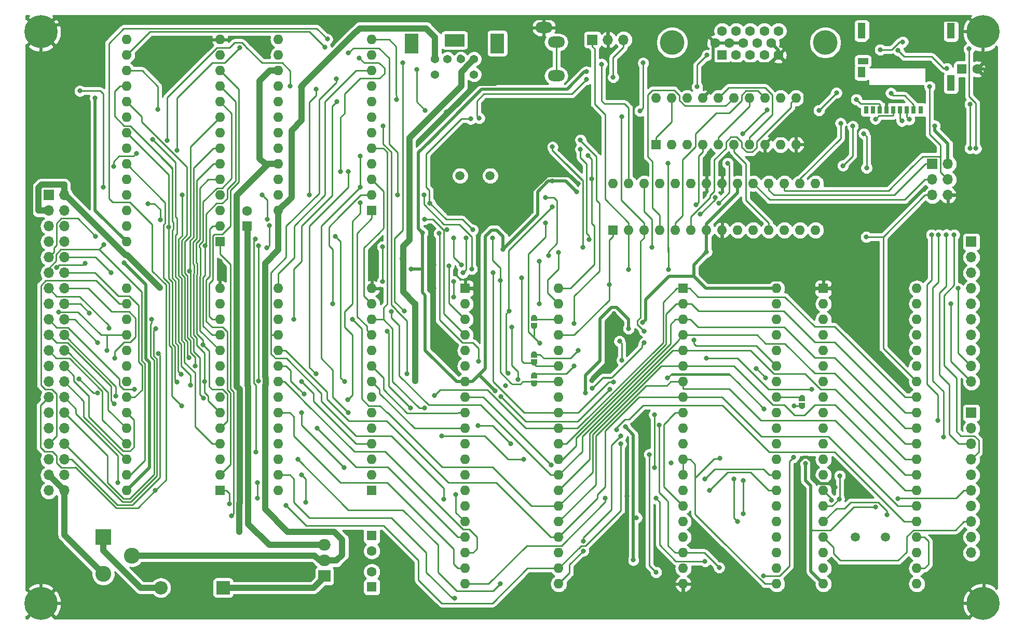
<source format=gbr>
G04 #@! TF.GenerationSoftware,KiCad,Pcbnew,(5.1.2)-2*
G04 #@! TF.CreationDate,2023-03-19T23:22:58+01:00*
G04 #@! TF.ProjectId,Retro_6809_SBC,52657472-6f5f-4363-9830-395f5342432e,rev?*
G04 #@! TF.SameCoordinates,Original*
G04 #@! TF.FileFunction,Copper,L2,Bot*
G04 #@! TF.FilePolarity,Positive*
%FSLAX46Y46*%
G04 Gerber Fmt 4.6, Leading zero omitted, Abs format (unit mm)*
G04 Created by KiCad (PCBNEW (5.1.2)-2) date 2023-03-19 23:22:58*
%MOMM*%
%LPD*%
G04 APERTURE LIST*
%ADD10O,1.600000X1.600000*%
%ADD11R,1.600000X1.600000*%
%ADD12R,1.700000X1.000000*%
%ADD13R,1.300000X1.700000*%
%ADD14R,1.300000X2.500000*%
%ADD15R,0.800000X1.200000*%
%ADD16C,1.000000*%
%ADD17C,0.100000*%
%ADD18C,1.500000*%
%ADD19O,2.200000X2.200000*%
%ADD20R,2.200000X2.200000*%
%ADD21C,1.600000*%
%ADD22R,2.169160X3.200400*%
%ADD23R,3.200400X1.998980*%
%ADD24C,1.371600*%
%ADD25C,4.000000*%
%ADD26R,2.000000X1.905000*%
%ADD27O,2.000000X1.905000*%
%ADD28O,1.700000X1.700000*%
%ADD29R,1.700000X1.700000*%
%ADD30C,5.400000*%
%ADD31C,2.600000*%
%ADD32R,2.600000X2.600000*%
%ADD33O,2.800000X1.800000*%
%ADD34C,0.800000*%
%ADD35C,0.500000*%
%ADD36C,0.250000*%
%ADD37C,1.000000*%
%ADD38C,0.254000*%
G04 APERTURE END LIST*
D10*
X140170000Y-90320000D03*
X124930000Y-138580000D03*
X140170000Y-92860000D03*
X124930000Y-136040000D03*
X140170000Y-95400000D03*
X124930000Y-133500000D03*
X140170000Y-97940000D03*
X124930000Y-130960000D03*
X140170000Y-100480000D03*
X124930000Y-128420000D03*
X140170000Y-103020000D03*
X124930000Y-125880000D03*
X140170000Y-105560000D03*
X124930000Y-123340000D03*
X140170000Y-108100000D03*
X124930000Y-120800000D03*
X140170000Y-110640000D03*
X124930000Y-118260000D03*
X140170000Y-113180000D03*
X124930000Y-115720000D03*
X140170000Y-115720000D03*
X124930000Y-113180000D03*
X140170000Y-118260000D03*
X124930000Y-110640000D03*
X140170000Y-120800000D03*
X124930000Y-108100000D03*
X140170000Y-123340000D03*
X124930000Y-105560000D03*
X140170000Y-125880000D03*
X124930000Y-103020000D03*
X140170000Y-128420000D03*
X124930000Y-100480000D03*
X140170000Y-130960000D03*
X124930000Y-97940000D03*
X140170000Y-133500000D03*
X124930000Y-95400000D03*
X140170000Y-136040000D03*
X124930000Y-92860000D03*
X140170000Y-138580000D03*
D11*
X124930000Y-90320000D03*
D12*
X189821000Y-53190200D03*
D13*
X189621000Y-54990200D03*
D14*
X189621000Y-48240200D03*
X204181000Y-48240200D03*
D15*
X199251000Y-61140200D03*
X196951000Y-61140200D03*
X194751000Y-61140200D03*
X193651000Y-61140200D03*
X192551000Y-61140200D03*
X191451000Y-61140200D03*
X195851000Y-61140200D03*
D14*
X204181000Y-56740200D03*
D15*
X190351000Y-61140200D03*
X198051000Y-61140200D03*
D10*
X198590000Y-90320000D03*
X183350000Y-138580000D03*
X198590000Y-92860000D03*
X183350000Y-136040000D03*
X198590000Y-95400000D03*
X183350000Y-133500000D03*
X198590000Y-97940000D03*
X183350000Y-130960000D03*
X198590000Y-100480000D03*
X183350000Y-128420000D03*
X198590000Y-103020000D03*
X183350000Y-125880000D03*
X198590000Y-105560000D03*
X183350000Y-123340000D03*
X198590000Y-108100000D03*
X183350000Y-120800000D03*
X198590000Y-110640000D03*
X183350000Y-118260000D03*
X198590000Y-113180000D03*
X183350000Y-115720000D03*
X198590000Y-115720000D03*
X183350000Y-113180000D03*
X198590000Y-118260000D03*
X183350000Y-110640000D03*
X198590000Y-120800000D03*
X183350000Y-108100000D03*
X198590000Y-123340000D03*
X183350000Y-105560000D03*
X198590000Y-125880000D03*
X183350000Y-103020000D03*
X198590000Y-128420000D03*
X183350000Y-100480000D03*
X198590000Y-130960000D03*
X183350000Y-97940000D03*
X198590000Y-133500000D03*
X183350000Y-95400000D03*
X198590000Y-136040000D03*
X183350000Y-92860000D03*
X198590000Y-138580000D03*
D11*
X183350000Y-90320000D03*
D16*
X179869000Y-108212000D03*
D17*
G36*
X179369602Y-108212000D02*
G01*
X179369602Y-108187466D01*
X179374412Y-108138635D01*
X179383984Y-108090510D01*
X179398228Y-108043555D01*
X179417005Y-107998222D01*
X179440136Y-107954949D01*
X179467396Y-107914150D01*
X179498524Y-107876221D01*
X179533221Y-107841524D01*
X179571150Y-107810396D01*
X179611949Y-107783136D01*
X179655222Y-107760005D01*
X179700555Y-107741228D01*
X179747510Y-107726984D01*
X179795635Y-107717412D01*
X179844466Y-107712602D01*
X179893534Y-107712602D01*
X179942365Y-107717412D01*
X179990490Y-107726984D01*
X180037445Y-107741228D01*
X180082778Y-107760005D01*
X180126051Y-107783136D01*
X180166850Y-107810396D01*
X180204779Y-107841524D01*
X180239476Y-107876221D01*
X180270604Y-107914150D01*
X180297864Y-107954949D01*
X180320995Y-107998222D01*
X180339772Y-108043555D01*
X180354016Y-108090510D01*
X180363588Y-108138635D01*
X180368398Y-108187466D01*
X180368398Y-108212000D01*
X180369000Y-108212000D01*
X180369000Y-108712000D01*
X179369000Y-108712000D01*
X179369000Y-108212000D01*
X179369602Y-108212000D01*
X179369602Y-108212000D01*
G37*
D16*
X179869000Y-109512000D03*
D17*
G36*
X180369000Y-109012000D02*
G01*
X180369000Y-109512000D01*
X180368398Y-109512000D01*
X180368398Y-109536534D01*
X180363588Y-109585365D01*
X180354016Y-109633490D01*
X180339772Y-109680445D01*
X180320995Y-109725778D01*
X180297864Y-109769051D01*
X180270604Y-109809850D01*
X180239476Y-109847779D01*
X180204779Y-109882476D01*
X180166850Y-109913604D01*
X180126051Y-109940864D01*
X180082778Y-109963995D01*
X180037445Y-109982772D01*
X179990490Y-109997016D01*
X179942365Y-110006588D01*
X179893534Y-110011398D01*
X179844466Y-110011398D01*
X179795635Y-110006588D01*
X179747510Y-109997016D01*
X179700555Y-109982772D01*
X179655222Y-109963995D01*
X179611949Y-109940864D01*
X179571150Y-109913604D01*
X179533221Y-109882476D01*
X179498524Y-109847779D01*
X179467396Y-109809850D01*
X179440136Y-109769051D01*
X179417005Y-109725778D01*
X179398228Y-109680445D01*
X179383984Y-109633490D01*
X179374412Y-109585365D01*
X179369602Y-109536534D01*
X179369602Y-109512000D01*
X179369000Y-109512000D01*
X179369000Y-109012000D01*
X180369000Y-109012000D01*
X180369000Y-109012000D01*
G37*
D16*
X136158000Y-96431000D03*
D17*
G36*
X136657398Y-96431000D02*
G01*
X136657398Y-96455534D01*
X136652588Y-96504365D01*
X136643016Y-96552490D01*
X136628772Y-96599445D01*
X136609995Y-96644778D01*
X136586864Y-96688051D01*
X136559604Y-96728850D01*
X136528476Y-96766779D01*
X136493779Y-96801476D01*
X136455850Y-96832604D01*
X136415051Y-96859864D01*
X136371778Y-96882995D01*
X136326445Y-96901772D01*
X136279490Y-96916016D01*
X136231365Y-96925588D01*
X136182534Y-96930398D01*
X136133466Y-96930398D01*
X136084635Y-96925588D01*
X136036510Y-96916016D01*
X135989555Y-96901772D01*
X135944222Y-96882995D01*
X135900949Y-96859864D01*
X135860150Y-96832604D01*
X135822221Y-96801476D01*
X135787524Y-96766779D01*
X135756396Y-96728850D01*
X135729136Y-96688051D01*
X135706005Y-96644778D01*
X135687228Y-96599445D01*
X135672984Y-96552490D01*
X135663412Y-96504365D01*
X135658602Y-96455534D01*
X135658602Y-96431000D01*
X135658000Y-96431000D01*
X135658000Y-95931000D01*
X136658000Y-95931000D01*
X136658000Y-96431000D01*
X136657398Y-96431000D01*
X136657398Y-96431000D01*
G37*
D16*
X136158000Y-95131000D03*
D17*
G36*
X135658000Y-95631000D02*
G01*
X135658000Y-95131000D01*
X135658602Y-95131000D01*
X135658602Y-95106466D01*
X135663412Y-95057635D01*
X135672984Y-95009510D01*
X135687228Y-94962555D01*
X135706005Y-94917222D01*
X135729136Y-94873949D01*
X135756396Y-94833150D01*
X135787524Y-94795221D01*
X135822221Y-94760524D01*
X135860150Y-94729396D01*
X135900949Y-94702136D01*
X135944222Y-94679005D01*
X135989555Y-94660228D01*
X136036510Y-94645984D01*
X136084635Y-94636412D01*
X136133466Y-94631602D01*
X136182534Y-94631602D01*
X136231365Y-94636412D01*
X136279490Y-94645984D01*
X136326445Y-94660228D01*
X136371778Y-94679005D01*
X136415051Y-94702136D01*
X136455850Y-94729396D01*
X136493779Y-94760524D01*
X136528476Y-94795221D01*
X136559604Y-94833150D01*
X136586864Y-94873949D01*
X136609995Y-94917222D01*
X136628772Y-94962555D01*
X136643016Y-95009510D01*
X136652588Y-95057635D01*
X136657398Y-95106466D01*
X136657398Y-95131000D01*
X136658000Y-95131000D01*
X136658000Y-95631000D01*
X135658000Y-95631000D01*
X135658000Y-95631000D01*
G37*
D16*
X136158000Y-102400000D03*
D17*
G36*
X136657398Y-102400000D02*
G01*
X136657398Y-102424534D01*
X136652588Y-102473365D01*
X136643016Y-102521490D01*
X136628772Y-102568445D01*
X136609995Y-102613778D01*
X136586864Y-102657051D01*
X136559604Y-102697850D01*
X136528476Y-102735779D01*
X136493779Y-102770476D01*
X136455850Y-102801604D01*
X136415051Y-102828864D01*
X136371778Y-102851995D01*
X136326445Y-102870772D01*
X136279490Y-102885016D01*
X136231365Y-102894588D01*
X136182534Y-102899398D01*
X136133466Y-102899398D01*
X136084635Y-102894588D01*
X136036510Y-102885016D01*
X135989555Y-102870772D01*
X135944222Y-102851995D01*
X135900949Y-102828864D01*
X135860150Y-102801604D01*
X135822221Y-102770476D01*
X135787524Y-102735779D01*
X135756396Y-102697850D01*
X135729136Y-102657051D01*
X135706005Y-102613778D01*
X135687228Y-102568445D01*
X135672984Y-102521490D01*
X135663412Y-102473365D01*
X135658602Y-102424534D01*
X135658602Y-102400000D01*
X135658000Y-102400000D01*
X135658000Y-101900000D01*
X136658000Y-101900000D01*
X136658000Y-102400000D01*
X136657398Y-102400000D01*
X136657398Y-102400000D01*
G37*
D16*
X136158000Y-101100000D03*
D17*
G36*
X135658000Y-101600000D02*
G01*
X135658000Y-101100000D01*
X135658602Y-101100000D01*
X135658602Y-101075466D01*
X135663412Y-101026635D01*
X135672984Y-100978510D01*
X135687228Y-100931555D01*
X135706005Y-100886222D01*
X135729136Y-100842949D01*
X135756396Y-100802150D01*
X135787524Y-100764221D01*
X135822221Y-100729524D01*
X135860150Y-100698396D01*
X135900949Y-100671136D01*
X135944222Y-100648005D01*
X135989555Y-100629228D01*
X136036510Y-100614984D01*
X136084635Y-100605412D01*
X136133466Y-100600602D01*
X136182534Y-100600602D01*
X136231365Y-100605412D01*
X136279490Y-100614984D01*
X136326445Y-100629228D01*
X136371778Y-100648005D01*
X136415051Y-100671136D01*
X136455850Y-100698396D01*
X136493779Y-100729524D01*
X136528476Y-100764221D01*
X136559604Y-100802150D01*
X136586864Y-100842949D01*
X136609995Y-100886222D01*
X136628772Y-100931555D01*
X136643016Y-100978510D01*
X136652588Y-101026635D01*
X136657398Y-101075466D01*
X136657398Y-101100000D01*
X136658000Y-101100000D01*
X136658000Y-101600000D01*
X135658000Y-101600000D01*
X135658000Y-101600000D01*
G37*
D16*
X136158000Y-105829000D03*
D17*
G36*
X136657398Y-105829000D02*
G01*
X136657398Y-105853534D01*
X136652588Y-105902365D01*
X136643016Y-105950490D01*
X136628772Y-105997445D01*
X136609995Y-106042778D01*
X136586864Y-106086051D01*
X136559604Y-106126850D01*
X136528476Y-106164779D01*
X136493779Y-106199476D01*
X136455850Y-106230604D01*
X136415051Y-106257864D01*
X136371778Y-106280995D01*
X136326445Y-106299772D01*
X136279490Y-106314016D01*
X136231365Y-106323588D01*
X136182534Y-106328398D01*
X136133466Y-106328398D01*
X136084635Y-106323588D01*
X136036510Y-106314016D01*
X135989555Y-106299772D01*
X135944222Y-106280995D01*
X135900949Y-106257864D01*
X135860150Y-106230604D01*
X135822221Y-106199476D01*
X135787524Y-106164779D01*
X135756396Y-106126850D01*
X135729136Y-106086051D01*
X135706005Y-106042778D01*
X135687228Y-105997445D01*
X135672984Y-105950490D01*
X135663412Y-105902365D01*
X135658602Y-105853534D01*
X135658602Y-105829000D01*
X135658000Y-105829000D01*
X135658000Y-105329000D01*
X136658000Y-105329000D01*
X136658000Y-105829000D01*
X136657398Y-105829000D01*
X136657398Y-105829000D01*
G37*
D16*
X136158000Y-104529000D03*
D17*
G36*
X135658000Y-105029000D02*
G01*
X135658000Y-104529000D01*
X135658602Y-104529000D01*
X135658602Y-104504466D01*
X135663412Y-104455635D01*
X135672984Y-104407510D01*
X135687228Y-104360555D01*
X135706005Y-104315222D01*
X135729136Y-104271949D01*
X135756396Y-104231150D01*
X135787524Y-104193221D01*
X135822221Y-104158524D01*
X135860150Y-104127396D01*
X135900949Y-104100136D01*
X135944222Y-104077005D01*
X135989555Y-104058228D01*
X136036510Y-104043984D01*
X136084635Y-104034412D01*
X136133466Y-104029602D01*
X136182534Y-104029602D01*
X136231365Y-104034412D01*
X136279490Y-104043984D01*
X136326445Y-104058228D01*
X136371778Y-104077005D01*
X136415051Y-104100136D01*
X136455850Y-104127396D01*
X136493779Y-104158524D01*
X136528476Y-104193221D01*
X136559604Y-104231150D01*
X136586864Y-104271949D01*
X136609995Y-104315222D01*
X136628772Y-104360555D01*
X136643016Y-104407510D01*
X136652588Y-104455635D01*
X136657398Y-104504466D01*
X136657398Y-104529000D01*
X136658000Y-104529000D01*
X136658000Y-105029000D01*
X135658000Y-105029000D01*
X135658000Y-105029000D01*
G37*
D18*
X193510000Y-130960000D03*
X188610000Y-130960000D03*
D19*
X75273000Y-139215000D03*
D20*
X85433000Y-139215000D03*
D11*
X205956000Y-54506000D03*
D21*
X208456000Y-54506000D03*
D22*
X130162000Y-50289600D03*
X116192000Y-50289600D03*
D23*
X123177000Y-49781600D03*
D24*
X120002000Y-52829600D03*
X126352000Y-52829600D03*
X126352000Y-55369600D03*
X120002000Y-55369600D03*
X122034000Y-52829600D03*
X124193000Y-52829600D03*
D10*
X94450000Y-123340000D03*
X109690000Y-90320000D03*
X94450000Y-120800000D03*
X109690000Y-92860000D03*
X94450000Y-118260000D03*
X109690000Y-95400000D03*
X94450000Y-115720000D03*
X109690000Y-97940000D03*
X94450000Y-113180000D03*
X109690000Y-100480000D03*
X94450000Y-110640000D03*
X109690000Y-103020000D03*
X94450000Y-108100000D03*
X109690000Y-105560000D03*
X94450000Y-105560000D03*
X109690000Y-108100000D03*
X94450000Y-103020000D03*
X109690000Y-110640000D03*
X94450000Y-100480000D03*
X109690000Y-113180000D03*
X94450000Y-97940000D03*
X109690000Y-115720000D03*
X94450000Y-95400000D03*
X109690000Y-118260000D03*
X94450000Y-92860000D03*
X109690000Y-120800000D03*
X94450000Y-90320000D03*
D11*
X109690000Y-123340000D03*
D25*
X158655000Y-50170000D03*
X183655000Y-50170000D03*
D21*
X176000000Y-48260000D03*
X173710000Y-48260000D03*
X171420000Y-48260000D03*
X169130000Y-48260000D03*
X166840000Y-48260000D03*
X174855000Y-50240000D03*
X172565000Y-50240000D03*
X170275000Y-50240000D03*
X167985000Y-50240000D03*
X165695000Y-50240000D03*
X176000000Y-52220000D03*
X173710000Y-52220000D03*
X171420000Y-52220000D03*
X169130000Y-52220000D03*
D11*
X166840000Y-52220000D03*
D26*
X101943000Y-137310000D03*
D27*
X101943000Y-134770000D03*
X101943000Y-132230000D03*
D10*
X94450000Y-77620000D03*
X109690000Y-49680000D03*
X94450000Y-75080000D03*
X109690000Y-52220000D03*
X94450000Y-72540000D03*
X109690000Y-54760000D03*
X94450000Y-70000000D03*
X109690000Y-57300000D03*
X94450000Y-67460000D03*
X109690000Y-59840000D03*
X94450000Y-64920000D03*
X109690000Y-62380000D03*
X94450000Y-62380000D03*
X109690000Y-64920000D03*
X94450000Y-59840000D03*
X109690000Y-67460000D03*
X94450000Y-57300000D03*
X109690000Y-70000000D03*
X94450000Y-54760000D03*
X109690000Y-72540000D03*
X94450000Y-52220000D03*
X109690000Y-75080000D03*
X94450000Y-49680000D03*
D11*
X109690000Y-77620000D03*
D10*
X69685000Y-82700000D03*
X84925000Y-49680000D03*
X69685000Y-80160000D03*
X84925000Y-52220000D03*
X69685000Y-77620000D03*
X84925000Y-54760000D03*
X69685000Y-75080000D03*
X84925000Y-57300000D03*
X69685000Y-72540000D03*
X84925000Y-59840000D03*
X69685000Y-70000000D03*
X84925000Y-62380000D03*
X69685000Y-67460000D03*
X84925000Y-64920000D03*
X69685000Y-64920000D03*
X84925000Y-67460000D03*
X69685000Y-62380000D03*
X84925000Y-70000000D03*
X69685000Y-59840000D03*
X84925000Y-72540000D03*
X69685000Y-57300000D03*
X84925000Y-75080000D03*
X69685000Y-54760000D03*
X84925000Y-77620000D03*
X69685000Y-52220000D03*
X84925000Y-80160000D03*
X69685000Y-49680000D03*
D11*
X84925000Y-82700000D03*
D28*
X59525000Y-123340000D03*
X56985000Y-123340000D03*
X59525000Y-120800000D03*
X56985000Y-120800000D03*
X59525000Y-118260000D03*
X56985000Y-118260000D03*
X59525000Y-115720000D03*
X56985000Y-115720000D03*
X59525000Y-113180000D03*
X56985000Y-113180000D03*
X59525000Y-110640000D03*
X56985000Y-110640000D03*
X59525000Y-108100000D03*
X56985000Y-108100000D03*
X59525000Y-105560000D03*
X56985000Y-105560000D03*
X59525000Y-103020000D03*
X56985000Y-103020000D03*
X59525000Y-100480000D03*
X56985000Y-100480000D03*
X59525000Y-97940000D03*
X56985000Y-97940000D03*
X59525000Y-95400000D03*
X56985000Y-95400000D03*
X59525000Y-92860000D03*
X56985000Y-92860000D03*
X59525000Y-90320000D03*
X56985000Y-90320000D03*
X59525000Y-87780000D03*
X56985000Y-87780000D03*
X59525000Y-85240000D03*
X56985000Y-85240000D03*
X59525000Y-82700000D03*
X56985000Y-82700000D03*
X59525000Y-80160000D03*
X56985000Y-80160000D03*
X59525000Y-77620000D03*
X56985000Y-77620000D03*
X59525000Y-75080000D03*
D29*
X56985000Y-75080000D03*
D30*
X209385000Y-48410000D03*
X209385000Y-141755000D03*
X55715000Y-141755000D03*
X55715000Y-48410000D03*
D28*
X150762000Y-49705400D03*
X148222000Y-49705400D03*
D29*
X145682000Y-49705400D03*
D21*
X109690000Y-133206000D03*
D11*
X109690000Y-130706000D03*
D21*
X109690000Y-136588000D03*
D11*
X109690000Y-139088000D03*
D31*
X70575000Y-133960000D03*
X65875000Y-136960000D03*
D32*
X65875000Y-130960000D03*
D10*
X156045000Y-59205000D03*
X178905000Y-66825000D03*
X158585000Y-59205000D03*
X176365000Y-66825000D03*
X161125000Y-59205000D03*
X173825000Y-66825000D03*
X163665000Y-59205000D03*
X171285000Y-66825000D03*
X166205000Y-59205000D03*
X168745000Y-66825000D03*
X168745000Y-59205000D03*
X166205000Y-66825000D03*
X171285000Y-59205000D03*
X163665000Y-66825000D03*
X173825000Y-59205000D03*
X161125000Y-66825000D03*
X176365000Y-59205000D03*
X158585000Y-66825000D03*
X178905000Y-59205000D03*
D11*
X156045000Y-66825000D03*
D28*
X203670000Y-75080000D03*
X201130000Y-75080000D03*
X203670000Y-72540000D03*
X201130000Y-72540000D03*
X203670000Y-70000000D03*
D29*
X201130000Y-70000000D03*
D33*
X139764000Y-55598200D03*
X139764000Y-50098200D03*
X137764000Y-47698200D03*
D21*
X89370000Y-77660000D03*
D11*
X89370000Y-80160000D03*
D28*
X207480000Y-133500000D03*
X207480000Y-130960000D03*
X207480000Y-128420000D03*
X207480000Y-125880000D03*
X207480000Y-123340000D03*
X207480000Y-120800000D03*
X207480000Y-118260000D03*
X207480000Y-115720000D03*
X207480000Y-113180000D03*
D29*
X207480000Y-110640000D03*
D28*
X207480000Y-105560000D03*
X207480000Y-103020000D03*
X207480000Y-100480000D03*
X207480000Y-97940000D03*
X207480000Y-95400000D03*
X207480000Y-92860000D03*
X207480000Y-90320000D03*
X207480000Y-87780000D03*
X207480000Y-85240000D03*
D29*
X207480000Y-82700000D03*
D18*
X124094000Y-71905000D03*
X128994000Y-71905000D03*
D10*
X149060000Y-73175000D03*
X182080000Y-80795000D03*
X151600000Y-73175000D03*
X179540000Y-80795000D03*
X154140000Y-73175000D03*
X177000000Y-80795000D03*
X156680000Y-73175000D03*
X174460000Y-80795000D03*
X159220000Y-73175000D03*
X171920000Y-80795000D03*
X161760000Y-73175000D03*
X169380000Y-80795000D03*
X164300000Y-73175000D03*
X166840000Y-80795000D03*
X166840000Y-73175000D03*
X164300000Y-80795000D03*
X169380000Y-73175000D03*
X161760000Y-80795000D03*
X171920000Y-73175000D03*
X159220000Y-80795000D03*
X174460000Y-73175000D03*
X156680000Y-80795000D03*
X177000000Y-73175000D03*
X154140000Y-80795000D03*
X179540000Y-73175000D03*
X151600000Y-80795000D03*
X182080000Y-73175000D03*
D11*
X149060000Y-80795000D03*
D10*
X69685000Y-123340000D03*
X84925000Y-90320000D03*
X69685000Y-120800000D03*
X84925000Y-92860000D03*
X69685000Y-118260000D03*
X84925000Y-95400000D03*
X69685000Y-115720000D03*
X84925000Y-97940000D03*
X69685000Y-113180000D03*
X84925000Y-100480000D03*
X69685000Y-110640000D03*
X84925000Y-103020000D03*
X69685000Y-108100000D03*
X84925000Y-105560000D03*
X69685000Y-105560000D03*
X84925000Y-108100000D03*
X69685000Y-103020000D03*
X84925000Y-110640000D03*
X69685000Y-100480000D03*
X84925000Y-113180000D03*
X69685000Y-97940000D03*
X84925000Y-115720000D03*
X69685000Y-95400000D03*
X84925000Y-118260000D03*
X69685000Y-92860000D03*
X84925000Y-120800000D03*
X69685000Y-90320000D03*
D11*
X84925000Y-123340000D03*
D10*
X175730000Y-90320000D03*
X160490000Y-138580000D03*
X175730000Y-92860000D03*
X160490000Y-136040000D03*
X175730000Y-95400000D03*
X160490000Y-133500000D03*
X175730000Y-97940000D03*
X160490000Y-130960000D03*
X175730000Y-100480000D03*
X160490000Y-128420000D03*
X175730000Y-103020000D03*
X160490000Y-125880000D03*
X175730000Y-105560000D03*
X160490000Y-123340000D03*
X175730000Y-108100000D03*
X160490000Y-120800000D03*
X175730000Y-110640000D03*
X160490000Y-118260000D03*
X175730000Y-113180000D03*
X160490000Y-115720000D03*
X175730000Y-115720000D03*
X160490000Y-113180000D03*
X175730000Y-118260000D03*
X160490000Y-110640000D03*
X175730000Y-120800000D03*
X160490000Y-108100000D03*
X175730000Y-123340000D03*
X160490000Y-105560000D03*
X175730000Y-125880000D03*
X160490000Y-103020000D03*
X175730000Y-128420000D03*
X160490000Y-100480000D03*
X175730000Y-130960000D03*
X160490000Y-97940000D03*
X175730000Y-133500000D03*
X160490000Y-95400000D03*
X175730000Y-136040000D03*
X160490000Y-92860000D03*
X175730000Y-138580000D03*
D11*
X160490000Y-90320000D03*
D34*
X204842300Y-59699000D03*
X194374000Y-50188000D03*
X197320000Y-50823000D03*
X143345000Y-73175000D03*
X119850000Y-86510000D03*
X84925000Y-85875000D03*
X151338000Y-124237000D03*
X145555000Y-105372000D03*
X149162000Y-94400300D03*
X187197000Y-78260000D03*
X121755000Y-77620000D03*
X119850000Y-90320000D03*
X168999000Y-84351000D03*
X185242000Y-122832000D03*
X178016000Y-137056000D03*
X131509454Y-76960454D03*
X121884767Y-61478000D03*
X84925000Y-46251000D03*
X138089500Y-62331500D03*
X191410200Y-57771790D03*
X200724000Y-51458000D03*
X112865000Y-94130000D03*
X78545000Y-104320000D03*
X66510000Y-100480000D03*
X103911000Y-56094000D03*
X58632400Y-94139000D03*
X121386000Y-124750000D03*
X74415900Y-96872100D03*
X96990000Y-95400000D03*
X103975000Y-59840000D03*
X106515000Y-95400000D03*
X74788600Y-61110000D03*
X74840400Y-100949000D03*
X79873100Y-101671000D03*
X73739500Y-95400000D03*
X132356000Y-115720000D03*
X127057000Y-112713000D03*
X118297000Y-109876000D03*
X107658000Y-52702600D03*
X104610000Y-71270000D03*
X112188000Y-97305000D03*
X116040000Y-109877000D03*
X121120000Y-114450000D03*
X134455000Y-118260000D03*
X102070000Y-50950000D03*
X105880000Y-51864400D03*
X125995000Y-87145000D03*
X103340000Y-92860000D03*
X118202000Y-75080000D03*
X113881000Y-75080000D03*
X82461800Y-83315800D03*
X119892000Y-107817000D03*
X147790000Y-124610000D03*
X156045000Y-136675000D03*
X154970000Y-117430000D03*
X78678200Y-109463000D03*
X64942800Y-107427000D03*
X61877500Y-105069000D03*
X76545200Y-80293900D03*
X91178100Y-83369100D03*
X91178100Y-105480000D03*
X77900800Y-105618000D03*
X100800000Y-113180000D03*
X123416000Y-123975000D03*
X90714700Y-82207700D03*
X90759200Y-117066000D03*
X67921200Y-107877000D03*
X105245000Y-105560000D03*
X98260000Y-105560000D03*
X91801600Y-75080000D03*
X92645300Y-78990400D03*
X78742500Y-75080000D03*
X67667500Y-109198000D03*
X103721000Y-81811000D03*
X82163900Y-99513500D03*
X64935100Y-99143100D03*
X70955000Y-106830000D03*
X82410800Y-105527000D03*
X63607400Y-94327600D03*
X79961500Y-87485700D03*
X82197300Y-108216000D03*
X73905500Y-65967300D03*
X80076000Y-106098000D03*
X67780000Y-101750000D03*
X164779000Y-123301000D03*
X80869100Y-103020000D03*
X66785200Y-96764200D03*
X164026000Y-121469000D03*
X138915000Y-119117000D03*
X102426600Y-49597800D03*
X116984000Y-54594600D03*
X118411500Y-61228400D03*
X95720000Y-125794000D03*
X150330000Y-115720000D03*
X74384300Y-123340000D03*
X86449000Y-125499000D03*
X62911900Y-86194800D03*
X58255000Y-86903200D03*
X130645000Y-138580000D03*
X150330000Y-114450000D03*
X97625000Y-118260000D03*
X144228000Y-131570000D03*
X144185000Y-133173000D03*
X105880000Y-110640000D03*
X107785000Y-73810000D03*
X91019300Y-124610000D03*
X91019300Y-122070000D03*
X98895000Y-125245000D03*
X98260000Y-120800000D03*
X107785000Y-68730000D03*
X98260000Y-110640000D03*
X105186000Y-119589000D03*
X68244800Y-122065000D03*
X190405000Y-70640000D03*
X189954000Y-65047000D03*
X131482000Y-106214700D03*
X145567900Y-72410300D03*
X132062400Y-93992300D03*
X139103900Y-77024200D03*
X123223000Y-140922000D03*
X144996000Y-68603000D03*
X166450008Y-118043992D03*
X131891709Y-104186285D03*
X200698000Y-57350800D03*
X151600000Y-87269600D03*
X148425000Y-89685000D03*
X124334000Y-86471100D03*
X190346000Y-81903500D03*
X65875000Y-73810000D03*
X62065000Y-58062000D03*
X123025000Y-82065000D03*
X130645000Y-89050000D03*
X67145000Y-87780000D03*
X149633000Y-113402000D03*
X129384000Y-82065000D03*
X64647300Y-81780100D03*
X75173500Y-79066200D03*
X134088000Y-88555600D03*
X73208999Y-76444999D03*
X150490000Y-102053000D03*
X150088000Y-98930000D03*
X137107000Y-99289600D03*
X138011000Y-79652000D03*
X154140000Y-97305000D03*
X150426000Y-62290800D03*
X76300200Y-66141800D03*
X96382300Y-57267800D03*
X100626000Y-57754400D03*
X99519700Y-75080000D03*
X122236000Y-86683200D03*
X118259000Y-79034000D03*
X121898000Y-80698500D03*
X147206000Y-53667800D03*
X170218000Y-65021600D03*
X174155000Y-61135400D03*
X186162000Y-63327200D03*
X162204500Y-98765500D03*
X149092000Y-105628000D03*
X166344000Y-135900000D03*
X65988600Y-83166600D03*
X124554000Y-87775200D03*
X125057000Y-82065000D03*
X129507000Y-87775200D03*
X156540000Y-112672000D03*
X119173000Y-76392500D03*
X105753000Y-108481000D03*
X107803000Y-76300000D03*
X126160000Y-80755000D03*
X125819000Y-62634000D03*
X98610200Y-107566000D03*
X166259000Y-76399300D03*
X167729000Y-69873000D03*
X162560000Y-76691500D03*
X163294000Y-78150400D03*
X165673000Y-75481600D03*
X113754000Y-59459000D03*
X156045000Y-124610000D03*
X164046000Y-134897000D03*
X138044137Y-75434105D03*
X138519000Y-84986000D03*
X170269000Y-121689000D03*
X170269000Y-127150000D03*
X129846200Y-107047200D03*
X201505000Y-63756700D03*
X144553000Y-107403000D03*
X152870000Y-127785000D03*
X151576000Y-96870100D03*
X117943000Y-81225300D03*
X151022000Y-112908000D03*
X152339000Y-134682000D03*
X69246600Y-86106700D03*
X153892000Y-95908200D03*
X64558700Y-59205800D03*
X131110000Y-83905000D03*
X116084000Y-87145000D03*
X144688000Y-54915000D03*
X164300000Y-84351000D03*
X191859000Y-126020000D03*
X139154500Y-72793500D03*
X180429000Y-118895000D03*
X143091000Y-74572000D03*
X168745000Y-121435000D03*
X169380000Y-128420000D03*
X140170000Y-84452400D03*
X92545000Y-83716000D03*
X92944999Y-80051999D03*
X111455000Y-83521810D03*
X111455000Y-89177000D03*
X123015392Y-89186608D03*
X123025000Y-91717000D03*
X173952122Y-104925122D03*
X172428000Y-103401000D03*
X98260000Y-61110000D03*
X116747000Y-105456000D03*
X114770000Y-85494000D03*
X75123550Y-90215450D03*
X89338351Y-88161000D03*
X149060000Y-55823700D03*
X88110620Y-130060380D03*
X157950000Y-104925000D03*
X154140000Y-99210000D03*
X120662000Y-81349300D03*
X127110000Y-102240000D03*
X145640000Y-106616000D03*
X173698000Y-110005000D03*
X105880000Y-71270000D03*
X100597000Y-104265000D03*
X114770000Y-53490000D03*
X164300000Y-101750000D03*
X136995000Y-85875000D03*
X136995000Y-92860000D03*
X71265400Y-68238700D03*
X77940800Y-67804000D03*
X88186400Y-51021100D03*
X114968000Y-94032100D03*
X67554100Y-70409100D03*
X181445000Y-106830000D03*
X155765000Y-119549900D03*
X155765000Y-110920000D03*
X148503492Y-106781492D03*
X111563000Y-63745000D03*
X130772000Y-107973000D03*
X115417000Y-104290000D03*
X162762000Y-57382900D03*
X164376000Y-52220000D03*
X204178000Y-92860000D03*
X205321000Y-90320000D03*
X193764000Y-127277000D03*
X186017000Y-120927000D03*
X185922000Y-124705000D03*
X195542000Y-124679001D03*
X184643492Y-124887492D03*
X207099000Y-51204000D03*
X208242000Y-67460000D03*
X204686000Y-81557000D03*
X207265500Y-60232900D03*
X203509300Y-54382700D03*
X195542000Y-51458000D03*
X207265500Y-67420500D03*
X203416000Y-81529560D03*
X202146000Y-81557000D03*
X202940000Y-114545000D03*
X202019000Y-111865000D03*
X201003000Y-81557000D03*
X186550000Y-70260300D03*
X188139000Y-63811800D03*
X144107000Y-83589000D03*
X139154000Y-67206000D03*
X143726000Y-67587000D03*
X145123000Y-82319000D03*
X182639000Y-61237000D03*
X185484000Y-58366800D03*
X153429000Y-61313200D03*
X153962000Y-53490000D03*
X155385000Y-83563600D03*
X196161500Y-62977500D03*
X197357500Y-62722900D03*
X191836500Y-62642400D03*
X196304000Y-50061000D03*
X192621000Y-51331000D03*
X188725956Y-59462248D03*
X194374000Y-58418000D03*
X158506500Y-118774600D03*
X127216000Y-62507000D03*
X144742000Y-56157000D03*
X158077000Y-87272000D03*
X158044999Y-69905001D03*
X142710000Y-96035000D03*
X132550000Y-96670000D03*
X133566000Y-105179000D03*
X143726000Y-66063000D03*
X142646000Y-103020000D03*
X143345000Y-100480000D03*
X86830000Y-127415000D03*
X178524000Y-117879000D03*
X173611008Y-137269992D03*
X178539000Y-109512000D03*
D35*
X180344000Y-63985400D02*
X178905000Y-65424700D01*
X176000000Y-52220000D02*
X180344000Y-56564300D01*
X183350000Y-90320000D02*
X182650000Y-90320000D01*
X165378000Y-53665100D02*
X174555000Y-53665100D01*
X174555000Y-53665100D02*
X176000000Y-52220000D01*
X165695000Y-50240000D02*
X165378000Y-50557200D01*
X165378000Y-50557200D02*
X165378000Y-53665100D01*
X130811000Y-77658800D02*
X131509454Y-76960454D01*
X132120000Y-76350000D02*
X134330000Y-76350000D01*
X134330000Y-76350000D02*
X134330000Y-75719600D01*
X134330000Y-75719600D02*
X135607000Y-74443100D01*
X135607000Y-74443100D02*
X138160000Y-71890200D01*
X130112000Y-78357400D02*
X130811000Y-77658800D01*
X208345000Y-49449700D02*
X209385000Y-48410000D01*
X205120000Y-75080000D02*
X205794000Y-74406400D01*
X205794000Y-74406400D02*
X205794000Y-65209000D01*
X205886000Y-65301000D02*
X205794000Y-65209000D01*
X121755000Y-77620000D02*
X130772000Y-77620000D01*
X130772000Y-77620000D02*
X130811000Y-77658800D01*
X124930000Y-90320000D02*
X126230000Y-90320000D01*
X126230000Y-90320000D02*
X127201000Y-89349000D01*
X127201000Y-89349000D02*
X127201000Y-81268700D01*
X127201000Y-81268700D02*
X127752000Y-80717500D01*
X127752000Y-80717500D02*
X130112000Y-78357400D01*
X119850000Y-87145000D02*
X119850000Y-88415000D01*
X84925000Y-90320000D02*
X84925000Y-85875000D01*
X163665000Y-59205000D02*
X165378000Y-57492200D01*
X165378000Y-57492200D02*
X165378000Y-53665100D01*
X151338000Y-137653000D02*
X151338000Y-124237000D01*
X149162000Y-94400300D02*
X148720000Y-94843000D01*
X148720000Y-94843000D02*
X148720000Y-102207000D01*
X148720000Y-102207000D02*
X145555000Y-105372000D01*
X203670000Y-75080000D02*
X205120000Y-75080000D01*
X173825000Y-66825000D02*
X175225000Y-65424700D01*
X175225000Y-65424700D02*
X178905000Y-65424700D01*
X178905000Y-66825000D02*
X178905000Y-65424700D01*
X174855000Y-50240000D02*
X176000000Y-51385000D01*
X176000000Y-51385000D02*
X176000000Y-52220000D01*
X130076000Y-78321400D02*
X130112000Y-78357400D01*
X209385000Y-141755000D02*
X209580000Y-141560000D01*
X205230502Y-46489700D02*
X205794000Y-47053198D01*
X119850000Y-88415000D02*
X119850000Y-90320000D01*
X119850000Y-86510000D02*
X119850000Y-88415000D01*
X138160000Y-69006000D02*
X138160000Y-71890200D01*
X138159335Y-68958863D02*
X138159335Y-72043491D01*
X138159335Y-72043491D02*
X133794221Y-76408605D01*
X180494000Y-56727000D02*
X180344000Y-56877000D01*
X180344000Y-56564300D02*
X180344000Y-56877000D01*
X180344000Y-56877000D02*
X180344000Y-63985400D01*
X191859000Y-48802202D02*
X189457202Y-51204000D01*
X191859000Y-47813500D02*
X191859000Y-48802202D01*
X189457202Y-51204000D02*
X188430000Y-51204000D01*
X187733000Y-51901000D02*
X187733000Y-56727000D01*
X188430000Y-51204000D02*
X187733000Y-51901000D01*
X187733000Y-56727000D02*
X180494000Y-56727000D01*
X191859000Y-47813500D02*
X193182800Y-46489700D01*
X194374000Y-46499400D02*
X194383700Y-46489700D01*
X193182800Y-46489700D02*
X194383700Y-46489700D01*
X194383700Y-46489700D02*
X198066700Y-46489700D01*
X166840000Y-82192000D02*
X168999000Y-84351000D01*
X166840000Y-80795000D02*
X166840000Y-82192000D01*
X181950000Y-90320000D02*
X182650000Y-90320000D01*
X180549000Y-88919700D02*
X181950000Y-90320000D01*
X173567700Y-88919700D02*
X180549000Y-88919700D01*
X168999000Y-84351000D02*
X173567700Y-88919700D01*
X187197000Y-85457000D02*
X187197000Y-87616000D01*
X187197000Y-85457000D02*
X187197000Y-78260000D01*
X187197000Y-85773200D02*
X187197000Y-85457000D01*
X187197000Y-87616000D02*
X184747000Y-90066000D01*
X184650000Y-90320000D02*
X183350000Y-90320000D01*
X184747000Y-90223000D02*
X184650000Y-90320000D01*
X184747000Y-90066000D02*
X184747000Y-90223000D01*
X131509454Y-76960454D02*
X132120000Y-76350000D01*
X121871767Y-61491000D02*
X121884767Y-61478000D01*
X137764000Y-47698200D02*
X137764000Y-49098200D01*
X137764000Y-49098200D02*
X129836610Y-57025590D01*
X129836610Y-57025590D02*
X126474410Y-57025590D01*
X126474410Y-57025590D02*
X122009000Y-61491000D01*
X122009000Y-61491000D02*
X121871767Y-61491000D01*
X56858000Y-47267000D02*
X55715000Y-48410000D01*
X58636000Y-47267000D02*
X56858000Y-47267000D01*
X59652000Y-46251000D02*
X58636000Y-47267000D01*
X137764000Y-46298200D02*
X137716800Y-46251000D01*
X137716800Y-46251000D02*
X84925000Y-46251000D01*
X84925000Y-46251000D02*
X59652000Y-46251000D01*
X137764000Y-47698200D02*
X137764000Y-46298200D01*
X148250800Y-48474519D02*
X148250800Y-46298200D01*
X148222000Y-48503319D02*
X148250800Y-48474519D01*
X148222000Y-49705400D02*
X148222000Y-48503319D01*
X137764000Y-46298200D02*
X148250800Y-46298200D01*
X165695000Y-50240000D02*
X162585500Y-47130500D01*
X161753200Y-46298200D02*
X165695000Y-50240000D01*
X159553800Y-46298200D02*
X161753200Y-46298200D01*
X148250800Y-46298200D02*
X159553800Y-46298200D01*
X138089500Y-68935500D02*
X138089500Y-62331500D01*
X138160000Y-69006000D02*
X138089500Y-68935500D01*
X55715000Y-52228376D02*
X55715000Y-48410000D01*
X54184690Y-53758686D02*
X55715000Y-52228376D01*
X54184690Y-136406314D02*
X54184690Y-53758686D01*
X55715000Y-137936624D02*
X54184690Y-136406314D01*
X55715000Y-141755000D02*
X55715000Y-137936624D01*
X205566624Y-141755000D02*
X209385000Y-141755000D01*
X204539623Y-142782001D02*
X205566624Y-141755000D01*
X59533376Y-141755000D02*
X60560377Y-142782001D01*
X55715000Y-141755000D02*
X59533376Y-141755000D01*
X178239000Y-142740000D02*
X178281001Y-142782001D01*
X178239000Y-140245000D02*
X178239000Y-142740000D01*
X178281001Y-142782001D02*
X204539623Y-142782001D01*
X160490000Y-142771000D02*
X160501001Y-142782001D01*
X160490000Y-138580000D02*
X160490000Y-142771000D01*
X160501001Y-142782001D02*
X178281001Y-142782001D01*
X151338000Y-142763000D02*
X151357001Y-142782001D01*
X151338000Y-137653000D02*
X151338000Y-142763000D01*
X60560377Y-142782001D02*
X151357001Y-142782001D01*
X151357001Y-142782001D02*
X160501001Y-142782001D01*
X184574999Y-122164999D02*
X184842001Y-122432001D01*
X182785999Y-122164999D02*
X184574999Y-122164999D01*
X178239000Y-137279000D02*
X178016000Y-137056000D01*
X178239000Y-140245000D02*
X178239000Y-137279000D01*
X182785999Y-122164999D02*
X181445000Y-120824000D01*
X181445000Y-118578998D02*
X180745002Y-117879000D01*
X181445000Y-120824000D02*
X181445000Y-118578998D01*
X180112998Y-117879000D02*
X179286000Y-118705998D01*
X180745002Y-117879000D02*
X180112998Y-117879000D01*
X179286000Y-135786000D02*
X178016000Y-137056000D01*
X179286000Y-118705998D02*
X179286000Y-135786000D01*
X184842001Y-122432001D02*
X185242000Y-122832000D01*
X193651000Y-59854000D02*
X191605000Y-57808000D01*
X193651000Y-59854000D02*
X193651000Y-61140200D01*
X187733000Y-56727000D02*
X189635000Y-56727000D01*
X190716000Y-57808000D02*
X191605000Y-57808000D01*
X189635000Y-56727000D02*
X190716000Y-57808000D01*
X142060200Y-71890200D02*
X139041800Y-71890200D01*
X143345000Y-73175000D02*
X142060200Y-71890200D01*
X138160000Y-71890200D02*
X139041800Y-71890200D01*
X139041800Y-71890200D02*
X141425000Y-71890200D01*
X197955000Y-51458000D02*
X197320000Y-50823000D01*
X200724000Y-51458000D02*
X197955000Y-51458000D01*
X197962899Y-46593501D02*
X198066700Y-46489700D01*
X197320000Y-50823000D02*
X197962899Y-50180101D01*
X197962899Y-50180101D02*
X197962899Y-46593501D01*
X194374000Y-50188000D02*
X194374000Y-48689000D01*
X194374000Y-49160800D02*
X194374000Y-48689000D01*
X194374000Y-48689000D02*
X194374000Y-46499400D01*
X205794000Y-65209000D02*
X205794000Y-61964000D01*
X202988700Y-46489700D02*
X198066700Y-46489700D01*
X205230502Y-46489700D02*
X202988700Y-46489700D01*
X205869000Y-47128198D02*
X205230502Y-46489700D01*
X205909000Y-48410000D02*
X205869000Y-48370000D01*
X209385000Y-48410000D02*
X205909000Y-48410000D01*
X205869000Y-48370000D02*
X205869000Y-47128198D01*
X209385000Y-48410000D02*
X209385000Y-52228376D01*
X209385000Y-53577000D02*
X208456000Y-54506000D01*
X209385000Y-48410000D02*
X209385000Y-53577000D01*
X204842300Y-59699000D02*
X205307000Y-59699000D01*
X205794000Y-60186000D02*
X205794000Y-61202000D01*
X205307000Y-59699000D02*
X205794000Y-60186000D01*
X205794000Y-61964000D02*
X205794000Y-61202000D01*
X205794000Y-61202000D02*
X205794000Y-60821000D01*
X209587370Y-54506000D02*
X209766000Y-54684630D01*
X208456000Y-54506000D02*
X209587370Y-54506000D01*
X209766000Y-82201000D02*
X209580000Y-82387000D01*
X209766000Y-54684630D02*
X209766000Y-82201000D01*
X209580000Y-141560000D02*
X209580000Y-82387000D01*
X165695000Y-50240000D02*
X167985000Y-50240000D01*
X170275000Y-50240000D02*
X167985000Y-50240000D01*
D36*
X160490000Y-125880000D02*
X157315000Y-122705000D01*
X157315000Y-122705000D02*
X157315000Y-112545000D01*
X157315000Y-112545000D02*
X158190000Y-111670000D01*
X158190000Y-111670000D02*
X158190000Y-111642000D01*
X158190000Y-111642000D02*
X159192000Y-110640000D01*
X159192000Y-110640000D02*
X160490000Y-110640000D01*
X160490000Y-97940000D02*
X172555000Y-97940000D01*
X172555000Y-97940000D02*
X173920000Y-99305000D01*
X173920000Y-99305000D02*
X177095000Y-99305000D01*
X177095000Y-99305000D02*
X181994000Y-104204000D01*
X181994000Y-104204000D02*
X185168000Y-104204000D01*
X185168000Y-104204000D02*
X196685000Y-115720000D01*
X196685000Y-115720000D02*
X198590000Y-115720000D01*
X94450000Y-90320000D02*
X94450000Y-87907000D01*
X94450000Y-87907000D02*
X97053500Y-85303500D01*
X97053500Y-85303500D02*
X97053500Y-80096500D01*
X97053500Y-80096500D02*
X102070000Y-75080000D01*
X102070000Y-75080000D02*
X102070000Y-59840000D01*
X102070000Y-59840000D02*
X107150000Y-54760000D01*
X107150000Y-54760000D02*
X109690000Y-54760000D01*
X140170000Y-120800000D02*
X144016000Y-116954000D01*
X144016000Y-116954000D02*
X144016000Y-114486000D01*
X144016000Y-114486000D02*
X159690000Y-98812100D01*
X159690000Y-98812100D02*
X159690000Y-98740000D01*
X159690000Y-98740000D02*
X160490000Y-97940000D01*
X138900000Y-120800000D02*
X140170000Y-120800000D01*
X112865000Y-94130000D02*
X112865000Y-95146000D01*
X112865000Y-95146000D02*
X114135000Y-96416000D01*
X114135000Y-96416000D02*
X114135000Y-104566998D01*
X114135000Y-104566998D02*
X118938002Y-109370000D01*
X118938002Y-109370000D02*
X127470000Y-109370000D01*
X127470000Y-109370000D02*
X138900000Y-120800000D01*
X94450000Y-97407200D02*
X94450000Y-97305000D01*
X94450000Y-97940000D02*
X94450000Y-97407200D01*
X93274600Y-97896000D02*
X93274600Y-101045000D01*
X103911000Y-56094000D02*
X103911000Y-56659700D01*
X103911000Y-56659700D02*
X101090000Y-59481000D01*
X101090000Y-59481000D02*
X101076000Y-59481000D01*
X101076000Y-59481000D02*
X101076000Y-74804000D01*
X101076000Y-74804000D02*
X95720000Y-80160000D01*
X95720000Y-80160000D02*
X95720000Y-85240000D01*
X95720000Y-85240000D02*
X93244700Y-87715300D01*
X93244700Y-87715300D02*
X93244700Y-90890300D01*
X93244700Y-90890300D02*
X93274600Y-90920200D01*
X93274600Y-90920200D02*
X93274600Y-97896000D01*
X66510000Y-97940000D02*
X65536200Y-97940000D01*
X65536200Y-97940000D02*
X61735200Y-94139000D01*
X61735200Y-94139000D02*
X58632400Y-94139000D01*
X69685000Y-97940000D02*
X66510000Y-97940000D01*
X66510000Y-100480000D02*
X66510000Y-97940000D01*
X198590000Y-123340000D02*
X196685000Y-123340000D01*
X196685000Y-123340000D02*
X185255000Y-111910000D01*
X185255000Y-111910000D02*
X173190000Y-111910000D01*
X173190000Y-111910000D02*
X168015000Y-106735000D01*
X168015000Y-106735000D02*
X160490000Y-106735000D01*
X160490000Y-106735000D02*
X160490000Y-105560000D01*
X93274600Y-101045000D02*
X93979400Y-101750000D01*
X93979400Y-101750000D02*
X95760700Y-101750000D01*
X95760700Y-101750000D02*
X101455000Y-107445000D01*
X101455000Y-107445000D02*
X101455000Y-108755000D01*
X101455000Y-108755000D02*
X107150000Y-114450000D01*
X107150000Y-114450000D02*
X112865000Y-114450000D01*
X112865000Y-114450000D02*
X121386000Y-122971000D01*
X121386000Y-122971000D02*
X121386000Y-124750000D01*
X94450000Y-97940000D02*
X93318600Y-97940000D01*
X93318600Y-97940000D02*
X93274600Y-97896000D01*
X160490000Y-105560000D02*
X158462000Y-105560000D01*
X158462000Y-105560000D02*
X157827000Y-106195000D01*
X157827000Y-106195000D02*
X154428000Y-106195000D01*
X154428000Y-106195000D02*
X146250000Y-114373000D01*
X146250000Y-114373000D02*
X146250000Y-122340000D01*
X146250000Y-122340000D02*
X140170000Y-128420000D01*
X140805000Y-128420000D02*
X140170000Y-128420000D01*
X78097400Y-103872000D02*
X78545000Y-104320000D01*
X78097400Y-99642400D02*
X78097400Y-103872000D01*
X69685000Y-57300000D02*
X68553600Y-57300000D01*
X67780000Y-58073600D02*
X67780000Y-62214000D01*
X69311000Y-63745000D02*
X70249000Y-63745000D01*
X77320200Y-80665900D02*
X77185300Y-80800800D01*
X68553600Y-57300000D02*
X67780000Y-58073600D01*
X77185300Y-79374900D02*
X77320200Y-79509800D01*
X75253500Y-68749500D02*
X75253500Y-68837500D01*
X75253500Y-68837500D02*
X77185300Y-70769300D01*
X77641900Y-89093400D02*
X77641900Y-99186900D01*
X77185300Y-70769300D02*
X77185300Y-79374900D01*
X67780000Y-62214000D02*
X69311000Y-63745000D01*
X77185300Y-88636800D02*
X77641900Y-89093400D01*
X77320200Y-79509800D02*
X77320200Y-80665900D01*
X77185300Y-80800800D02*
X77185300Y-88636800D01*
X77641900Y-99186900D02*
X78097400Y-99642400D01*
X77185290Y-70681290D02*
X77185290Y-71912290D01*
X73221500Y-66717500D02*
X77185290Y-70681290D01*
X73221500Y-66717500D02*
X75253500Y-68749500D01*
X70249000Y-63745000D02*
X73221500Y-66717500D01*
X108014000Y-96899000D02*
X108014000Y-108329000D01*
X108014000Y-108329000D02*
X109150000Y-109465000D01*
X109150000Y-109465000D02*
X111055000Y-109465000D01*
X111055000Y-109465000D02*
X112194000Y-110604000D01*
X112194000Y-110604000D02*
X112266000Y-110604000D01*
X112266000Y-110604000D02*
X121192000Y-119530000D01*
X121192000Y-119530000D02*
X129375000Y-119530000D01*
X129375000Y-119530000D02*
X135725000Y-125880000D01*
X135725000Y-125880000D02*
X140170000Y-125880000D01*
X69685000Y-54760000D02*
X72225000Y-54760000D01*
X72225000Y-54760000D02*
X74788600Y-57323600D01*
X74788600Y-57323600D02*
X74788600Y-61110000D01*
X160490000Y-103020000D02*
X156896000Y-103020000D01*
X156896000Y-103020000D02*
X145750000Y-114166000D01*
X145750000Y-114166000D02*
X145750000Y-120300000D01*
X145750000Y-120300000D02*
X140170000Y-125880000D01*
X74415900Y-96872100D02*
X74065100Y-97222900D01*
X74065100Y-97222900D02*
X74065100Y-101270000D01*
X74065100Y-101270000D02*
X74645600Y-101850000D01*
X74645600Y-101850000D02*
X74645600Y-120942000D01*
X74645600Y-120942000D02*
X70401900Y-125186000D01*
X70401900Y-125186000D02*
X68991000Y-125186000D01*
X68991000Y-125186000D02*
X59525000Y-115720000D01*
X103975000Y-59840000D02*
X103250000Y-60565000D01*
X103250000Y-60565000D02*
X103250000Y-75170000D01*
X103250000Y-75170000D02*
X98260000Y-80160000D01*
X98260000Y-80160000D02*
X98260000Y-85875000D01*
X98260000Y-85875000D02*
X96990000Y-87145000D01*
X96990000Y-87145000D02*
X96990000Y-95400000D01*
X106515000Y-95400000D02*
X108014000Y-96899000D01*
X168745000Y-103020000D02*
X160490000Y-103020000D01*
X198590000Y-120800000D02*
X196685000Y-120800000D01*
X177000000Y-109370000D02*
X175095000Y-109370000D01*
X196685000Y-120800000D02*
X185255000Y-109370000D01*
X185255000Y-109370000D02*
X181953000Y-109370000D01*
X175095000Y-109370000D02*
X168745000Y-103020000D01*
X180302000Y-111021000D02*
X178651000Y-111021000D01*
X181953000Y-109370000D02*
X180302000Y-111021000D01*
X178651000Y-111021000D02*
X177000000Y-109370000D01*
X147790000Y-122705000D02*
X146520000Y-123975000D01*
X146520000Y-123975000D02*
X146520000Y-124610000D01*
X146520000Y-124610000D02*
X140170000Y-130960000D01*
X147790000Y-113541000D02*
X147790000Y-122705000D01*
X160490000Y-108100000D02*
X153231000Y-108100000D01*
X153231000Y-108100000D02*
X147790000Y-113541000D01*
X140170000Y-130960000D02*
X138900000Y-130960000D01*
X138900000Y-130960000D02*
X130010000Y-122070000D01*
X130010000Y-122070000D02*
X122222000Y-122070000D01*
X122222000Y-122070000D02*
X112146000Y-111994000D01*
X112146000Y-111994000D02*
X105964000Y-111994000D01*
X105964000Y-111994000D02*
X102340000Y-108370000D01*
X102340000Y-108370000D02*
X102340000Y-107195000D01*
X102340000Y-107195000D02*
X100435000Y-105290000D01*
X100435000Y-105290000D02*
X95625300Y-100480000D01*
X95625300Y-100480000D02*
X94450000Y-100480000D01*
X140170000Y-130960000D02*
X140805000Y-130960000D01*
X69685000Y-59840000D02*
X72138500Y-62293500D01*
X72138500Y-62293500D02*
X72138500Y-63101500D01*
X72138500Y-63101500D02*
X79538300Y-70501300D01*
X79538300Y-70501300D02*
X79538300Y-81604900D01*
X79538300Y-81604900D02*
X78685900Y-82457300D01*
X78685900Y-82457300D02*
X78685900Y-88014100D01*
X78685900Y-88014100D02*
X79143100Y-88471300D01*
X79143100Y-88471300D02*
X79143100Y-98565800D01*
X79143100Y-98565800D02*
X79598000Y-99020700D01*
X79598000Y-99020700D02*
X79598000Y-101396000D01*
X79598000Y-101396000D02*
X79873100Y-101671000D01*
X59525000Y-118260000D02*
X60750300Y-118260000D01*
X60750300Y-118260000D02*
X68176600Y-125686000D01*
X68176600Y-125686000D02*
X70624300Y-125686000D01*
X70624300Y-125686000D02*
X75145900Y-121165000D01*
X75145900Y-121165000D02*
X75145900Y-101254000D01*
X75145900Y-101254000D02*
X74840400Y-100949000D01*
X166840000Y-108100000D02*
X160490000Y-108100000D01*
X173276000Y-114536000D02*
X166840000Y-108100000D01*
X184198000Y-114536000D02*
X173276000Y-114536000D01*
X195542000Y-125880000D02*
X184198000Y-114536000D01*
X198590000Y-125880000D02*
X195542000Y-125880000D01*
X159359000Y-92860000D02*
X160490000Y-92860000D01*
X157762000Y-94456700D02*
X159359000Y-92860000D01*
X109690000Y-95400000D02*
X111595000Y-95400000D01*
X84925000Y-54760000D02*
X87965000Y-57800000D01*
X87965000Y-57800000D02*
X87965000Y-72927300D01*
X87965000Y-72927300D02*
X86605600Y-74286700D01*
X86605600Y-74286700D02*
X86605600Y-80162400D01*
X86605600Y-80162400D02*
X85248500Y-81519500D01*
X85248500Y-81519500D02*
X83974800Y-81519500D01*
X83974800Y-81519500D02*
X83749700Y-81744600D01*
X83749700Y-81744600D02*
X83749700Y-88955300D01*
X83749700Y-88955300D02*
X83145500Y-89559500D01*
X83145500Y-89559500D02*
X83145500Y-94890500D01*
X83145500Y-94890500D02*
X83655000Y-95400000D01*
X83655000Y-95400000D02*
X84925000Y-95400000D01*
X109690000Y-67460000D02*
X111595000Y-67460000D01*
X111595000Y-67460000D02*
X112230000Y-68095000D01*
X112230000Y-68095000D02*
X112230000Y-92860000D01*
X112230000Y-92860000D02*
X111595000Y-93495000D01*
X111595000Y-93495000D02*
X111595000Y-95400000D01*
X198590000Y-110640000D02*
X196685000Y-110640000D01*
X196685000Y-110640000D02*
X185169000Y-99123700D01*
X185169000Y-99123700D02*
X181994000Y-99123700D01*
X181994000Y-99123700D02*
X176905000Y-94035000D01*
X176905000Y-94035000D02*
X162997000Y-94035000D01*
X162997000Y-94035000D02*
X161822000Y-92860000D01*
X161822000Y-92860000D02*
X160490000Y-92860000D01*
X140170000Y-115720000D02*
X141368000Y-115720000D01*
X141368000Y-115720000D02*
X157702000Y-99386100D01*
X157702000Y-99386100D02*
X157702000Y-94516800D01*
X157702000Y-94516800D02*
X159359000Y-92860000D01*
X73739500Y-95400000D02*
X73739500Y-95965700D01*
X73739500Y-95965700D02*
X73564800Y-96140400D01*
X73564800Y-96140400D02*
X73564800Y-101477000D01*
X73564800Y-101477000D02*
X74145300Y-102058000D01*
X74145300Y-102058000D02*
X74145300Y-120690000D01*
X74145300Y-120690000D02*
X70191100Y-124644000D01*
X70191100Y-124644000D02*
X69172500Y-124644000D01*
X69172500Y-124644000D02*
X66554200Y-122026000D01*
X66554200Y-122026000D02*
X66554200Y-117669000D01*
X66554200Y-117669000D02*
X59525000Y-110640000D01*
X127057000Y-112713000D02*
X129348000Y-112713000D01*
X129348000Y-112713000D02*
X132356000Y-115720000D01*
X113055500Y-96860500D02*
X111595000Y-95400000D01*
X113055500Y-105496500D02*
X113055500Y-96860500D01*
X117437000Y-109878000D02*
X113055500Y-105496500D01*
X117729315Y-109878000D02*
X117437000Y-109878000D01*
X117731315Y-109876000D02*
X117729315Y-109878000D01*
X118297000Y-109876000D02*
X117731315Y-109876000D01*
X107734000Y-52664500D02*
X107696100Y-52664500D01*
X107696100Y-52664500D02*
X107658000Y-52702600D01*
X107734000Y-52664500D02*
X107734000Y-52550200D01*
X104610000Y-71270000D02*
X104610000Y-62380000D01*
X104610000Y-62380000D02*
X105245000Y-61745000D01*
X105245000Y-61745000D02*
X105245000Y-58570000D01*
X105245000Y-58570000D02*
X107785000Y-56030000D01*
X107785000Y-56030000D02*
X110960000Y-56030000D01*
X110960000Y-56030000D02*
X111759000Y-55231400D01*
X111759000Y-55231400D02*
X111759000Y-54317100D01*
X111759000Y-54317100D02*
X111026000Y-53585000D01*
X111026000Y-53585000D02*
X110953000Y-53585000D01*
X110953000Y-53585000D02*
X110858000Y-53490000D01*
X110858000Y-53490000D02*
X108445000Y-53490000D01*
X108445000Y-53490000D02*
X107734000Y-52778800D01*
X107734000Y-52778800D02*
X107734000Y-52664500D01*
X160490000Y-95400000D02*
X159220000Y-95400000D01*
X159220000Y-95400000D02*
X158423000Y-96197000D01*
X158423000Y-96197000D02*
X158423000Y-99372000D01*
X158423000Y-99372000D02*
X143028000Y-114768000D01*
X143028000Y-114768000D02*
X143028000Y-116038000D01*
X143028000Y-116038000D02*
X140805000Y-118260000D01*
X140805000Y-118260000D02*
X140170000Y-118260000D01*
X109690000Y-72540000D02*
X111595000Y-74445000D01*
X111595000Y-74445000D02*
X111595000Y-80484800D01*
X111595000Y-80484800D02*
X110805000Y-81274900D01*
X110805000Y-81274900D02*
X108411000Y-83669500D01*
X108411000Y-83669500D02*
X108411000Y-87771000D01*
X108411000Y-87771000D02*
X108420000Y-87780000D01*
X108420000Y-87780000D02*
X108415000Y-87785000D01*
X108415000Y-87785000D02*
X108415000Y-91585000D01*
X108415000Y-91585000D02*
X109690000Y-92860000D01*
X116040000Y-109877000D02*
X112463000Y-106300000D01*
X112463000Y-106300000D02*
X112463000Y-97538000D01*
X112463000Y-97538000D02*
X112230000Y-97305000D01*
X112230000Y-97305000D02*
X112188000Y-97305000D01*
X134455000Y-118260000D02*
X131915000Y-118260000D01*
X131915000Y-118260000D02*
X128105000Y-114450000D01*
X128105000Y-114450000D02*
X121120000Y-114450000D01*
X160490000Y-95400000D02*
X161665000Y-95400000D01*
X161665000Y-95400000D02*
X162935000Y-96670000D01*
X162935000Y-96670000D02*
X177000000Y-96670000D01*
X177000000Y-96670000D02*
X181985000Y-101655000D01*
X181985000Y-101655000D02*
X185160000Y-101655000D01*
X185160000Y-101655000D02*
X196685000Y-113180000D01*
X196685000Y-113180000D02*
X198590000Y-113180000D01*
X158729000Y-100480000D02*
X160490000Y-100480000D01*
X140170000Y-123340000D02*
X145250000Y-118260000D01*
X145250000Y-118260000D02*
X145250000Y-113959000D01*
X145250000Y-113959000D02*
X158729000Y-100480000D01*
X113500000Y-67714000D02*
X112509000Y-66723400D01*
X112509000Y-66723400D02*
X112509000Y-52689400D01*
X112509000Y-52689400D02*
X110865000Y-51045000D01*
X110865000Y-51045000D02*
X106699000Y-51045000D01*
X106699000Y-51045000D02*
X105880000Y-51864400D01*
X69685000Y-52220000D02*
X73495000Y-48410000D01*
X73495000Y-48410000D02*
X99530000Y-48410000D01*
X99530000Y-48410000D02*
X102070000Y-50950000D01*
X118202000Y-75080000D02*
X118202000Y-76568600D01*
X118202000Y-76568600D02*
X121469000Y-79835600D01*
X121469000Y-79835600D02*
X123971000Y-79835600D01*
X123971000Y-79835600D02*
X125995000Y-81860000D01*
X125995000Y-81860000D02*
X125995000Y-87145000D01*
X103340000Y-92860000D02*
X103340000Y-83970000D01*
X103340000Y-83970000D02*
X102705000Y-83335000D01*
X102705000Y-83335000D02*
X102705000Y-80287100D01*
X102705000Y-80287100D02*
X104356000Y-78636000D01*
X104356000Y-78636000D02*
X107912000Y-75080000D01*
X107912000Y-75080000D02*
X109690000Y-75080000D01*
X56985000Y-115720000D02*
X58284000Y-114421000D01*
X58284000Y-114421000D02*
X58284000Y-107584000D01*
X58284000Y-107584000D02*
X57530000Y-106830000D01*
X57530000Y-106830000D02*
X56423400Y-106830000D01*
X56423400Y-106830000D02*
X55690600Y-106097000D01*
X55690600Y-106097000D02*
X55690600Y-89834200D01*
X55690600Y-89834200D02*
X56474800Y-89050000D01*
X56474800Y-89050000D02*
X64699700Y-89050000D01*
X64699700Y-89050000D02*
X68509700Y-92860000D01*
X68509700Y-92860000D02*
X69685000Y-92860000D01*
X113500000Y-67714000D02*
X113881000Y-68095000D01*
X113881000Y-68095000D02*
X113881000Y-75080000D01*
X171477000Y-100480000D02*
X160490000Y-100480000D01*
X175287000Y-104290000D02*
X171477000Y-100480000D01*
X180340998Y-104290000D02*
X175287000Y-104290000D01*
X182880998Y-106830000D02*
X180340998Y-104290000D01*
X185255000Y-106830000D02*
X182880998Y-106830000D01*
X196685000Y-118260000D02*
X185255000Y-106830000D01*
X198590000Y-118260000D02*
X196685000Y-118260000D01*
X140170000Y-113180000D02*
X143201000Y-113180000D01*
X157202000Y-99179000D02*
X143201000Y-113180000D01*
X84925000Y-57300000D02*
X87465000Y-59840000D01*
X87465000Y-59840000D02*
X87465000Y-72720200D01*
X87465000Y-72720200D02*
X86100000Y-74085200D01*
X86100000Y-74085200D02*
X86100000Y-75644000D01*
X86100000Y-75644000D02*
X85310400Y-76433600D01*
X85310400Y-76433600D02*
X84373600Y-76433600D01*
X84373600Y-76433600D02*
X82645200Y-78162000D01*
X82645200Y-78162000D02*
X82645200Y-83132400D01*
X82645200Y-83132400D02*
X82461800Y-83315800D01*
X84925000Y-97940000D02*
X83655000Y-97940000D01*
X83655000Y-97940000D02*
X82144900Y-96429900D01*
X82144900Y-96429900D02*
X82144900Y-88521600D01*
X82144900Y-88521600D02*
X82461800Y-88204700D01*
X82461800Y-88204700D02*
X82461800Y-83315800D01*
X160490000Y-90320000D02*
X161540000Y-90320000D01*
X161540000Y-90320000D02*
X162905000Y-91685000D01*
X162905000Y-91685000D02*
X177095000Y-91685000D01*
X177095000Y-91685000D02*
X181985000Y-96575000D01*
X181985000Y-96575000D02*
X185160000Y-96575000D01*
X185160000Y-96575000D02*
X196685000Y-108100000D01*
X196685000Y-108100000D02*
X198590000Y-108100000D01*
X160490000Y-90320000D02*
X159440000Y-90320000D01*
X159440000Y-90320000D02*
X157202000Y-92558200D01*
X157202000Y-92558200D02*
X157202000Y-99179000D01*
X109690000Y-97940000D02*
X108890000Y-97140000D01*
X108890000Y-97140000D02*
X108890000Y-96505000D01*
X108890000Y-96505000D02*
X107290000Y-94905000D01*
X107290000Y-94905000D02*
X107290000Y-81290000D01*
X107290000Y-81290000D02*
X109690000Y-78890000D01*
X109690000Y-78890000D02*
X109690000Y-77620000D01*
X140170000Y-113180000D02*
X134836000Y-113180000D01*
X134836000Y-113180000D02*
X128556000Y-106900000D01*
X128556000Y-106900000D02*
X120808000Y-106900000D01*
X120808000Y-106900000D02*
X119892000Y-107817000D01*
X84925000Y-120800000D02*
X86635600Y-119089000D01*
X86635600Y-119089000D02*
X86635600Y-107409000D01*
X86635600Y-107409000D02*
X86100400Y-106874000D01*
X86100400Y-106874000D02*
X86100400Y-97378400D01*
X86100400Y-97378400D02*
X85392000Y-96670000D01*
X85392000Y-96670000D02*
X83655000Y-96670000D01*
X83655000Y-96670000D02*
X82645200Y-95660200D01*
X82645200Y-95660200D02*
X82645200Y-88935600D01*
X82645200Y-88935600D02*
X83237100Y-88343700D01*
X83237100Y-88343700D02*
X83237100Y-80672600D01*
X83237100Y-80672600D02*
X83749700Y-80160000D01*
X83749700Y-80160000D02*
X84925000Y-80160000D01*
X124930000Y-138580000D02*
X128740000Y-138580000D01*
X128740000Y-138580000D02*
X134995000Y-132325000D01*
X134995000Y-132325000D02*
X140641000Y-132325000D01*
X140641000Y-132325000D02*
X147790000Y-125176000D01*
X147790000Y-125176000D02*
X147790000Y-124610000D01*
X69685000Y-110640000D02*
X70864800Y-111820000D01*
X70864800Y-111820000D02*
X70864800Y-116269000D01*
X70864800Y-116269000D02*
X70233000Y-116900000D01*
X70233000Y-116900000D02*
X69131900Y-116900000D01*
X69131900Y-116900000D02*
X63482200Y-111251000D01*
X63482200Y-111251000D02*
X63482200Y-107770000D01*
X63482200Y-107770000D02*
X63431500Y-107770000D01*
X63431500Y-107770000D02*
X61102500Y-105441000D01*
X61102500Y-105441000D02*
X61325700Y-105664000D01*
X59525000Y-103020000D02*
X61102500Y-104597000D01*
X61102500Y-104597000D02*
X61102500Y-105441000D01*
X154970000Y-117430000D02*
X154970000Y-135600000D01*
X154970000Y-135600000D02*
X156045000Y-136675000D01*
X69685000Y-70000000D02*
X75972500Y-76287500D01*
X75972500Y-76287500D02*
X75972500Y-79666100D01*
X75972500Y-79666100D02*
X75748300Y-79890300D01*
X75748300Y-79890300D02*
X75748300Y-88614500D01*
X75748300Y-88614500D02*
X76641600Y-89507800D01*
X76641600Y-89507800D02*
X76641600Y-99602300D01*
X76641600Y-99602300D02*
X77096500Y-100057000D01*
X77096500Y-100057000D02*
X77096500Y-107881000D01*
X77096500Y-107881000D02*
X78678200Y-109463000D01*
X124930000Y-136040000D02*
X123755000Y-136040000D01*
X123755000Y-136040000D02*
X123072000Y-135358000D01*
X123072000Y-135358000D02*
X123072000Y-132912000D01*
X123072000Y-132912000D02*
X112230000Y-122070000D01*
X112230000Y-122070000D02*
X104610000Y-122070000D01*
X104610000Y-122070000D02*
X96990000Y-114450000D01*
X96990000Y-114450000D02*
X96990000Y-111275000D01*
X96990000Y-111275000D02*
X96355000Y-110640000D01*
X96355000Y-110640000D02*
X94450000Y-110640000D01*
X94450000Y-105560000D02*
X95433200Y-105560000D01*
X95433200Y-105560000D02*
X97799100Y-107926000D01*
X97799100Y-107926000D02*
X98751600Y-108878000D01*
X98751600Y-108878000D02*
X98751600Y-108879000D01*
X98751600Y-108879000D02*
X106863000Y-116990000D01*
X106863000Y-116990000D02*
X111838000Y-116990000D01*
X111838000Y-116990000D02*
X124538000Y-129690000D01*
X124538000Y-129690000D02*
X125565000Y-129690000D01*
X125565000Y-129690000D02*
X126835000Y-130960000D01*
X126835000Y-130960000D02*
X126835000Y-132865000D01*
X126835000Y-132865000D02*
X126200000Y-133500000D01*
X126200000Y-133500000D02*
X124930000Y-133500000D01*
X76545200Y-80293900D02*
X76545200Y-71780200D01*
X76545200Y-71780200D02*
X69685000Y-64920000D01*
X76545200Y-80293900D02*
X76545200Y-88703800D01*
X76545200Y-88703800D02*
X77141900Y-89300500D01*
X77141900Y-89300500D02*
X77141900Y-99395000D01*
X77141900Y-99395000D02*
X77596800Y-99849900D01*
X77596800Y-99849900D02*
X77596800Y-105314000D01*
X77596800Y-105314000D02*
X77900800Y-105618000D01*
X91178100Y-105480000D02*
X91178100Y-83369100D01*
X61877500Y-105069000D02*
X64235900Y-107427000D01*
X64235900Y-107427000D02*
X64942800Y-107427000D01*
X69685000Y-113180000D02*
X66645600Y-110141000D01*
X66645600Y-110141000D02*
X66645600Y-107286000D01*
X66645600Y-107286000D02*
X59840100Y-100480000D01*
X59840100Y-100480000D02*
X59525000Y-100480000D01*
X100800000Y-113180000D02*
X107150000Y-119530000D01*
X107150000Y-119530000D02*
X112324000Y-119530000D01*
X112324000Y-119530000D02*
X114776000Y-121982000D01*
X114776000Y-121982000D02*
X123755000Y-130960000D01*
X123755000Y-130960000D02*
X124930000Y-130960000D01*
X124930000Y-128420000D02*
X123416000Y-126906000D01*
X123416000Y-126906000D02*
X123416000Y-123975000D01*
X56985000Y-100480000D02*
X58210000Y-101705000D01*
X58210000Y-101705000D02*
X60357800Y-101705000D01*
X60357800Y-101705000D02*
X65758500Y-107106000D01*
X65758500Y-107106000D02*
X65758500Y-111794000D01*
X65758500Y-111794000D02*
X69685000Y-115720000D01*
X90759200Y-117066000D02*
X90759200Y-106157000D01*
X90759200Y-106157000D02*
X90402800Y-105801000D01*
X90402800Y-105801000D02*
X90402800Y-82519600D01*
X90402800Y-82519600D02*
X90714700Y-82207700D01*
X67921200Y-107877000D02*
X67921200Y-106336000D01*
X67921200Y-106336000D02*
X59525000Y-97940000D01*
X84925000Y-115720000D02*
X83655000Y-115720000D01*
X83655000Y-115720000D02*
X80851300Y-112916000D01*
X80851300Y-112916000D02*
X80851300Y-104104000D01*
X80851300Y-104104000D02*
X79097700Y-102350000D01*
X79097700Y-102350000D02*
X79097700Y-99228000D01*
X79097700Y-99228000D02*
X78642800Y-98773100D01*
X78642800Y-98773100D02*
X78642800Y-88678600D01*
X78642800Y-88678600D02*
X78185600Y-88221400D01*
X78185600Y-88221400D02*
X78185600Y-82250500D01*
X78185600Y-82250500D02*
X78742500Y-81693600D01*
X78742500Y-81693600D02*
X78742500Y-75080000D01*
X109690000Y-115720000D02*
X107150000Y-115720000D01*
X107150000Y-115720000D02*
X100165000Y-108735000D01*
X100165000Y-108735000D02*
X100165000Y-107465000D01*
X100165000Y-107465000D02*
X98260000Y-105560000D01*
X56985000Y-97940000D02*
X58255000Y-99210000D01*
X58255000Y-99210000D02*
X60060300Y-99210000D01*
X60060300Y-99210000D02*
X60427600Y-99577400D01*
X60427600Y-99577400D02*
X67145900Y-106296000D01*
X67145900Y-106296000D02*
X67145900Y-108677000D01*
X67145900Y-108677000D02*
X67667500Y-109198000D01*
X92645300Y-78990400D02*
X92645300Y-75923700D01*
X92645300Y-75923700D02*
X91801600Y-75080000D01*
X104596000Y-82686000D02*
X103721000Y-81811000D01*
X105245000Y-105560000D02*
X104596000Y-104911000D01*
X104596000Y-104911000D02*
X104596000Y-82686000D01*
X84925000Y-72540000D02*
X83020000Y-72540000D01*
X83020000Y-72540000D02*
X81613300Y-73946700D01*
X81613300Y-73946700D02*
X81613300Y-82360300D01*
X81613300Y-82360300D02*
X81027800Y-82945800D01*
X81027800Y-82945800D02*
X81027800Y-86087800D01*
X81027800Y-86087800D02*
X81237100Y-86297100D01*
X81237100Y-86297100D02*
X81237100Y-88014200D01*
X81237100Y-88014200D02*
X81144300Y-88107000D01*
X81144300Y-88107000D02*
X81144300Y-97736600D01*
X81144300Y-97736600D02*
X82163900Y-98756200D01*
X82163900Y-98756200D02*
X82163900Y-99513500D01*
X84925000Y-113180000D02*
X86105600Y-111999000D01*
X86105600Y-111999000D02*
X86105600Y-107594000D01*
X86105600Y-107594000D02*
X85342100Y-106830000D01*
X85342100Y-106830000D02*
X83655000Y-106830000D01*
X83655000Y-106830000D02*
X83186100Y-106361000D01*
X83186100Y-106361000D02*
X83186100Y-100536000D01*
X83186100Y-100536000D02*
X82163900Y-99513500D01*
X59525000Y-95400000D02*
X61192000Y-95400000D01*
X61192000Y-95400000D02*
X64935100Y-99143100D01*
X80644000Y-97943900D02*
X81098900Y-98398800D01*
X81098900Y-98398800D02*
X81098900Y-99592000D01*
X81098900Y-99592000D02*
X82410800Y-100904000D01*
X82410800Y-100904000D02*
X82410800Y-105527000D01*
X56985000Y-95400000D02*
X58300000Y-96715000D01*
X58300000Y-96715000D02*
X60113000Y-96715000D01*
X60113000Y-96715000D02*
X68510000Y-105112000D01*
X68510000Y-105112000D02*
X68510000Y-106124000D01*
X68510000Y-106124000D02*
X69216000Y-106830000D01*
X69216000Y-106830000D02*
X70955000Y-106830000D01*
X84925000Y-70000000D02*
X83793600Y-70000000D01*
X83793600Y-70000000D02*
X81108300Y-72685300D01*
X81108300Y-72685300D02*
X81108300Y-82157700D01*
X81108300Y-82157700D02*
X80527500Y-82738500D01*
X80527500Y-82738500D02*
X80527500Y-86295100D01*
X80527500Y-86295100D02*
X80736800Y-86504400D01*
X80736800Y-86504400D02*
X80736800Y-87806900D01*
X80736800Y-87806900D02*
X80644000Y-87899700D01*
X80644000Y-87899700D02*
X80644000Y-97943900D01*
X84925000Y-110640000D02*
X82972300Y-108687000D01*
X82972300Y-108687000D02*
X82972300Y-107880000D01*
X82972300Y-107880000D02*
X82410800Y-107318000D01*
X82788900Y-107696000D02*
X82410800Y-107318000D01*
X82410800Y-107318000D02*
X82410800Y-105527000D01*
X80027200Y-87485700D02*
X79961500Y-87485700D01*
X82197300Y-108216000D02*
X81635500Y-107654000D01*
X81635500Y-107654000D02*
X81635500Y-105206000D01*
X81635500Y-105206000D02*
X81644500Y-105197000D01*
X81644500Y-105197000D02*
X81644500Y-101638000D01*
X81644500Y-101638000D02*
X80598600Y-100592000D01*
X80598600Y-100592000D02*
X80598600Y-98606100D01*
X80598600Y-98606100D02*
X80143700Y-98151200D01*
X80143700Y-98151200D02*
X80143700Y-87602200D01*
X80143700Y-87602200D02*
X80027200Y-87485700D01*
X84925000Y-67460000D02*
X83793600Y-67460000D01*
X83793600Y-67460000D02*
X80603300Y-70650300D01*
X80603300Y-70650300D02*
X80603300Y-81955100D01*
X80603300Y-81955100D02*
X80027200Y-82531200D01*
X80027200Y-82531200D02*
X80027200Y-87485700D01*
X63607400Y-94327600D02*
X62139800Y-92860000D01*
X62139800Y-92860000D02*
X59525000Y-92860000D01*
X80076000Y-106098000D02*
X80076000Y-104497000D01*
X80076000Y-104497000D02*
X78597400Y-103018000D01*
X78597400Y-103018000D02*
X78597400Y-99435300D01*
X78597400Y-99435300D02*
X78142500Y-98980400D01*
X78142500Y-98980400D02*
X78142500Y-88885900D01*
X78142500Y-88885900D02*
X77685300Y-88428700D01*
X77685300Y-88428700D02*
X77685300Y-81684700D01*
X77685300Y-81684700D02*
X77940000Y-81430000D01*
X77940000Y-81430000D02*
X77940000Y-78890000D01*
X77940000Y-78890000D02*
X77685300Y-78635300D01*
X77685300Y-78635300D02*
X77685300Y-69747100D01*
X77685300Y-69747100D02*
X73905500Y-65967300D01*
X124930000Y-113180000D02*
X116675000Y-113180000D01*
X116675000Y-113180000D02*
X110960000Y-107465000D01*
X110960000Y-107465000D02*
X110960000Y-106830000D01*
X110960000Y-106830000D02*
X109690000Y-105560000D01*
X124930000Y-110640000D02*
X123755000Y-110640000D01*
X123755000Y-110640000D02*
X123743000Y-110652000D01*
X123743000Y-110652000D02*
X115417000Y-110652000D01*
X115417000Y-110652000D02*
X111595000Y-106830000D01*
X111595000Y-106830000D02*
X111595000Y-104925000D01*
X111595000Y-104925000D02*
X109690000Y-103020000D01*
X67780000Y-101750000D02*
X67780000Y-100646000D01*
X67780000Y-100646000D02*
X69311000Y-99115000D01*
X69311000Y-99115000D02*
X70249000Y-99115000D01*
X70249000Y-99115000D02*
X71113600Y-98250400D01*
X71113600Y-98250400D02*
X71113600Y-95158600D01*
X71113600Y-95158600D02*
X70085000Y-94130000D01*
X70085000Y-94130000D02*
X67215700Y-94130000D01*
X67215700Y-94130000D02*
X63405700Y-90320000D01*
X63405700Y-90320000D02*
X59525000Y-90320000D01*
X84925000Y-62380000D02*
X80102900Y-67202100D01*
X80102900Y-67202100D02*
X80102900Y-81747900D01*
X80102900Y-81747900D02*
X79186200Y-82664600D01*
X79186200Y-82664600D02*
X79186200Y-87806800D01*
X79186200Y-87806800D02*
X79643400Y-88264000D01*
X79643400Y-88264000D02*
X79643400Y-98358500D01*
X79643400Y-98358500D02*
X80098300Y-98813400D01*
X80098300Y-98813400D02*
X80098300Y-100799000D01*
X80098300Y-100799000D02*
X80869100Y-101570000D01*
X80869100Y-101570000D02*
X80869100Y-103020000D01*
X175730000Y-123340000D02*
X174460000Y-123340000D01*
X174460000Y-123340000D02*
X171453000Y-120333000D01*
X171453000Y-120333000D02*
X167747000Y-120333000D01*
X167747000Y-120333000D02*
X164779000Y-123301000D01*
X84925000Y-59840000D02*
X86830000Y-61745000D01*
X86830000Y-61745000D02*
X86830000Y-72374000D01*
X86830000Y-72374000D02*
X85299000Y-73905000D01*
X85299000Y-73905000D02*
X84391000Y-73905000D01*
X84391000Y-73905000D02*
X82125100Y-76170900D01*
X82125100Y-76170900D02*
X82125100Y-82556100D01*
X82125100Y-82556100D02*
X81527800Y-83153400D01*
X81527800Y-83153400D02*
X81527800Y-83528800D01*
X81527800Y-83528800D02*
X81737500Y-83738500D01*
X81737500Y-83738500D02*
X81737500Y-88221400D01*
X81737500Y-88221400D02*
X81644600Y-88314300D01*
X81644600Y-88314300D02*
X81644600Y-97199600D01*
X81644600Y-97199600D02*
X84925000Y-100480000D01*
X138915000Y-119117000D02*
X127898000Y-108100000D01*
X127898000Y-108100000D02*
X124930000Y-108100000D01*
X175730000Y-120800000D02*
X174555000Y-120800000D01*
X174555000Y-120800000D02*
X173588000Y-119833000D01*
X173588000Y-119833000D02*
X165663000Y-119833000D01*
X165663000Y-119833000D02*
X164026000Y-121469000D01*
X66785200Y-96408900D02*
X66785200Y-96764200D01*
X62011299Y-91634999D02*
X66785200Y-96408900D01*
X58299999Y-91634999D02*
X62011299Y-91634999D01*
X56985000Y-90320000D02*
X58299999Y-91634999D01*
X55631800Y-109453000D02*
X55631800Y-116272000D01*
X55631800Y-116272000D02*
X56305000Y-116945000D01*
X56305000Y-116945000D02*
X57573000Y-116945000D01*
X57573000Y-116945000D02*
X58300000Y-117672000D01*
X58300000Y-117672000D02*
X58300000Y-118848000D01*
X58300000Y-118848000D02*
X59027000Y-119575000D01*
X59027000Y-119575000D02*
X61357400Y-119575000D01*
X56985000Y-108100000D02*
X55631800Y-109453000D01*
X102426600Y-49597800D02*
X100717100Y-47888300D01*
X118411500Y-61228400D02*
X116984000Y-59800900D01*
X116984000Y-59800900D02*
X116984000Y-54594600D01*
X61371300Y-119589000D02*
X61357400Y-119575000D01*
X61357400Y-119575000D02*
X61357600Y-119575000D01*
X61357600Y-119575000D02*
X61371300Y-119589000D01*
X61357400Y-119575000D02*
X61312600Y-119530000D01*
X140170000Y-136040000D02*
X135090000Y-136040000D01*
X135090000Y-136040000D02*
X129375000Y-141755000D01*
X129375000Y-141755000D02*
X121120000Y-141755000D01*
X121120000Y-141755000D02*
X117310000Y-137945000D01*
X117310000Y-137945000D02*
X117310000Y-134770000D01*
X117310000Y-134770000D02*
X111595000Y-129055000D01*
X111595000Y-129055000D02*
X98981000Y-129055000D01*
X98981000Y-129055000D02*
X95720000Y-125794000D01*
X95720000Y-125880000D02*
X95720000Y-125794000D01*
X74384300Y-123340000D02*
X71523600Y-126201000D01*
X71523600Y-126201000D02*
X67983300Y-126201000D01*
X67983300Y-126201000D02*
X61371300Y-119589000D01*
X85975000Y-123340000D02*
X86449000Y-123814000D01*
X84925000Y-123340000D02*
X85975000Y-123340000D01*
X86449000Y-123814000D02*
X86449000Y-125372000D01*
X69190700Y-47888300D02*
X73889700Y-47888300D01*
X66779099Y-75603099D02*
X66779099Y-50299901D01*
X67431001Y-76255001D02*
X66779099Y-75603099D01*
X70225001Y-76255001D02*
X67431001Y-76255001D01*
X73876000Y-79906000D02*
X70225001Y-76255001D01*
X100717100Y-47888300D02*
X73889700Y-47888300D01*
X74384300Y-123340000D02*
X76098559Y-121625741D01*
X76098559Y-121625741D02*
X76098559Y-89671879D01*
X66779099Y-50299901D02*
X69190700Y-47888300D01*
X73889700Y-47888300D02*
X73309000Y-47888300D01*
X76098559Y-89671879D02*
X73876000Y-87449320D01*
X73876000Y-87449320D02*
X73876000Y-79906000D01*
X143865000Y-132345000D02*
X140170000Y-136040000D01*
X144573000Y-132345000D02*
X143865000Y-132345000D01*
X150330000Y-126588000D02*
X144573000Y-132345000D01*
X150330000Y-115720000D02*
X150330000Y-126588000D01*
X58255000Y-86903200D02*
X58648200Y-86510000D01*
X58648200Y-86510000D02*
X62596700Y-86510000D01*
X62596700Y-86510000D02*
X62911900Y-86194800D01*
X97625000Y-118260000D02*
X105880000Y-126515000D01*
X105880000Y-126515000D02*
X114770000Y-126515000D01*
X114770000Y-126515000D02*
X120485000Y-132230000D01*
X120485000Y-132230000D02*
X120485000Y-136675000D01*
X120485000Y-136675000D02*
X123565000Y-139755000D01*
X123565000Y-139755000D02*
X129470000Y-139755000D01*
X129470000Y-139755000D02*
X130645000Y-138580000D01*
X59525000Y-105560000D02*
X62700000Y-108735000D01*
X62700000Y-108735000D02*
X62688900Y-108746000D01*
X62688900Y-108746000D02*
X62688900Y-111264000D01*
X62688900Y-111264000D02*
X69685000Y-118260000D01*
X148806000Y-115974000D02*
X150330000Y-114450000D01*
X148806000Y-126426315D02*
X148806000Y-115974000D01*
X144228000Y-131004315D02*
X148806000Y-126426315D01*
X144228000Y-131570000D02*
X144228000Y-131004315D01*
X140170000Y-138580000D02*
X141948000Y-136802000D01*
X141948000Y-135410000D02*
X144185000Y-133173000D01*
X141948000Y-136802000D02*
X141948000Y-135410000D01*
X107785000Y-73810000D02*
X101435000Y-80160000D01*
X101435000Y-80160000D02*
X101435000Y-101750000D01*
X101435000Y-101750000D02*
X103340000Y-103655000D01*
X103340000Y-103655000D02*
X103340000Y-108100000D01*
X103340000Y-108100000D02*
X105880000Y-110640000D01*
X91019300Y-124610000D02*
X91019300Y-122070000D01*
X98260000Y-120800000D02*
X98895000Y-121435000D01*
X98895000Y-121435000D02*
X98895000Y-125245000D01*
X107785000Y-68730000D02*
X107785000Y-73810000D01*
X59525000Y-108100000D02*
X61430000Y-110005000D01*
X61430000Y-110005000D02*
X61430000Y-110812000D01*
X61430000Y-110812000D02*
X61979100Y-111361000D01*
X61979100Y-111361000D02*
X68244800Y-117627000D01*
X68244800Y-117627000D02*
X68244800Y-122065000D01*
X105186000Y-119589000D02*
X98260000Y-112663000D01*
X98260000Y-112663000D02*
X98260000Y-110640000D01*
X156045000Y-66825000D02*
X156045000Y-65649700D01*
X156045000Y-65649700D02*
X158585000Y-63109700D01*
X158585000Y-63109700D02*
X158585000Y-59205000D01*
X190405000Y-65498000D02*
X190405000Y-70640000D01*
X189954000Y-65047000D02*
X190405000Y-65498000D01*
X124218400Y-52855000D02*
X124193000Y-52829600D01*
X124422000Y-52855000D02*
X124218400Y-52855000D01*
X124218400Y-52855000D02*
X124168000Y-52855000D01*
D37*
X124168000Y-52614000D02*
X124168000Y-52855000D01*
D36*
X132062400Y-93992300D02*
X131597500Y-94457200D01*
X131597500Y-94457200D02*
X131597500Y-103089700D01*
X146012000Y-86383000D02*
X142075000Y-90320000D01*
X142075000Y-90320000D02*
X140170000Y-90320000D01*
X162434000Y-119073000D02*
X162434000Y-121777000D01*
X162434000Y-119073000D02*
X161621000Y-118260000D01*
X198590000Y-130960000D02*
X199860000Y-130960000D01*
X199860000Y-130960000D02*
X200495000Y-131595000D01*
X200495000Y-131595000D02*
X200495000Y-135405000D01*
X200495000Y-135405000D02*
X199860000Y-136040000D01*
X199860000Y-136040000D02*
X198590000Y-136040000D01*
X94450000Y-120800000D02*
X96355000Y-120800000D01*
X96355000Y-120800000D02*
X96990000Y-121435000D01*
X96990000Y-121435000D02*
X96990000Y-125245000D01*
X96990000Y-125245000D02*
X99530000Y-127785000D01*
X99530000Y-127785000D02*
X112865000Y-127785000D01*
X112865000Y-127785000D02*
X118580000Y-133500000D01*
X118580000Y-133500000D02*
X118580000Y-136675000D01*
X118580000Y-136675000D02*
X123025000Y-141120000D01*
X123025000Y-141120000D02*
X123223000Y-140922000D01*
X161621000Y-118260000D02*
X161665000Y-118260000D01*
X161621000Y-118260000D02*
X160490000Y-118260000D01*
X160490000Y-120800000D02*
X160490000Y-118260000D01*
X162434000Y-121777000D02*
X162434000Y-127189000D01*
X162434000Y-121777000D02*
X162434000Y-121650000D01*
X166361000Y-118133000D02*
X166450008Y-118043992D01*
X165570000Y-118133000D02*
X166361000Y-118133000D01*
X162434000Y-121269000D02*
X165570000Y-118133000D01*
X162434000Y-121777000D02*
X162434000Y-121269000D01*
X175730000Y-138580000D02*
X174598630Y-138580000D01*
X173825000Y-138580000D02*
X166332000Y-131087000D01*
X175730000Y-138580000D02*
X173825000Y-138580000D01*
X167406000Y-132161000D02*
X166332000Y-131087000D01*
X166332000Y-131087000D02*
X162434000Y-127189000D01*
X145567900Y-79715398D02*
X146012000Y-80159498D01*
X145567900Y-72410300D02*
X145567900Y-79715398D01*
X146012000Y-80159498D02*
X146012000Y-80795000D01*
X146012000Y-80541000D02*
X146012000Y-80795000D01*
X146012000Y-80795000D02*
X146012000Y-86383000D01*
X131597500Y-103845500D02*
X131597500Y-103972500D01*
X131597500Y-103089700D02*
X131597500Y-103845500D01*
X131891709Y-104139709D02*
X131597500Y-103845500D01*
X131891709Y-104186285D02*
X131891709Y-104139709D01*
X131995800Y-93925700D02*
X132062400Y-93992300D01*
X131995800Y-84132300D02*
X131995800Y-93925700D01*
X139103900Y-77024200D02*
X131995800Y-84132300D01*
X145567900Y-69174900D02*
X144996000Y-68603000D01*
X145567900Y-72410300D02*
X145567900Y-69174900D01*
X139764000Y-50098200D02*
X139764000Y-55598200D01*
X200698000Y-57350800D02*
X200698000Y-65129200D01*
X200698000Y-65129200D02*
X201051000Y-65481800D01*
X177043631Y-74350001D02*
X193985999Y-74350001D01*
X177000000Y-73175000D02*
X177000000Y-74306370D01*
X177000000Y-74306370D02*
X177043631Y-74350001D01*
X193985999Y-74350001D02*
X197828000Y-70508000D01*
X202820001Y-71690001D02*
X203670000Y-72540000D01*
X202444999Y-71314999D02*
X202820001Y-71690001D01*
X202444999Y-68939997D02*
X202444999Y-71314999D01*
X202280001Y-68774999D02*
X202444999Y-68939997D01*
X199561001Y-68774999D02*
X202280001Y-68774999D01*
X197828000Y-70508000D02*
X199561001Y-68774999D01*
X202444999Y-66875899D02*
X202397050Y-66827950D01*
X202444999Y-68939997D02*
X202444999Y-66875899D01*
X201051000Y-65481800D02*
X202397050Y-66827950D01*
X145682000Y-49705400D02*
X145682000Y-50805400D01*
X145682000Y-50805400D02*
X146037000Y-51161000D01*
X146037000Y-51161000D02*
X146037000Y-60195600D01*
X146037000Y-60195600D02*
X147790000Y-61948200D01*
X147790000Y-61948200D02*
X147790000Y-70000000D01*
X147790000Y-70000000D02*
X147743000Y-70047400D01*
X147743000Y-70047400D02*
X147743000Y-75762400D01*
X147743000Y-75762400D02*
X151600000Y-79619700D01*
X151600000Y-79619700D02*
X151600000Y-80795000D01*
X151600000Y-81926370D02*
X151600000Y-87269600D01*
X151600000Y-80795000D02*
X151600000Y-81926370D01*
X124295000Y-86510000D02*
X124334000Y-86471100D01*
X65875000Y-73810000D02*
X65875000Y-64666000D01*
X65875000Y-64666000D02*
X65875000Y-62380000D01*
X65875000Y-62380000D02*
X65875000Y-58570000D01*
X65875000Y-58570000D02*
X65367000Y-58062000D01*
X65367000Y-58062000D02*
X62065000Y-58062000D01*
X123025000Y-82065000D02*
X123025000Y-85240000D01*
X123025000Y-85240000D02*
X124295000Y-86510000D01*
X190911685Y-81903500D02*
X190346000Y-81903500D01*
X193104419Y-81903500D02*
X190911685Y-81903500D01*
X199927919Y-75080000D02*
X193104419Y-81903500D01*
X201130000Y-75080000D02*
X199927919Y-75080000D01*
X193104419Y-100074419D02*
X193104419Y-81903500D01*
X198590000Y-105560000D02*
X193104419Y-100074419D01*
X148425000Y-89685000D02*
X148425000Y-92225000D01*
X142710000Y-97940000D02*
X140170000Y-97940000D01*
X148425000Y-92225000D02*
X142710000Y-97940000D01*
X148459000Y-82446000D02*
X148425000Y-82446000D01*
X149060000Y-81845000D02*
X148459000Y-82446000D01*
X149060000Y-80795000D02*
X149060000Y-81845000D01*
X148425000Y-89685000D02*
X148425000Y-82446000D01*
X199928000Y-72540000D02*
X201130000Y-72540000D01*
X196626000Y-75842000D02*
X199928000Y-72540000D01*
X174587000Y-75842000D02*
X196626000Y-75842000D01*
X171920000Y-73175000D02*
X174587000Y-75842000D01*
X174460000Y-73175000D02*
X174460000Y-74306400D01*
X174460000Y-74306400D02*
X175234000Y-75080000D01*
X175234000Y-75080000D02*
X194950000Y-75080000D01*
X194950000Y-75080000D02*
X200030000Y-70000000D01*
X200030000Y-70000000D02*
X201130000Y-70000000D01*
X135889000Y-105560000D02*
X136158000Y-105829000D01*
X135889000Y-105560000D02*
X134332000Y-105560000D01*
X134332000Y-105560000D02*
X133938000Y-105954000D01*
X133938000Y-105954000D02*
X132563000Y-105954000D01*
X132563000Y-105954000D02*
X132360000Y-105750000D01*
X132360000Y-105750000D02*
X130645000Y-104036000D01*
X130645000Y-104036000D02*
X130645000Y-89050000D01*
X136210000Y-105560000D02*
X135889000Y-105560000D01*
X130645000Y-89050000D02*
X130645000Y-86980000D01*
X136233000Y-105560000D02*
X136210000Y-105560000D01*
X140170000Y-105560000D02*
X136233000Y-105560000D01*
X59525000Y-85240000D02*
X64605000Y-85240000D01*
X64605000Y-85240000D02*
X67145000Y-87780000D01*
X140170000Y-105560000D02*
X140805000Y-105560000D01*
X129474000Y-81811000D02*
X129384000Y-81900500D01*
X129384000Y-81900500D02*
X129384000Y-82065000D01*
X129384000Y-85719000D02*
X130645000Y-86980000D01*
X129384000Y-82065000D02*
X129384000Y-85719000D01*
X149633000Y-113036000D02*
X149633000Y-113402000D01*
X150979000Y-111690000D02*
X149633000Y-113036000D01*
X196510000Y-128420000D02*
X185168000Y-117078000D01*
X198590000Y-128420000D02*
X196510000Y-128420000D01*
X151664000Y-111690000D02*
X150979000Y-111690000D01*
X174548000Y-117078000D02*
X166899000Y-109429000D01*
X166899000Y-109429000D02*
X153925000Y-109429000D01*
X185168000Y-117078000D02*
X174548000Y-117078000D01*
X153925000Y-109429000D02*
X151664000Y-111690000D01*
X136046000Y-102512000D02*
X136158000Y-102400000D01*
X136046000Y-102512000D02*
X134455000Y-102512000D01*
X134455000Y-102512000D02*
X134088000Y-102145000D01*
X134088000Y-102145000D02*
X134088000Y-88555600D01*
X140170000Y-103020000D02*
X136487000Y-103020000D01*
X136487000Y-103020000D02*
X136233000Y-102766000D01*
X136233000Y-102766000D02*
X136233000Y-102512000D01*
X136233000Y-102512000D02*
X136046000Y-102512000D01*
X75091900Y-78984600D02*
X75173500Y-79066200D01*
X73208999Y-76444999D02*
X74224999Y-76444999D01*
X75173500Y-77393500D02*
X75173500Y-79066200D01*
X74224999Y-76444999D02*
X75173500Y-77393500D01*
X61757200Y-78890000D02*
X64647300Y-81780100D01*
X56985000Y-85240000D02*
X57834999Y-84390001D01*
X57834999Y-84390001D02*
X57834999Y-83663003D01*
X57834999Y-83663003D02*
X58272100Y-83225902D01*
X58272100Y-83225902D02*
X58272100Y-79666700D01*
X58272100Y-79666700D02*
X59048800Y-78890000D01*
X59048800Y-78890000D02*
X61757200Y-78890000D01*
X137107000Y-99289600D02*
X136567000Y-98749400D01*
X136567000Y-98749400D02*
X136233000Y-98415700D01*
X150490000Y-102053000D02*
X150490000Y-99331100D01*
X150490000Y-99331100D02*
X150088000Y-98930000D01*
X138011000Y-81938000D02*
X137693500Y-82255500D01*
X138011000Y-79652000D02*
X138011000Y-81938000D01*
X137693500Y-82255500D02*
X135217000Y-84732000D01*
X136158000Y-98340600D02*
X137107000Y-99289600D01*
X136158000Y-96431000D02*
X136158000Y-98340600D01*
X136158000Y-98340600D02*
X136125600Y-98340600D01*
X135217000Y-97432000D02*
X135217000Y-95527000D01*
X136125600Y-98340600D02*
X135217000Y-97432000D01*
X135217000Y-95716000D02*
X135217000Y-95527000D01*
X135217000Y-95527000D02*
X135217000Y-84732000D01*
X153017000Y-95545700D02*
X153017000Y-96182000D01*
X154140000Y-80795000D02*
X154140000Y-81970300D01*
X154140000Y-81970300D02*
X153476000Y-82633900D01*
X153476000Y-82633900D02*
X153476000Y-95086400D01*
X153476000Y-95086400D02*
X153017000Y-95545700D01*
X153017000Y-96182000D02*
X153017000Y-96270700D01*
X154140000Y-97305000D02*
X153017000Y-96182000D01*
X154140000Y-80795000D02*
X154140000Y-79619700D01*
X154140000Y-79619700D02*
X150383000Y-75862400D01*
X150383000Y-75862400D02*
X150383000Y-62333600D01*
X150383000Y-62333600D02*
X150426000Y-62290800D01*
X99519700Y-75080000D02*
X99519700Y-59926700D01*
X99519700Y-59926700D02*
X100626000Y-58820500D01*
X100626000Y-58820500D02*
X100626000Y-57754400D01*
X76300200Y-66141800D02*
X76300200Y-59134500D01*
X76300200Y-59134500D02*
X84414000Y-51020700D01*
X84414000Y-51020700D02*
X86452500Y-51020700D01*
X86452500Y-51020700D02*
X87283800Y-50189400D01*
X87283800Y-50189400D02*
X88494600Y-50189400D01*
X88494600Y-50189400D02*
X89082800Y-50777600D01*
X89082800Y-50777600D02*
X89082800Y-50789800D01*
X89082800Y-50789800D02*
X91778000Y-53485000D01*
X91778000Y-53485000D02*
X95062000Y-53485000D01*
X95062000Y-53485000D02*
X96382300Y-54805300D01*
X96382300Y-54805300D02*
X96382300Y-57267800D01*
X122236000Y-92706000D02*
X124930000Y-95400000D01*
X122236000Y-86683200D02*
X122236000Y-92706000D01*
X119483000Y-79034100D02*
X118259000Y-79034100D01*
X118259000Y-79034100D02*
X118259000Y-79034000D01*
X121441000Y-94451000D02*
X124930000Y-97940000D01*
X118824685Y-79034000D02*
X118259000Y-79034000D01*
X119667815Y-79034000D02*
X118824685Y-79034000D01*
X121898000Y-80698500D02*
X121332315Y-80698500D01*
X121441000Y-80807186D02*
X121083907Y-80450093D01*
X121441000Y-81497000D02*
X121441000Y-80807186D01*
X121083907Y-80450093D02*
X119667815Y-79034000D01*
X121332315Y-80698500D02*
X121083907Y-80450093D01*
X121441000Y-81497000D02*
X121441000Y-94451000D01*
X121441000Y-80992200D02*
X121441000Y-81497000D01*
X151600000Y-73175000D02*
X151600000Y-60830600D01*
X151600000Y-60830600D02*
X151549000Y-60830600D01*
X151549000Y-60830600D02*
X150889000Y-60170200D01*
X150889000Y-60170200D02*
X147688000Y-60170200D01*
X147688000Y-60170200D02*
X147206000Y-59687600D01*
X147206000Y-59687600D02*
X147206000Y-53667800D01*
X170218000Y-65021600D02*
X170218400Y-65021600D01*
X170218400Y-65021600D02*
X170447000Y-64793000D01*
X170447000Y-64793000D02*
X173527000Y-61713200D01*
X173527000Y-61713200D02*
X173577000Y-61713200D01*
X173577000Y-61713200D02*
X174155000Y-61135400D01*
X166205000Y-59205000D02*
X167888000Y-57522400D01*
X167888000Y-57522400D02*
X173826000Y-57522400D01*
X173826000Y-57522400D02*
X175028000Y-58725300D01*
X175028000Y-58725300D02*
X175028000Y-61906200D01*
X175028000Y-61906200D02*
X171285000Y-65649700D01*
X171285000Y-65649700D02*
X171285000Y-66825000D01*
X166205000Y-66825000D02*
X166205000Y-65649700D01*
X166205000Y-65649700D02*
X171285000Y-60569700D01*
X171285000Y-60569700D02*
X171285000Y-59205000D01*
X179540000Y-72444200D02*
X179540000Y-73175000D01*
X186162000Y-63327200D02*
X186162000Y-65822500D01*
X186162000Y-65822500D02*
X179540000Y-72444200D01*
X175730000Y-103020000D02*
X172428000Y-99717500D01*
X162590815Y-99717500D02*
X164300500Y-99717500D01*
X162204500Y-99331185D02*
X162590815Y-99717500D01*
X162204500Y-98765500D02*
X162204500Y-99331185D01*
X172428000Y-99717500D02*
X164300500Y-99717500D01*
X164300500Y-99717500D02*
X163538000Y-99717500D01*
X124554000Y-87775200D02*
X125109000Y-87220300D01*
X125109000Y-87220300D02*
X125109000Y-82682600D01*
X125109000Y-82682600D02*
X125057000Y-82630700D01*
X125057000Y-82630700D02*
X125057000Y-82065000D01*
X166344000Y-135900000D02*
X166484000Y-136040000D01*
X160490000Y-133500000D02*
X159220000Y-133500000D01*
X159220000Y-133500000D02*
X158042000Y-132322000D01*
X158042000Y-132322000D02*
X158042000Y-125152000D01*
X69685000Y-120800000D02*
X70320000Y-120800000D01*
X70320000Y-120800000D02*
X72694700Y-118425000D01*
X72694700Y-118425000D02*
X72694700Y-102659000D01*
X72694700Y-102659000D02*
X72114200Y-102078000D01*
X72114200Y-102078000D02*
X72114200Y-90899200D01*
X72114200Y-90899200D02*
X65185200Y-83970200D01*
X160490000Y-133500000D02*
X163944000Y-133500000D01*
X163944000Y-133500000D02*
X166344000Y-135900000D01*
X139830000Y-111228000D02*
X140170000Y-111228000D01*
X140170000Y-111228000D02*
X140170000Y-110640000D01*
X140170000Y-110640000D02*
X134582000Y-110640000D01*
X134582000Y-110640000D02*
X129502000Y-105560000D01*
X129502000Y-105560000D02*
X129502000Y-89304000D01*
X129502000Y-89304000D02*
X129507000Y-89299200D01*
X129507000Y-89299200D02*
X129507000Y-87775200D01*
X65185200Y-83970200D02*
X65185200Y-83970000D01*
X65185200Y-83970000D02*
X65988600Y-83166600D01*
X156540000Y-123650000D02*
X157725000Y-124835000D01*
X156540000Y-112672000D02*
X156540000Y-123650000D01*
X158042000Y-125152000D02*
X157725000Y-124835000D01*
X143345000Y-110640000D02*
X140170000Y-110640000D01*
X149092000Y-105628000D02*
X148357000Y-105628000D01*
X148357000Y-105628000D02*
X143345000Y-110640000D01*
X56985000Y-87053002D02*
X56985000Y-87780000D01*
X58210300Y-85827702D02*
X56985000Y-87053002D01*
X58210300Y-84739800D02*
X58210300Y-85827702D01*
X58979900Y-83970200D02*
X58210300Y-84739800D01*
X65185200Y-83970200D02*
X58979900Y-83970200D01*
X119173000Y-76392500D02*
X121827000Y-79046500D01*
X121827000Y-79046500D02*
X124452000Y-79046500D01*
X124452000Y-79046500D02*
X126160000Y-80755000D01*
X107803000Y-76300000D02*
X107803000Y-78039000D01*
X107803000Y-78039000D02*
X106515000Y-79327000D01*
X106515000Y-79327000D02*
X106515000Y-92860000D01*
X106515000Y-92860000D02*
X105245000Y-94130000D01*
X105245000Y-94130000D02*
X105245000Y-96670000D01*
X105245000Y-96670000D02*
X106515000Y-97940000D01*
X106515000Y-97940000D02*
X106515000Y-107719000D01*
X106515000Y-107719000D02*
X105753000Y-108481000D01*
X69685000Y-108100000D02*
X70955000Y-108100000D01*
X70955000Y-108100000D02*
X72194400Y-106861000D01*
X72194400Y-106861000D02*
X72194400Y-102866000D01*
X72194400Y-102866000D02*
X71613900Y-102286000D01*
X71613900Y-102286000D02*
X71613900Y-93113800D01*
X71613900Y-93113800D02*
X70090100Y-91590000D01*
X70090100Y-91590000D02*
X68369800Y-91590000D01*
X68369800Y-91590000D02*
X64559800Y-87780000D01*
X64559800Y-87780000D02*
X59525000Y-87780000D01*
X119080000Y-76300000D02*
X119173000Y-76392500D01*
X119080000Y-74310000D02*
X119080000Y-76300000D01*
X118546000Y-73776000D02*
X119080000Y-74310000D01*
X118546000Y-68383000D02*
X118546000Y-73776000D01*
X124295000Y-62634000D02*
X118546000Y-68383000D01*
X125819000Y-62634000D02*
X124295000Y-62634000D01*
X94450000Y-103020000D02*
X95720000Y-103020000D01*
X95720000Y-103020000D02*
X96479700Y-103780000D01*
X96479700Y-103780000D02*
X96479700Y-105435000D01*
X96479700Y-105435000D02*
X97749700Y-106705000D01*
X97749700Y-106705000D02*
X98610200Y-107566000D01*
X168015001Y-74643299D02*
X168015001Y-70159001D01*
X166259000Y-76399300D02*
X168015001Y-74643299D01*
X168015001Y-70159001D02*
X167729000Y-69873000D01*
X162560000Y-76691500D02*
X162990000Y-76261600D01*
X162990000Y-76261600D02*
X162990000Y-68675300D01*
X162990000Y-68675300D02*
X163665000Y-68000300D01*
X163665000Y-68000300D02*
X163665000Y-66825000D01*
X165673000Y-75481600D02*
X165673000Y-75772200D01*
X165673000Y-75772200D02*
X163294000Y-78150400D01*
X168745000Y-66825000D02*
X168745000Y-68000300D01*
X168745000Y-68000300D02*
X170721000Y-69976100D01*
X170721000Y-69976100D02*
X170721000Y-75880500D01*
X170721000Y-75880500D02*
X174460000Y-79619700D01*
X174460000Y-79619700D02*
X174460000Y-80795000D01*
X178905000Y-59205000D02*
X178105000Y-60005000D01*
X178105000Y-60005000D02*
X178105000Y-60693200D01*
X178105000Y-60693200D02*
X177662000Y-61136600D01*
X177662000Y-61136600D02*
X172484000Y-66313900D01*
X172484000Y-66313900D02*
X172484000Y-67314600D01*
X172484000Y-67314600D02*
X171747000Y-68051800D01*
X171747000Y-68051800D02*
X170838000Y-68051800D01*
X170838000Y-68051800D02*
X170015000Y-67229100D01*
X170015000Y-67229100D02*
X170015000Y-66419000D01*
X170015000Y-66419000D02*
X169193000Y-65597300D01*
X169193000Y-65597300D02*
X168268000Y-65597300D01*
X168268000Y-65597300D02*
X167475000Y-66390300D01*
X167475000Y-66390300D02*
X167475000Y-67405200D01*
X167475000Y-67405200D02*
X165578000Y-69302400D01*
X165578000Y-69302400D02*
X165578000Y-74480100D01*
X165578000Y-74480100D02*
X164897000Y-75160600D01*
X164897000Y-75160600D02*
X164897000Y-75450900D01*
X164897000Y-75450900D02*
X161760000Y-78588200D01*
X161760000Y-78588200D02*
X161760000Y-80795000D01*
X172643000Y-58022700D02*
X173825000Y-59205000D01*
X170738000Y-58022700D02*
X172643000Y-58022700D01*
X170015000Y-58745800D02*
X170738000Y-58022700D01*
X170015000Y-59675600D02*
X170015000Y-58745800D01*
X168027877Y-61662877D02*
X170015000Y-59675600D01*
X159220000Y-79619700D02*
X160395000Y-78444400D01*
X159220000Y-80795000D02*
X159220000Y-79619700D01*
X160395000Y-78444400D02*
X160395000Y-69294002D01*
X160395000Y-69294002D02*
X162489999Y-67199003D01*
X162489999Y-67199003D02*
X162489999Y-65079001D01*
X165906123Y-61662877D02*
X168027877Y-61662877D01*
X162489999Y-65079001D02*
X165906123Y-61662877D01*
X167434000Y-60515800D02*
X168745000Y-59205000D01*
X159855000Y-59607900D02*
X160763000Y-60515800D01*
X158988000Y-57924000D02*
X159855000Y-58790700D01*
X159855000Y-58790700D02*
X159855000Y-59607900D01*
X155466000Y-57924000D02*
X158988000Y-57924000D01*
X160763000Y-60515800D02*
X167434000Y-60515800D01*
X156680000Y-80795000D02*
X156680000Y-78319000D01*
X156680000Y-78319000D02*
X155505000Y-77144000D01*
X155505000Y-77144000D02*
X155505000Y-69632000D01*
X155505000Y-69632000D02*
X154689000Y-68816000D01*
X154689000Y-68816000D02*
X154689000Y-58700900D01*
X154689000Y-58700900D02*
X155466000Y-57924000D01*
X113754000Y-58824400D02*
X113754000Y-59459000D01*
X113652000Y-58722400D02*
X113754000Y-58824400D01*
X113652000Y-50823000D02*
X113652000Y-58722400D01*
X109690000Y-49680000D02*
X112509000Y-49680000D01*
X112509000Y-49680000D02*
X113652000Y-50823000D01*
X163480315Y-134897000D02*
X164046000Y-134897000D01*
X163448314Y-134864999D02*
X163480315Y-134897000D01*
X159314999Y-134864999D02*
X163448314Y-134864999D01*
X156680000Y-132230000D02*
X159314999Y-134864999D01*
X156680000Y-125245000D02*
X156680000Y-132230000D01*
X156045000Y-124610000D02*
X156680000Y-125245000D01*
X139922900Y-76696198D02*
X139922900Y-77118900D01*
X139922900Y-77118900D02*
X139922900Y-76667900D01*
X139922900Y-82947100D02*
X138519000Y-84351000D01*
X138519000Y-84351000D02*
X138519000Y-84986000D01*
X139922900Y-77867100D02*
X139922900Y-75975900D01*
X139922900Y-77867100D02*
X139922900Y-82947100D01*
X139922900Y-77118900D02*
X139922900Y-77867100D01*
X139381105Y-75434105D02*
X138044137Y-75434105D01*
X139922900Y-75975900D02*
X139381105Y-75434105D01*
X170269000Y-121689000D02*
X170269000Y-127150000D01*
D35*
X129846200Y-107047200D02*
X127286600Y-104487600D01*
X127286600Y-104487600D02*
X127133400Y-104487600D01*
X127133400Y-104487600D02*
X128189000Y-103432000D01*
X128189000Y-103432000D02*
X128189000Y-81780300D01*
X128189000Y-81780300D02*
X129199000Y-80770300D01*
X124930000Y-105560000D02*
X126061000Y-105560000D01*
X126061000Y-105560000D02*
X127133400Y-104487600D01*
X119184300Y-66220700D02*
X124930000Y-60475000D01*
X117310000Y-68730000D02*
X117310000Y-68095000D01*
X117310000Y-68095000D02*
X119184300Y-66220700D01*
X165067000Y-79021800D02*
X169380000Y-74708200D01*
X169380000Y-74708200D02*
X169380000Y-73175000D01*
X164694000Y-79394700D02*
X165067000Y-79021800D01*
X154352000Y-92143600D02*
X154352000Y-95448900D01*
X154352000Y-95448900D02*
X153892000Y-95908200D01*
X164300000Y-80795000D02*
X164300000Y-82195300D01*
X152338000Y-127888000D02*
X152338000Y-114224000D01*
X152338000Y-114224000D02*
X151022000Y-112908000D01*
X152339000Y-134682000D02*
X152338000Y-134682000D01*
X152338000Y-134682000D02*
X152338000Y-127888000D01*
X144553000Y-104497000D02*
X144553000Y-107403000D01*
X151576000Y-96870100D02*
X151576000Y-95394400D01*
X151576000Y-95394400D02*
X149581000Y-93399900D01*
X149581000Y-93399900D02*
X148744000Y-93399900D01*
X148744000Y-93399900D02*
X146905000Y-95238600D01*
X146905000Y-95238600D02*
X146905000Y-102144000D01*
X146905000Y-102144000D02*
X144553000Y-104497000D01*
X124839000Y-60566300D02*
X124930000Y-60475000D01*
X117310000Y-69181000D02*
X117310000Y-68730000D01*
X116084000Y-87145000D02*
X117941000Y-87145000D01*
X117941000Y-87145000D02*
X117943000Y-87147000D01*
X117943000Y-87147000D02*
X117943000Y-90953000D01*
X117943000Y-90953000D02*
X118419000Y-91429000D01*
X118419000Y-91429000D02*
X118419000Y-100449000D01*
X118419000Y-100449000D02*
X123530000Y-105560000D01*
X123530000Y-105560000D02*
X124930000Y-105560000D01*
X136752000Y-75360000D02*
X136752000Y-74511500D01*
X136752000Y-74511500D02*
X138470000Y-72793500D01*
X138470000Y-72793500D02*
X139154500Y-72793500D01*
X117943000Y-81225300D02*
X117943000Y-87147000D01*
X117943000Y-81225300D02*
X117302000Y-80584300D01*
X117302000Y-80584300D02*
X117302000Y-68738000D01*
X117302000Y-68738000D02*
X117310000Y-68730000D01*
X124930000Y-60475000D02*
X127629000Y-57775600D01*
X127629000Y-57775600D02*
X141546000Y-57775600D01*
X152870000Y-127785000D02*
X152441000Y-127785000D01*
X152441000Y-127785000D02*
X152338000Y-127888000D01*
X175730000Y-90320000D02*
X172425000Y-90320000D01*
X164300000Y-80795000D02*
X164300000Y-79788700D01*
X164300000Y-79788700D02*
X165067000Y-79021800D01*
X64558700Y-59205800D02*
X64558700Y-77573700D01*
X64558700Y-77573700D02*
X69685000Y-82700000D01*
X69246600Y-86106700D02*
X72839500Y-89699600D01*
X72839500Y-89699600D02*
X72839500Y-101778000D01*
X72839500Y-101778000D02*
X73420000Y-102358000D01*
X73420000Y-102358000D02*
X73420000Y-119605000D01*
X73420000Y-119605000D02*
X69685000Y-123340000D01*
X152339000Y-134682000D02*
X152339000Y-134834000D01*
X144688000Y-54915000D02*
X144406000Y-54915000D01*
X144406000Y-54915000D02*
X141546000Y-57775600D01*
X164300000Y-84351000D02*
X164300000Y-80795000D01*
D36*
X191293315Y-126020000D02*
X191280315Y-126007000D01*
X191859000Y-126020000D02*
X191293315Y-126020000D01*
X191280315Y-126007000D02*
X188303000Y-126007000D01*
X188303000Y-126007000D02*
X184525001Y-129784999D01*
X184525001Y-129784999D02*
X182785999Y-129784999D01*
X181699000Y-136929000D02*
X183350000Y-138580000D01*
D35*
X139154500Y-72793500D02*
X139779000Y-72793500D01*
X180429000Y-118895000D02*
X180429000Y-121689000D01*
X180429000Y-121689000D02*
X181318000Y-122578000D01*
X181318000Y-136548000D02*
X183350000Y-138580000D01*
X181412999Y-129784999D02*
X181318000Y-129690000D01*
D36*
X182785999Y-129784999D02*
X181412999Y-129784999D01*
D35*
X181318000Y-122578000D02*
X181318000Y-129690000D01*
X181318000Y-129690000D02*
X181318000Y-136548000D01*
X139154500Y-72793500D02*
X141312500Y-72793500D01*
X141312500Y-72793500D02*
X143091000Y-74572000D01*
X136321498Y-78693502D02*
X136321498Y-78674502D01*
X136752000Y-78263000D02*
X135861500Y-79153500D01*
X136752000Y-74511500D02*
X136752000Y-78263000D01*
X131110000Y-83905000D02*
X135861500Y-79153500D01*
X135861500Y-79153500D02*
X136321498Y-78693502D01*
X131110000Y-81845600D02*
X130034700Y-80770300D01*
X131110000Y-83905000D02*
X131110000Y-81845600D01*
X129199000Y-80770300D02*
X130034700Y-80770300D01*
X201505000Y-64533000D02*
X203670000Y-66698000D01*
X201505000Y-63756700D02*
X201505000Y-64533000D01*
X203670000Y-70000000D02*
X203670000Y-66698000D01*
X175730000Y-90320000D02*
X164173000Y-90320000D01*
X162206243Y-88353243D02*
X158142243Y-88353243D01*
X164173000Y-90320000D02*
X162206243Y-88353243D01*
X158142243Y-88353243D02*
X154352000Y-92143600D01*
X162206243Y-86444757D02*
X162206243Y-88353243D01*
X164300000Y-84351000D02*
X162206243Y-86444757D01*
D36*
X169380000Y-128420000D02*
X168745000Y-127785000D01*
X168745000Y-127785000D02*
X168745000Y-121435000D01*
X140170000Y-92860000D02*
X138392000Y-91082000D01*
X175730000Y-128420000D02*
X175349000Y-128420000D01*
X92944999Y-83316001D02*
X92944999Y-80051999D01*
X92545000Y-83716000D02*
X92944999Y-83316001D01*
X111455000Y-83521810D02*
X111455000Y-89177000D01*
X123015392Y-89752293D02*
X123025000Y-89761901D01*
X123015392Y-89186608D02*
X123015392Y-89752293D01*
X123025000Y-89761901D02*
X123025000Y-91717000D01*
X173952122Y-104925122D02*
X173552123Y-104525123D01*
X173552123Y-104525123D02*
X172428000Y-103401000D01*
X140170000Y-87145000D02*
X138392000Y-88923000D01*
X140170000Y-84452400D02*
X140170000Y-87145000D01*
X138392000Y-91082000D02*
X138392000Y-88923000D01*
D37*
X96596000Y-67148100D02*
X96609000Y-67135100D01*
X101943000Y-134770000D02*
X103943000Y-134770000D01*
X103943000Y-134770000D02*
X104864000Y-133849000D01*
X104864000Y-133849000D02*
X104864000Y-131341000D01*
X104864000Y-131341000D02*
X103594000Y-130071000D01*
X103594000Y-130071000D02*
X95974000Y-130071000D01*
X95974000Y-130071000D02*
X92269300Y-126366000D01*
X92269300Y-126366000D02*
X92269300Y-106156000D01*
X92269300Y-106156000D02*
X92428400Y-105997000D01*
X92428400Y-105997000D02*
X92428400Y-104962000D01*
X92428400Y-104962000D02*
X92269300Y-104802000D01*
X92269300Y-104802000D02*
X92269300Y-86192700D01*
X92269300Y-86192700D02*
X94450000Y-84012000D01*
X94450000Y-84012000D02*
X94450000Y-77620000D01*
X56985000Y-120800000D02*
X59525000Y-123340000D01*
X65875000Y-136960000D02*
X59525000Y-130610000D01*
X59525000Y-130610000D02*
X59525000Y-123340000D01*
X96596000Y-67148100D02*
X96596000Y-75474000D01*
X96596000Y-75474000D02*
X94450000Y-77620000D01*
X120002000Y-52829600D02*
X120002000Y-49270000D01*
X120002000Y-49270000D02*
X118571399Y-47839399D01*
X118571399Y-47839399D02*
X107751701Y-47839399D01*
X107751701Y-47839399D02*
X107738000Y-47853100D01*
X107738000Y-47853100D02*
X107182000Y-48410000D01*
X107182000Y-48410000D02*
X107150000Y-48410000D01*
X98260000Y-57300000D02*
X98260000Y-61110000D01*
X99022000Y-56538000D02*
X98260000Y-57300000D01*
X99022000Y-56538000D02*
X98167000Y-57393000D01*
X107150000Y-48410000D02*
X99022000Y-56538000D01*
X98260000Y-62888000D02*
X96596000Y-64552000D01*
X98260000Y-61110000D02*
X98260000Y-62888000D01*
X96596000Y-64552000D02*
X96596000Y-67148100D01*
X101181000Y-134770000D02*
X101943000Y-134770000D01*
X70575000Y-133960000D02*
X100371000Y-133960000D01*
X100371000Y-133960000D02*
X101181000Y-134770000D01*
X114834000Y-85494000D02*
X114834000Y-83399000D01*
X114834000Y-83399000D02*
X115841000Y-82392000D01*
X115841000Y-82392000D02*
X115841000Y-65754000D01*
X115841000Y-65754000D02*
X124295000Y-57300000D01*
X124295000Y-57300000D02*
X124295000Y-54937800D01*
X124295000Y-54937800D02*
X125667000Y-53566200D01*
X125667000Y-53566200D02*
X125667000Y-53515400D01*
X125667000Y-53515400D02*
X126352000Y-52829600D01*
X116747000Y-105456000D02*
X116747000Y-92825900D01*
X116747000Y-92825900D02*
X116718000Y-92796900D01*
X116718000Y-92796900D02*
X114834000Y-90912500D01*
X114834000Y-90912500D02*
X114834000Y-85494000D01*
X114770000Y-85494000D02*
X114834000Y-85494000D01*
X89370000Y-80160000D02*
X89427500Y-80217500D01*
X89427500Y-80217500D02*
X89427500Y-87976500D01*
X89427500Y-106205000D02*
X89508900Y-106286000D01*
X99943000Y-132230000D02*
X101943000Y-132230000D01*
X59525000Y-75080000D02*
X59525000Y-74229800D01*
X59525000Y-74229800D02*
X59525000Y-73379700D01*
X59525000Y-73379700D02*
X55782200Y-73379700D01*
X55782200Y-73379700D02*
X55284700Y-73877200D01*
X55284700Y-73877200D02*
X55284700Y-77620000D01*
X55284700Y-77620000D02*
X56985000Y-77620000D01*
X59525000Y-74880100D02*
X59525000Y-74229800D01*
X69501300Y-84856400D02*
X59525000Y-74880100D01*
X69764500Y-84856400D02*
X69501300Y-84856400D01*
X89427500Y-87976500D02*
X89427500Y-87976500D01*
X89427500Y-87976500D02*
X89427500Y-106205000D01*
X75123550Y-90215450D02*
X69764500Y-84856400D01*
X92949800Y-132230000D02*
X89508900Y-128789100D01*
X101943000Y-132230000D02*
X92949800Y-132230000D01*
X89508900Y-106286000D02*
X89508900Y-128789100D01*
X75273000Y-139215000D02*
X75400000Y-139215000D01*
X65875000Y-130960000D02*
X65875000Y-133110000D01*
X65875000Y-133110000D02*
X71979700Y-139215000D01*
X71979700Y-139215000D02*
X75273000Y-139215000D01*
D36*
X150762000Y-49705400D02*
X150762000Y-50907500D01*
X150762000Y-50907500D02*
X149060000Y-52609300D01*
X149060000Y-52609300D02*
X149060000Y-55823700D01*
D37*
X88143700Y-125415700D02*
X88143700Y-106830000D01*
X88143700Y-106830000D02*
X87675900Y-106363000D01*
X87675900Y-106363000D02*
X87675900Y-75123800D01*
X87675900Y-75123800D02*
X92799700Y-70000000D01*
X94450000Y-70000000D02*
X92799700Y-70000000D01*
X92799700Y-70000000D02*
X92291000Y-70000000D01*
X92291000Y-70000000D02*
X91402000Y-69111000D01*
X88110620Y-125448780D02*
X88110620Y-130060380D01*
X88143700Y-125415700D02*
X88110620Y-125448780D01*
X93053000Y-54760000D02*
X91402000Y-56411000D01*
X94450000Y-54760000D02*
X93053000Y-54760000D01*
X91402000Y-69111000D02*
X91402000Y-56411000D01*
D36*
X147331000Y-104925000D02*
X147403000Y-104853000D01*
X147403000Y-104853000D02*
X148837000Y-104853000D01*
X148837000Y-104853000D02*
X152235000Y-101455000D01*
X145640000Y-106616000D02*
X147331000Y-104925000D01*
X168077900Y-104385000D02*
X158490000Y-104385000D01*
X169316000Y-105624000D02*
X168078000Y-104385000D01*
X168078000Y-104385000D02*
X168077900Y-104385000D01*
X168077900Y-104385000D02*
X169316000Y-105624000D01*
X158490000Y-104385000D02*
X158466000Y-104385000D01*
X157950000Y-104925000D02*
X158490000Y-104385000D01*
X173698000Y-110005000D02*
X169316000Y-105624000D01*
X158490000Y-104385000D02*
X158585000Y-104290000D01*
X158585000Y-104290000D02*
X167983000Y-104290000D01*
X167983000Y-104290000D02*
X168077900Y-104385000D01*
X148765000Y-104925000D02*
X147331000Y-104925000D01*
X146039999Y-106216001D02*
X145640000Y-106616000D01*
X147403001Y-104852999D02*
X146039999Y-106216001D01*
X148837003Y-104852999D02*
X147403001Y-104852999D01*
X153740001Y-99950001D02*
X148837003Y-104852999D01*
X153740001Y-99609999D02*
X153740001Y-99950001D01*
X154140000Y-99210000D02*
X153740001Y-99609999D01*
X127110000Y-100120000D02*
X127110000Y-102240000D01*
X126200000Y-99210000D02*
X127110000Y-100120000D01*
X124460998Y-99210000D02*
X126200000Y-99210000D01*
X120709000Y-95458002D02*
X124460998Y-99210000D01*
X120662000Y-81349300D02*
X120709000Y-81396600D01*
X120709000Y-81396600D02*
X120709000Y-95458002D01*
D37*
X101943000Y-137310000D02*
X101943000Y-137437000D01*
X101943000Y-137437000D02*
X100165000Y-139215000D01*
X100165000Y-139215000D02*
X85433000Y-139215000D01*
X101943000Y-137450000D02*
X101943000Y-137310000D01*
D36*
X105880000Y-73810000D02*
X99530000Y-80160000D01*
X105880000Y-71270000D02*
X105880000Y-73810000D01*
X99530000Y-80160000D02*
X99530000Y-103198000D01*
X99530000Y-103198000D02*
X100597000Y-104265000D01*
X114968000Y-94032100D02*
X113387000Y-92451100D01*
X113387000Y-92451100D02*
X113387000Y-82178000D01*
X113387000Y-82178000D02*
X114770000Y-80795000D01*
X114770000Y-80795000D02*
X114770000Y-53490000D01*
X88186400Y-51021100D02*
X85717500Y-53490000D01*
X85717500Y-53490000D02*
X83655000Y-53490000D01*
X83655000Y-53490000D02*
X77940800Y-59204200D01*
X77940800Y-59204200D02*
X77940800Y-67804000D01*
X67554100Y-70409100D02*
X67554100Y-69590900D01*
X67554100Y-69590900D02*
X68415000Y-68730000D01*
X68415000Y-68730000D02*
X70774100Y-68730000D01*
X70774100Y-68730000D02*
X71265400Y-68238700D01*
X136995000Y-92860000D02*
X136995000Y-85875000D01*
X180670000Y-106830000D02*
X181445000Y-106830000D01*
X174460000Y-106830000D02*
X180670000Y-106830000D01*
X164300000Y-101750000D02*
X169380000Y-101750000D01*
X169380000Y-101750000D02*
X174460000Y-106830000D01*
X155765000Y-119549900D02*
X155765000Y-112900000D01*
X155765000Y-112900000D02*
X155765000Y-110920000D01*
X143279985Y-112004999D02*
X134803999Y-112004999D01*
X148503492Y-106781492D02*
X143279985Y-112004999D01*
X134803999Y-112004999D02*
X130772000Y-107973000D01*
X130772000Y-107973000D02*
X130621201Y-107822201D01*
X115417000Y-95628102D02*
X115417000Y-104290000D01*
X111563000Y-66720880D02*
X112865000Y-68022880D01*
X112865000Y-68022880D02*
X112865000Y-92982998D01*
X112865000Y-92982998D02*
X113640001Y-93757999D01*
X113640001Y-93757999D02*
X113640001Y-93851103D01*
X113640001Y-93851103D02*
X115417000Y-95628102D01*
X111563000Y-63745000D02*
X111563000Y-66222000D01*
X111563000Y-66222000D02*
X111563000Y-66720880D01*
X162762000Y-57382900D02*
X162762000Y-53833800D01*
X162762000Y-53833800D02*
X164376000Y-52220000D01*
X203797000Y-92860000D02*
X203784000Y-92860000D01*
X204178000Y-102258000D02*
X207480000Y-105560000D01*
X204178000Y-92860000D02*
X204178000Y-102258000D01*
X205321000Y-100861000D02*
X207480000Y-103020000D01*
X205321000Y-90320000D02*
X205321000Y-100861000D01*
X198025999Y-129784999D02*
X196939000Y-130871998D01*
X204912920Y-129784999D02*
X198025999Y-129784999D01*
X207480000Y-128420000D02*
X206277919Y-128420000D01*
X206277919Y-128420000D02*
X204912920Y-129784999D01*
X196939000Y-130871998D02*
X196939000Y-133373000D01*
X196939000Y-133373000D02*
X195542000Y-134770000D01*
X195542000Y-134770000D02*
X186144000Y-134770000D01*
X186144000Y-134770000D02*
X185001000Y-133627000D01*
X185001000Y-132611000D02*
X183350000Y-130960000D01*
X185001000Y-133627000D02*
X185001000Y-132611000D01*
X193764000Y-126711315D02*
X192297685Y-125245000D01*
X193764000Y-127277000D02*
X193764000Y-126711315D01*
X192297685Y-125245000D02*
X187795000Y-125245000D01*
X187795000Y-125245000D02*
X186779000Y-126261000D01*
X185509000Y-126261000D02*
X183350000Y-128420000D01*
X186779000Y-126261000D02*
X185509000Y-126261000D01*
X186017000Y-124610000D02*
X185922000Y-124705000D01*
X186017000Y-120927000D02*
X186017000Y-124610000D01*
X206277919Y-123340000D02*
X205007919Y-124610000D01*
X207480000Y-123340000D02*
X206277919Y-123340000D01*
X205007919Y-124610000D02*
X195542000Y-124610000D01*
X195542000Y-124610000D02*
X195542000Y-124679001D01*
X184747000Y-125880000D02*
X183350000Y-125880000D01*
X185922000Y-124705000D02*
X184747000Y-125880000D01*
X184643492Y-124633492D02*
X183350000Y-123340000D01*
X184643492Y-124887492D02*
X184643492Y-124633492D01*
X207099000Y-58919398D02*
X208242000Y-60062398D01*
X207099000Y-57173000D02*
X207099000Y-58919398D01*
X207099000Y-57173000D02*
X207099000Y-58587800D01*
X207099000Y-51204000D02*
X207099000Y-57173000D01*
X208242000Y-60062398D02*
X208242000Y-67460000D01*
X208705001Y-115131999D02*
X207978003Y-114405001D01*
X208705001Y-117034999D02*
X208705001Y-115131999D01*
X207978003Y-114405001D02*
X205784001Y-114405001D01*
X207480000Y-118260000D02*
X208705001Y-117034999D01*
X205784001Y-114405001D02*
X205067000Y-113688000D01*
X205067000Y-105941000D02*
X205067000Y-105560000D01*
X204686000Y-81557000D02*
X204686000Y-89807998D01*
X204686000Y-89807998D02*
X203035000Y-91458998D01*
X205067000Y-104925000D02*
X205067000Y-105941000D01*
X203035000Y-91458998D02*
X203035000Y-102893000D01*
X205067000Y-113688000D02*
X205067000Y-105941000D01*
X203035000Y-102893000D02*
X205067000Y-104925000D01*
X202943615Y-54382700D02*
X203509300Y-54382700D01*
X201034915Y-52474000D02*
X202943615Y-54382700D01*
X195542000Y-51458000D02*
X196558000Y-52474000D01*
X196558000Y-52474000D02*
X201034915Y-52474000D01*
X207265500Y-60232900D02*
X207265500Y-67420500D01*
X205448000Y-115720000D02*
X203924000Y-114196000D01*
X205448000Y-115720000D02*
X207480000Y-115720000D01*
X203924000Y-114196000D02*
X203924000Y-106068000D01*
X203924000Y-106068000D02*
X202273000Y-104417000D01*
X203416000Y-81529560D02*
X203416000Y-89939000D01*
X203162000Y-90193000D02*
X202273000Y-91082000D01*
X202273000Y-91082000D02*
X202273000Y-104417000D01*
X203162000Y-90193000D02*
X202527000Y-90828000D01*
X203416000Y-89939000D02*
X203162000Y-90193000D01*
X202940000Y-114545000D02*
X202940000Y-107116000D01*
X201224551Y-105400551D02*
X201224551Y-90225449D01*
X202940000Y-107116000D02*
X201224551Y-105400551D01*
X202146000Y-89304000D02*
X202146000Y-81430000D01*
X201224551Y-90225449D02*
X202146000Y-89304000D01*
X202019000Y-107719000D02*
X200241000Y-105941000D01*
X200241000Y-105941000D02*
X200241000Y-89685000D01*
X201003000Y-88923000D02*
X201003000Y-81557000D01*
X200241000Y-89685000D02*
X201003000Y-88923000D01*
X202019000Y-110767000D02*
X202019000Y-111865000D01*
X202019000Y-110767000D02*
X202019000Y-107719000D01*
X202019000Y-111254315D02*
X202019000Y-110767000D01*
X188139000Y-63811800D02*
X188139000Y-68671500D01*
X188139000Y-68671500D02*
X186550000Y-70260300D01*
X144120000Y-81062000D02*
X144120000Y-72680000D01*
X144120000Y-72680000D02*
X141440000Y-70000000D01*
X144120000Y-81455400D02*
X144120000Y-81062000D01*
X144107000Y-83589000D02*
X144107000Y-81075000D01*
X144107000Y-81075000D02*
X144120000Y-81062000D01*
X139154000Y-67771685D02*
X143980000Y-72597685D01*
X139154000Y-67206000D02*
X139154000Y-67771685D01*
X144706500Y-79561118D02*
X144706500Y-78036500D01*
X144706500Y-78036500D02*
X144706500Y-80001000D01*
X144706500Y-81336815D02*
X144706500Y-77528500D01*
X145123000Y-81753315D02*
X144706500Y-81336815D01*
X145123000Y-82319000D02*
X145123000Y-81753315D01*
X144706500Y-77528500D02*
X144706500Y-78036500D01*
X143726000Y-67587000D02*
X143726000Y-68984000D01*
X144706500Y-69964500D02*
X144706500Y-71813500D01*
X143726000Y-68984000D02*
X144706500Y-69964500D01*
X144706500Y-77528500D02*
X144706500Y-71813500D01*
X185484000Y-58366800D02*
X185084000Y-58766800D01*
X185084000Y-58766800D02*
X185084000Y-58792200D01*
X185084000Y-58792200D02*
X182639000Y-61237000D01*
X153962000Y-53490000D02*
X153962000Y-60779800D01*
X153962000Y-60779800D02*
X153429000Y-61313200D01*
X154140000Y-73175000D02*
X154140000Y-77786600D01*
X154140000Y-77786600D02*
X155385000Y-79031200D01*
X155385000Y-79031200D02*
X155385000Y-83563600D01*
X196161500Y-62977500D02*
X195851000Y-62667000D01*
X195851000Y-62667000D02*
X195851000Y-61140200D01*
X197357500Y-62722900D02*
X196951000Y-62316400D01*
X196951000Y-62316400D02*
X196951000Y-61140200D01*
X194751000Y-61990200D02*
X194751000Y-61140200D01*
X194625700Y-62115500D02*
X194751000Y-61990200D01*
X192363400Y-62115500D02*
X194625700Y-62115500D01*
X191836500Y-62642400D02*
X192363400Y-62115500D01*
X190532900Y-60164900D02*
X189389900Y-60164900D01*
X189782700Y-60164900D02*
X190532900Y-60164900D01*
X189389900Y-60164900D02*
X188725956Y-59500956D01*
X188725956Y-59500956D02*
X188725956Y-59462248D01*
X192551000Y-60290200D02*
X192551000Y-61140200D01*
X192425700Y-60164900D02*
X192551000Y-60290200D01*
X190532900Y-60164900D02*
X192425700Y-60164900D01*
X193186685Y-51331000D02*
X192621000Y-51331000D01*
X194468315Y-51331000D02*
X193186685Y-51331000D01*
X195738315Y-50061000D02*
X194468315Y-51331000D01*
X196304000Y-50061000D02*
X195738315Y-50061000D01*
X198051000Y-60290200D02*
X198051000Y-61140200D01*
X196578799Y-58817999D02*
X198051000Y-60290200D01*
X194773999Y-58817999D02*
X196578799Y-58817999D01*
X194374000Y-58418000D02*
X194773999Y-58817999D01*
X179757000Y-108100000D02*
X179869000Y-108212000D01*
X175730000Y-108100000D02*
X179757000Y-108100000D01*
X126816001Y-62107001D02*
X126816001Y-59731999D01*
X127216000Y-62507000D02*
X126816001Y-62107001D01*
X126816001Y-59731999D02*
X127978000Y-58570000D01*
X127978000Y-58570000D02*
X131661000Y-58570000D01*
X131661000Y-58570000D02*
X142329000Y-58570000D01*
X142329000Y-58570000D02*
X144742000Y-56157000D01*
X144742000Y-56157000D02*
X144742000Y-56157000D01*
X158044999Y-69905001D02*
X158044999Y-69905001D01*
X158077000Y-83589000D02*
X158044999Y-83556999D01*
X158077000Y-87272000D02*
X158077000Y-83589000D01*
X158044999Y-84388314D02*
X158044999Y-83556999D01*
X158044999Y-83556999D02*
X158044999Y-69905001D01*
X142710000Y-91590000D02*
X142710000Y-96035000D01*
X146787000Y-87513000D02*
X142710000Y-91590000D01*
X146787000Y-76372122D02*
X146787000Y-87513000D01*
X146342901Y-75928023D02*
X146787000Y-76372122D01*
X146342901Y-68802899D02*
X146342901Y-75928023D01*
X143730002Y-66190000D02*
X146342901Y-68802899D01*
X133566000Y-103909000D02*
X132550000Y-102893000D01*
X133566000Y-105179000D02*
X133566000Y-103909000D01*
X132550000Y-102893000D02*
X132550000Y-96670000D01*
X136233000Y-104618500D02*
X136158000Y-104543500D01*
X136158000Y-104543500D02*
X136158000Y-104529000D01*
X136233000Y-104618500D02*
X136233000Y-104439000D01*
X136233000Y-104439000D02*
X136382000Y-104290000D01*
X136382000Y-104290000D02*
X141376000Y-104290000D01*
X141376000Y-104290000D02*
X142646000Y-103020000D01*
X136233000Y-104798000D02*
X136233000Y-104618500D01*
X143345000Y-100480000D02*
X142075000Y-101750000D01*
X142075000Y-101750000D02*
X137757000Y-101750000D01*
X137757000Y-101750000D02*
X137107000Y-101100000D01*
X137107000Y-101100000D02*
X136158000Y-101100000D01*
X136427000Y-95400000D02*
X136158000Y-95131000D01*
X140170000Y-95400000D02*
X136427000Y-95400000D01*
X136427000Y-95400000D02*
X136210000Y-95400000D01*
X84925000Y-84727998D02*
X84925000Y-82700000D01*
X86600410Y-86403408D02*
X84925000Y-84727998D01*
X86600410Y-106666690D02*
X86600410Y-86403408D01*
X87135610Y-107201890D02*
X86600410Y-106666690D01*
X86830000Y-127415000D02*
X87135610Y-127109390D01*
X87135610Y-127109390D02*
X87135610Y-107201890D01*
X179869000Y-109512000D02*
X178539000Y-109512000D01*
X177806001Y-118596999D02*
X178524000Y-117879000D01*
X177806001Y-135703001D02*
X177806001Y-118596999D01*
X176199002Y-137310000D02*
X177806001Y-135703001D01*
X173571000Y-137310000D02*
X176199002Y-137310000D01*
D38*
G36*
X53549231Y-46064626D02*
G01*
X55715000Y-48230395D01*
X57880769Y-46064626D01*
X57689328Y-45785000D01*
X207410672Y-45785000D01*
X207219231Y-46064626D01*
X209385000Y-48230395D01*
X209399143Y-48216253D01*
X209578748Y-48395858D01*
X209564605Y-48410000D01*
X209578748Y-48424143D01*
X209399143Y-48603748D01*
X209385000Y-48589605D01*
X209370858Y-48603748D01*
X209191253Y-48424143D01*
X209205395Y-48410000D01*
X207039626Y-46244231D01*
X206601172Y-46544411D01*
X206290704Y-47123356D01*
X206099148Y-47751746D01*
X206033866Y-48405431D01*
X206097366Y-49059293D01*
X206287208Y-49688203D01*
X206596096Y-50267992D01*
X206601172Y-50275589D01*
X206614224Y-50284525D01*
X206608744Y-50286795D01*
X206439226Y-50400063D01*
X206295063Y-50544226D01*
X206181795Y-50713744D01*
X206103774Y-50902102D01*
X206064000Y-51102061D01*
X206064000Y-51305939D01*
X206103774Y-51505898D01*
X206181795Y-51694256D01*
X206295063Y-51863774D01*
X206339000Y-51907711D01*
X206339000Y-53067928D01*
X205156000Y-53067928D01*
X205031518Y-53080188D01*
X204911820Y-53116498D01*
X204801506Y-53175463D01*
X204704815Y-53254815D01*
X204625463Y-53351506D01*
X204566498Y-53461820D01*
X204530188Y-53581518D01*
X204517928Y-53706000D01*
X204517928Y-54148179D01*
X204504526Y-54080802D01*
X204426505Y-53892444D01*
X204313237Y-53722926D01*
X204169074Y-53578763D01*
X203999556Y-53465495D01*
X203811198Y-53387474D01*
X203611239Y-53347700D01*
X203407361Y-53347700D01*
X203207402Y-53387474D01*
X203077146Y-53441428D01*
X201598718Y-51963002D01*
X201574916Y-51933999D01*
X201459191Y-51839026D01*
X201327162Y-51768454D01*
X201183901Y-51724997D01*
X201072248Y-51714000D01*
X201072237Y-51714000D01*
X201034915Y-51710324D01*
X200997593Y-51714000D01*
X196872802Y-51714000D01*
X196577000Y-51418199D01*
X196577000Y-51356061D01*
X196537226Y-51156102D01*
X196504232Y-51076448D01*
X196605898Y-51056226D01*
X196794256Y-50978205D01*
X196963774Y-50864937D01*
X197107937Y-50720774D01*
X197221205Y-50551256D01*
X197299226Y-50362898D01*
X197339000Y-50162939D01*
X197339000Y-49959061D01*
X197299226Y-49759102D01*
X197221205Y-49570744D01*
X197107937Y-49401226D01*
X196963774Y-49257063D01*
X196794256Y-49143795D01*
X196605898Y-49065774D01*
X196405939Y-49026000D01*
X196202061Y-49026000D01*
X196002102Y-49065774D01*
X195813744Y-49143795D01*
X195644226Y-49257063D01*
X195589276Y-49312013D01*
X195446068Y-49355454D01*
X195314039Y-49426026D01*
X195198314Y-49520999D01*
X195174516Y-49549997D01*
X194153514Y-50571000D01*
X193324711Y-50571000D01*
X193280774Y-50527063D01*
X193111256Y-50413795D01*
X192922898Y-50335774D01*
X192722939Y-50296000D01*
X192519061Y-50296000D01*
X192319102Y-50335774D01*
X192130744Y-50413795D01*
X191961226Y-50527063D01*
X191817063Y-50671226D01*
X191703795Y-50840744D01*
X191625774Y-51029102D01*
X191586000Y-51229061D01*
X191586000Y-51432939D01*
X191625774Y-51632898D01*
X191703795Y-51821256D01*
X191817063Y-51990774D01*
X191961226Y-52134937D01*
X192130744Y-52248205D01*
X192319102Y-52326226D01*
X192519061Y-52366000D01*
X192722939Y-52366000D01*
X192922898Y-52326226D01*
X193111256Y-52248205D01*
X193280774Y-52134937D01*
X193324711Y-52091000D01*
X194430993Y-52091000D01*
X194468315Y-52094676D01*
X194505637Y-52091000D01*
X194505648Y-52091000D01*
X194617301Y-52080003D01*
X194696727Y-52055910D01*
X194738063Y-52117774D01*
X194882226Y-52261937D01*
X195051744Y-52375205D01*
X195240102Y-52453226D01*
X195440061Y-52493000D01*
X195502199Y-52493000D01*
X195994200Y-52985002D01*
X196017999Y-53014001D01*
X196046997Y-53037799D01*
X196133723Y-53108974D01*
X196253748Y-53173129D01*
X196265753Y-53179546D01*
X196409014Y-53223003D01*
X196520667Y-53234000D01*
X196520677Y-53234000D01*
X196558000Y-53237676D01*
X196595322Y-53234000D01*
X200720114Y-53234000D01*
X202379820Y-54893708D01*
X202403614Y-54922701D01*
X202432607Y-54946495D01*
X202432611Y-54946499D01*
X202488060Y-54992004D01*
X202519339Y-55017674D01*
X202651368Y-55088246D01*
X202794576Y-55131687D01*
X202849526Y-55186637D01*
X202940976Y-55247742D01*
X202905188Y-55365718D01*
X202892928Y-55490200D01*
X202892928Y-57990200D01*
X202905188Y-58114682D01*
X202941498Y-58234380D01*
X203000463Y-58344694D01*
X203079815Y-58441385D01*
X203176506Y-58520737D01*
X203286820Y-58579702D01*
X203406518Y-58616012D01*
X203531000Y-58628272D01*
X204831000Y-58628272D01*
X204955482Y-58616012D01*
X205075180Y-58579702D01*
X205185494Y-58520737D01*
X205282185Y-58441385D01*
X205361537Y-58344694D01*
X205420502Y-58234380D01*
X205456812Y-58114682D01*
X205469072Y-57990200D01*
X205469072Y-55944072D01*
X206339001Y-55944072D01*
X206339001Y-57135658D01*
X206339000Y-57135668D01*
X206339001Y-58882066D01*
X206335324Y-58919398D01*
X206339001Y-58956731D01*
X206349998Y-59068384D01*
X206358686Y-59097025D01*
X206393454Y-59211644D01*
X206464026Y-59343674D01*
X206532759Y-59427424D01*
X206559000Y-59459399D01*
X206567947Y-59466742D01*
X206461563Y-59573126D01*
X206348295Y-59742644D01*
X206270274Y-59931002D01*
X206230500Y-60130961D01*
X206230500Y-60334839D01*
X206270274Y-60534798D01*
X206348295Y-60723156D01*
X206461563Y-60892674D01*
X206505500Y-60936611D01*
X206505501Y-66716788D01*
X206461563Y-66760726D01*
X206348295Y-66930244D01*
X206270274Y-67118602D01*
X206230500Y-67318561D01*
X206230500Y-67522439D01*
X206270274Y-67722398D01*
X206348295Y-67910756D01*
X206461563Y-68080274D01*
X206605726Y-68224437D01*
X206775244Y-68337705D01*
X206963602Y-68415726D01*
X207163561Y-68455500D01*
X207367439Y-68455500D01*
X207567398Y-68415726D01*
X207716786Y-68353847D01*
X207751744Y-68377205D01*
X207940102Y-68455226D01*
X208140061Y-68495000D01*
X208343939Y-68495000D01*
X208543898Y-68455226D01*
X208732256Y-68377205D01*
X208901774Y-68263937D01*
X209045937Y-68119774D01*
X209159205Y-67950256D01*
X209237226Y-67761898D01*
X209277000Y-67561939D01*
X209277000Y-67358061D01*
X209237226Y-67158102D01*
X209159205Y-66969744D01*
X209045937Y-66800226D01*
X209002000Y-66756289D01*
X209002000Y-60099720D01*
X209005676Y-60062397D01*
X209002000Y-60025074D01*
X209002000Y-60025065D01*
X208991003Y-59913412D01*
X208947546Y-59770151D01*
X208939875Y-59755800D01*
X208876974Y-59638121D01*
X208805799Y-59551395D01*
X208782001Y-59522397D01*
X208753004Y-59498600D01*
X207859000Y-58604597D01*
X207859000Y-55811051D01*
X207969996Y-55863571D01*
X208244184Y-55932300D01*
X208526512Y-55946217D01*
X208806130Y-55904787D01*
X209072292Y-55809603D01*
X209197514Y-55742671D01*
X209269097Y-55498702D01*
X208456000Y-54685605D01*
X208441858Y-54699748D01*
X208262253Y-54520143D01*
X208276395Y-54506000D01*
X208635605Y-54506000D01*
X209448702Y-55319097D01*
X209692671Y-55247514D01*
X209813571Y-54992004D01*
X209882300Y-54717816D01*
X209896217Y-54435488D01*
X209854787Y-54155870D01*
X209759603Y-53889708D01*
X209692671Y-53764486D01*
X209448702Y-53692903D01*
X208635605Y-54506000D01*
X208276395Y-54506000D01*
X208262253Y-54491858D01*
X208441858Y-54312253D01*
X208456000Y-54326395D01*
X209269097Y-53513298D01*
X209197514Y-53269329D01*
X208942004Y-53148429D01*
X208667816Y-53079700D01*
X208385488Y-53065783D01*
X208105870Y-53107213D01*
X207859000Y-53195498D01*
X207859000Y-51907711D01*
X207902937Y-51863774D01*
X208016205Y-51694256D01*
X208094226Y-51505898D01*
X208094912Y-51502449D01*
X208098356Y-51504296D01*
X208726746Y-51695852D01*
X209380431Y-51761134D01*
X210034293Y-51697634D01*
X210663203Y-51507792D01*
X211242992Y-51198904D01*
X211250589Y-51193828D01*
X211550768Y-50755376D01*
X211664373Y-50868981D01*
X211675001Y-50858353D01*
X211675000Y-139306646D01*
X211664373Y-139296019D01*
X211550768Y-139409624D01*
X211250589Y-138971172D01*
X210671644Y-138660704D01*
X210043254Y-138469148D01*
X209389569Y-138403866D01*
X208735707Y-138467366D01*
X208106797Y-138657208D01*
X207527008Y-138966096D01*
X207519411Y-138971172D01*
X207219231Y-139409626D01*
X209385000Y-141575395D01*
X209399143Y-141561253D01*
X209578748Y-141740858D01*
X209564605Y-141755000D01*
X209578748Y-141769143D01*
X209399143Y-141948748D01*
X209385000Y-141934605D01*
X207219231Y-144100374D01*
X207297708Y-144215000D01*
X57802292Y-144215000D01*
X57880769Y-144100374D01*
X55715000Y-141934605D01*
X53549231Y-144100374D01*
X53627708Y-144215000D01*
X53250000Y-144215000D01*
X53250000Y-143838869D01*
X53369626Y-143920769D01*
X55535395Y-141755000D01*
X55894605Y-141755000D01*
X58060374Y-143920769D01*
X58498828Y-143620589D01*
X58809296Y-143041644D01*
X59000852Y-142413254D01*
X59066134Y-141759569D01*
X59002634Y-141105707D01*
X58812792Y-140476797D01*
X58503904Y-139897008D01*
X58498828Y-139889411D01*
X58060374Y-139589231D01*
X55894605Y-141755000D01*
X55535395Y-141755000D01*
X53369626Y-139589231D01*
X53250000Y-139671131D01*
X53250000Y-139409626D01*
X53549231Y-139409626D01*
X55715000Y-141575395D01*
X57880769Y-139409626D01*
X57580589Y-138971172D01*
X57001644Y-138660704D01*
X56373254Y-138469148D01*
X55719569Y-138403866D01*
X55065707Y-138467366D01*
X54436797Y-138657208D01*
X53857008Y-138966096D01*
X53849411Y-138971172D01*
X53549231Y-139409626D01*
X53250000Y-139409626D01*
X53250000Y-73877200D01*
X54144209Y-73877200D01*
X54149700Y-73932952D01*
X54149701Y-77564238D01*
X54144209Y-77620000D01*
X54166123Y-77842499D01*
X54231024Y-78056447D01*
X54336416Y-78253623D01*
X54478251Y-78426449D01*
X54651077Y-78568284D01*
X54848253Y-78673676D01*
X55062201Y-78738577D01*
X55228948Y-78755000D01*
X55228949Y-78755000D01*
X55284700Y-78760491D01*
X55340452Y-78755000D01*
X56027183Y-78755000D01*
X56155986Y-78860706D01*
X56210791Y-78890000D01*
X56155986Y-78919294D01*
X55929866Y-79104866D01*
X55744294Y-79330986D01*
X55606401Y-79588966D01*
X55521487Y-79868889D01*
X55492815Y-80160000D01*
X55521487Y-80451111D01*
X55606401Y-80731034D01*
X55744294Y-80989014D01*
X55929866Y-81215134D01*
X56155986Y-81400706D01*
X56210791Y-81430000D01*
X56155986Y-81459294D01*
X55929866Y-81644866D01*
X55744294Y-81870986D01*
X55606401Y-82128966D01*
X55521487Y-82408889D01*
X55492815Y-82700000D01*
X55521487Y-82991111D01*
X55606401Y-83271034D01*
X55744294Y-83529014D01*
X55929866Y-83755134D01*
X56155986Y-83940706D01*
X56210791Y-83970000D01*
X56155986Y-83999294D01*
X55929866Y-84184866D01*
X55744294Y-84410986D01*
X55606401Y-84668966D01*
X55521487Y-84948889D01*
X55492815Y-85240000D01*
X55521487Y-85531111D01*
X55606401Y-85811034D01*
X55744294Y-86069014D01*
X55929866Y-86295134D01*
X56155986Y-86480706D01*
X56210791Y-86510000D01*
X56155986Y-86539294D01*
X55929866Y-86724866D01*
X55744294Y-86950986D01*
X55606401Y-87208966D01*
X55521487Y-87488889D01*
X55492815Y-87780000D01*
X55521487Y-88071111D01*
X55606401Y-88351034D01*
X55744294Y-88609014D01*
X55787878Y-88662121D01*
X55179598Y-89270401D01*
X55150600Y-89294199D01*
X55126802Y-89323197D01*
X55126801Y-89323198D01*
X55055626Y-89409924D01*
X54985054Y-89541954D01*
X54968585Y-89596247D01*
X54941598Y-89685214D01*
X54932265Y-89779975D01*
X54926924Y-89834200D01*
X54930601Y-89871533D01*
X54930600Y-106059625D01*
X54926924Y-106096896D01*
X54930600Y-106134272D01*
X54930600Y-106134332D01*
X54934516Y-106174090D01*
X54941577Y-106245883D01*
X54941592Y-106245932D01*
X54941597Y-106245985D01*
X54962260Y-106314102D01*
X54985014Y-106389150D01*
X54985039Y-106389197D01*
X54985054Y-106389246D01*
X55020447Y-106455460D01*
X55055569Y-106521189D01*
X55055601Y-106521228D01*
X55055626Y-106521275D01*
X55103498Y-106579608D01*
X55126731Y-106607925D01*
X55126765Y-106607959D01*
X55150599Y-106637001D01*
X55179561Y-106660770D01*
X55764724Y-107246092D01*
X55744294Y-107270986D01*
X55606401Y-107528966D01*
X55521487Y-107808889D01*
X55492815Y-108100000D01*
X55521487Y-108391111D01*
X55544172Y-108465893D01*
X55120824Y-108889179D01*
X55091799Y-108912999D01*
X55042768Y-108972744D01*
X54996858Y-109028677D01*
X54996844Y-109028703D01*
X54996826Y-109028725D01*
X54960834Y-109096061D01*
X54926276Y-109160702D01*
X54926268Y-109160727D01*
X54926254Y-109160754D01*
X54902141Y-109240246D01*
X54882809Y-109303959D01*
X54882807Y-109303983D01*
X54882797Y-109304015D01*
X54874649Y-109386744D01*
X54868124Y-109452944D01*
X54871800Y-109490295D01*
X54871801Y-116234724D01*
X54868124Y-116272113D01*
X54875484Y-116346727D01*
X54882798Y-116420986D01*
X54882814Y-116421040D01*
X54882820Y-116421097D01*
X54904764Y-116493401D01*
X54926255Y-116564247D01*
X54926281Y-116564297D01*
X54926298Y-116564351D01*
X54962804Y-116632624D01*
X54996827Y-116696276D01*
X54996861Y-116696317D01*
X54996889Y-116696370D01*
X55045763Y-116755905D01*
X55091800Y-116812001D01*
X55120840Y-116835834D01*
X55734499Y-117449311D01*
X55606401Y-117688966D01*
X55521487Y-117968889D01*
X55492815Y-118260000D01*
X55521487Y-118551111D01*
X55606401Y-118831034D01*
X55744294Y-119089014D01*
X55929866Y-119315134D01*
X56155986Y-119500706D01*
X56210791Y-119530000D01*
X56155986Y-119559294D01*
X55929866Y-119744866D01*
X55744294Y-119970986D01*
X55606401Y-120228966D01*
X55521487Y-120508889D01*
X55492815Y-120800000D01*
X55521487Y-121091111D01*
X55606401Y-121371034D01*
X55744294Y-121629014D01*
X55929866Y-121855134D01*
X56155986Y-122040706D01*
X56210791Y-122070000D01*
X56155986Y-122099294D01*
X55929866Y-122284866D01*
X55744294Y-122510986D01*
X55606401Y-122768966D01*
X55521487Y-123048889D01*
X55492815Y-123340000D01*
X55521487Y-123631111D01*
X55606401Y-123911034D01*
X55744294Y-124169014D01*
X55929866Y-124395134D01*
X56155986Y-124580706D01*
X56413966Y-124718599D01*
X56693889Y-124803513D01*
X56912050Y-124825000D01*
X57057950Y-124825000D01*
X57276111Y-124803513D01*
X57556034Y-124718599D01*
X57814014Y-124580706D01*
X58040134Y-124395134D01*
X58225706Y-124169014D01*
X58255000Y-124114209D01*
X58284294Y-124169014D01*
X58390001Y-124297818D01*
X58390000Y-130554248D01*
X58384509Y-130610000D01*
X58393832Y-130704661D01*
X58406423Y-130832498D01*
X58471324Y-131046446D01*
X58576716Y-131243623D01*
X58718551Y-131416449D01*
X58761865Y-131451996D01*
X63963109Y-136653241D01*
X63940000Y-136769419D01*
X63940000Y-137150581D01*
X64014361Y-137524419D01*
X64160225Y-137876566D01*
X64371987Y-138193491D01*
X64641509Y-138463013D01*
X64958434Y-138674775D01*
X65310581Y-138820639D01*
X65684419Y-138895000D01*
X66065581Y-138895000D01*
X66439419Y-138820639D01*
X66791566Y-138674775D01*
X67108491Y-138463013D01*
X67378013Y-138193491D01*
X67589775Y-137876566D01*
X67735639Y-137524419D01*
X67810000Y-137150581D01*
X67810000Y-136769419D01*
X67780414Y-136620679D01*
X71137705Y-139978136D01*
X71173251Y-140021449D01*
X71257971Y-140090977D01*
X71346054Y-140163268D01*
X71346064Y-140163273D01*
X71346077Y-140163284D01*
X71445554Y-140216455D01*
X71543227Y-140268665D01*
X71543240Y-140268669D01*
X71543253Y-140268676D01*
X71662013Y-140304702D01*
X71757173Y-140333571D01*
X71757185Y-140333572D01*
X71757201Y-140333577D01*
X71878293Y-140345503D01*
X71979672Y-140355491D01*
X72035436Y-140350000D01*
X73960000Y-140350000D01*
X74040234Y-140447766D01*
X74304422Y-140664579D01*
X74605832Y-140825686D01*
X74932881Y-140924895D01*
X75187775Y-140950000D01*
X75358225Y-140950000D01*
X75613119Y-140924895D01*
X75940168Y-140825686D01*
X76241578Y-140664579D01*
X76505766Y-140447766D01*
X76722579Y-140183578D01*
X76883686Y-139882168D01*
X76982895Y-139555119D01*
X77016394Y-139215000D01*
X76982895Y-138874881D01*
X76883686Y-138547832D01*
X76722579Y-138246422D01*
X76505766Y-137982234D01*
X76241578Y-137765421D01*
X75940168Y-137604314D01*
X75613119Y-137505105D01*
X75358225Y-137480000D01*
X75187775Y-137480000D01*
X74932881Y-137505105D01*
X74605832Y-137604314D01*
X74304422Y-137765421D01*
X74040234Y-137982234D01*
X73960000Y-138080000D01*
X72449848Y-138080000D01*
X70235294Y-135865337D01*
X70384419Y-135895000D01*
X70765581Y-135895000D01*
X71139419Y-135820639D01*
X71491566Y-135674775D01*
X71808491Y-135463013D01*
X72078013Y-135193491D01*
X72143822Y-135095000D01*
X99900869Y-135095000D01*
X100339008Y-135533140D01*
X100374551Y-135576449D01*
X100547377Y-135718284D01*
X100669603Y-135783615D01*
X100588506Y-135826963D01*
X100491815Y-135906315D01*
X100412463Y-136003006D01*
X100353498Y-136113320D01*
X100317188Y-136233018D01*
X100304928Y-136357500D01*
X100304928Y-137469940D01*
X99694869Y-138080000D01*
X87167625Y-138080000D01*
X87158812Y-137990518D01*
X87122502Y-137870820D01*
X87063537Y-137760506D01*
X86984185Y-137663815D01*
X86887494Y-137584463D01*
X86777180Y-137525498D01*
X86657482Y-137489188D01*
X86533000Y-137476928D01*
X84333000Y-137476928D01*
X84208518Y-137489188D01*
X84088820Y-137525498D01*
X83978506Y-137584463D01*
X83881815Y-137663815D01*
X83802463Y-137760506D01*
X83743498Y-137870820D01*
X83707188Y-137990518D01*
X83694928Y-138115000D01*
X83694928Y-140315000D01*
X83707188Y-140439482D01*
X83743498Y-140559180D01*
X83802463Y-140669494D01*
X83881815Y-140766185D01*
X83978506Y-140845537D01*
X84088820Y-140904502D01*
X84208518Y-140940812D01*
X84333000Y-140953072D01*
X86533000Y-140953072D01*
X86657482Y-140940812D01*
X86777180Y-140904502D01*
X86887494Y-140845537D01*
X86984185Y-140766185D01*
X87063537Y-140669494D01*
X87122502Y-140559180D01*
X87158812Y-140439482D01*
X87167625Y-140350000D01*
X100109249Y-140350000D01*
X100165000Y-140355491D01*
X100220751Y-140350000D01*
X100220752Y-140350000D01*
X100387499Y-140333577D01*
X100601447Y-140268676D01*
X100798623Y-140163284D01*
X100971449Y-140021449D01*
X101006995Y-139978136D01*
X102084560Y-138900572D01*
X102943000Y-138900572D01*
X103067482Y-138888312D01*
X103187180Y-138852002D01*
X103297494Y-138793037D01*
X103394185Y-138713685D01*
X103473537Y-138616994D01*
X103532502Y-138506680D01*
X103568812Y-138386982D01*
X103578560Y-138288000D01*
X108251928Y-138288000D01*
X108251928Y-139888000D01*
X108264188Y-140012482D01*
X108300498Y-140132180D01*
X108359463Y-140242494D01*
X108438815Y-140339185D01*
X108535506Y-140418537D01*
X108645820Y-140477502D01*
X108765518Y-140513812D01*
X108890000Y-140526072D01*
X110490000Y-140526072D01*
X110614482Y-140513812D01*
X110734180Y-140477502D01*
X110844494Y-140418537D01*
X110941185Y-140339185D01*
X111020537Y-140242494D01*
X111079502Y-140132180D01*
X111115812Y-140012482D01*
X111128072Y-139888000D01*
X111128072Y-138288000D01*
X111115812Y-138163518D01*
X111079502Y-138043820D01*
X111020537Y-137933506D01*
X110941185Y-137836815D01*
X110844494Y-137757463D01*
X110734180Y-137698498D01*
X110638057Y-137669339D01*
X110804637Y-137502759D01*
X110961680Y-137267727D01*
X111069853Y-137006574D01*
X111125000Y-136729335D01*
X111125000Y-136446665D01*
X111069853Y-136169426D01*
X110961680Y-135908273D01*
X110804637Y-135673241D01*
X110604759Y-135473363D01*
X110369727Y-135316320D01*
X110108574Y-135208147D01*
X109831335Y-135153000D01*
X109548665Y-135153000D01*
X109271426Y-135208147D01*
X109010273Y-135316320D01*
X108775241Y-135473363D01*
X108575363Y-135673241D01*
X108418320Y-135908273D01*
X108310147Y-136169426D01*
X108255000Y-136446665D01*
X108255000Y-136729335D01*
X108310147Y-137006574D01*
X108418320Y-137267727D01*
X108575363Y-137502759D01*
X108741943Y-137669339D01*
X108645820Y-137698498D01*
X108535506Y-137757463D01*
X108438815Y-137836815D01*
X108359463Y-137933506D01*
X108300498Y-138043820D01*
X108264188Y-138163518D01*
X108251928Y-138288000D01*
X103578560Y-138288000D01*
X103581072Y-138262500D01*
X103581072Y-136357500D01*
X103568812Y-136233018D01*
X103532502Y-136113320D01*
X103473537Y-136003006D01*
X103394185Y-135906315D01*
X103392583Y-135905000D01*
X103887249Y-135905000D01*
X103943000Y-135910491D01*
X103998751Y-135905000D01*
X103998752Y-135905000D01*
X104165499Y-135888577D01*
X104379447Y-135823676D01*
X104576623Y-135718284D01*
X104749449Y-135576449D01*
X104784995Y-135533136D01*
X105627145Y-134690987D01*
X105670449Y-134655449D01*
X105712054Y-134604754D01*
X105812284Y-134482623D01*
X105917676Y-134285447D01*
X105982577Y-134071499D01*
X106004491Y-133849000D01*
X105999000Y-133793248D01*
X105999000Y-131396743D01*
X106004490Y-131340999D01*
X105999000Y-131285255D01*
X105999000Y-131285248D01*
X105982577Y-131118501D01*
X105979691Y-131108985D01*
X105952487Y-131019309D01*
X105917676Y-130904553D01*
X105812284Y-130707377D01*
X105670449Y-130534551D01*
X105627140Y-130499008D01*
X104943131Y-129815000D01*
X108260890Y-129815000D01*
X108251928Y-129906000D01*
X108251928Y-131506000D01*
X108264188Y-131630482D01*
X108300498Y-131750180D01*
X108359463Y-131860494D01*
X108438815Y-131957185D01*
X108535506Y-132036537D01*
X108645820Y-132095502D01*
X108741943Y-132124661D01*
X108575363Y-132291241D01*
X108418320Y-132526273D01*
X108310147Y-132787426D01*
X108255000Y-133064665D01*
X108255000Y-133347335D01*
X108310147Y-133624574D01*
X108418320Y-133885727D01*
X108575363Y-134120759D01*
X108775241Y-134320637D01*
X109010273Y-134477680D01*
X109271426Y-134585853D01*
X109548665Y-134641000D01*
X109831335Y-134641000D01*
X110108574Y-134585853D01*
X110369727Y-134477680D01*
X110604759Y-134320637D01*
X110804637Y-134120759D01*
X110961680Y-133885727D01*
X111069853Y-133624574D01*
X111125000Y-133347335D01*
X111125000Y-133064665D01*
X111069853Y-132787426D01*
X110961680Y-132526273D01*
X110804637Y-132291241D01*
X110638057Y-132124661D01*
X110734180Y-132095502D01*
X110844494Y-132036537D01*
X110941185Y-131957185D01*
X111020537Y-131860494D01*
X111079502Y-131750180D01*
X111115812Y-131630482D01*
X111128072Y-131506000D01*
X111128072Y-129906000D01*
X111119110Y-129815000D01*
X111280199Y-129815000D01*
X116550001Y-135084803D01*
X116550000Y-137907677D01*
X116546324Y-137945000D01*
X116550000Y-137982322D01*
X116550000Y-137982332D01*
X116560997Y-138093985D01*
X116604454Y-138237246D01*
X116675026Y-138369276D01*
X116698833Y-138398284D01*
X116769999Y-138485001D01*
X116799003Y-138508804D01*
X120556201Y-142266003D01*
X120579999Y-142295001D01*
X120695724Y-142389974D01*
X120827753Y-142460546D01*
X120971014Y-142504003D01*
X121082667Y-142515000D01*
X121082675Y-142515000D01*
X121120000Y-142518676D01*
X121157325Y-142515000D01*
X129337678Y-142515000D01*
X129375000Y-142518676D01*
X129412322Y-142515000D01*
X129412333Y-142515000D01*
X129523986Y-142504003D01*
X129667247Y-142460546D01*
X129799276Y-142389974D01*
X129915001Y-142295001D01*
X129938804Y-142265997D01*
X130454370Y-141750431D01*
X206033866Y-141750431D01*
X206097366Y-142404293D01*
X206287208Y-143033203D01*
X206596096Y-143612992D01*
X206601172Y-143620589D01*
X207039626Y-143920769D01*
X209205395Y-141755000D01*
X207039626Y-139589231D01*
X206601172Y-139889411D01*
X206290704Y-140468356D01*
X206099148Y-141096746D01*
X206033866Y-141750431D01*
X130454370Y-141750431D01*
X135404802Y-136800000D01*
X138949099Y-136800000D01*
X138971068Y-136841101D01*
X139150392Y-137059608D01*
X139368899Y-137238932D01*
X139501858Y-137310000D01*
X139368899Y-137381068D01*
X139150392Y-137560392D01*
X138971068Y-137778899D01*
X138837818Y-138028192D01*
X138755764Y-138298691D01*
X138728057Y-138580000D01*
X138755764Y-138861309D01*
X138837818Y-139131808D01*
X138971068Y-139381101D01*
X139150392Y-139599608D01*
X139368899Y-139778932D01*
X139618192Y-139912182D01*
X139888691Y-139994236D01*
X140099508Y-140015000D01*
X140240492Y-140015000D01*
X140451309Y-139994236D01*
X140721808Y-139912182D01*
X140971101Y-139778932D01*
X141189608Y-139599608D01*
X141368932Y-139381101D01*
X141502182Y-139131808D01*
X141563690Y-138929039D01*
X159098096Y-138929039D01*
X159138754Y-139063087D01*
X159258963Y-139317420D01*
X159426481Y-139543414D01*
X159634869Y-139732385D01*
X159876119Y-139877070D01*
X160140960Y-139971909D01*
X160363000Y-139850624D01*
X160363000Y-138707000D01*
X160617000Y-138707000D01*
X160617000Y-139850624D01*
X160839040Y-139971909D01*
X161103881Y-139877070D01*
X161345131Y-139732385D01*
X161553519Y-139543414D01*
X161721037Y-139317420D01*
X161841246Y-139063087D01*
X161881904Y-138929039D01*
X161759915Y-138707000D01*
X160617000Y-138707000D01*
X160363000Y-138707000D01*
X159220085Y-138707000D01*
X159098096Y-138929039D01*
X141563690Y-138929039D01*
X141584236Y-138861309D01*
X141611943Y-138580000D01*
X141584236Y-138298691D01*
X141570708Y-138254094D01*
X142459004Y-137365798D01*
X142488001Y-137342001D01*
X142582974Y-137226276D01*
X142653546Y-137094247D01*
X142697003Y-136950986D01*
X142708000Y-136839333D01*
X142708000Y-136839325D01*
X142711676Y-136802000D01*
X142708000Y-136764675D01*
X142708000Y-135724801D01*
X144224802Y-134208000D01*
X144286939Y-134208000D01*
X144486898Y-134168226D01*
X144675256Y-134090205D01*
X144844774Y-133976937D01*
X144988937Y-133832774D01*
X145102205Y-133663256D01*
X145180226Y-133474898D01*
X145220000Y-133274939D01*
X145220000Y-133071061D01*
X145180226Y-132871102D01*
X145163084Y-132829717D01*
X150841008Y-127151795D01*
X150870001Y-127128001D01*
X150893795Y-127099008D01*
X150893799Y-127099004D01*
X150954798Y-127024676D01*
X150964974Y-127012276D01*
X151035546Y-126880247D01*
X151079003Y-126736986D01*
X151090000Y-126625333D01*
X151090000Y-126625324D01*
X151093676Y-126588001D01*
X151090000Y-126550678D01*
X151090000Y-116423711D01*
X151133937Y-116379774D01*
X151247205Y-116210256D01*
X151325226Y-116021898D01*
X151365000Y-115821939D01*
X151365000Y-115618061D01*
X151325226Y-115418102D01*
X151247205Y-115229744D01*
X151150490Y-115085000D01*
X151247205Y-114940256D01*
X151325226Y-114751898D01*
X151365000Y-114551939D01*
X151365000Y-114502579D01*
X151453001Y-114590580D01*
X151453000Y-127844531D01*
X151448719Y-127888000D01*
X151453000Y-127931469D01*
X151453000Y-127931476D01*
X151453001Y-127931486D01*
X151453000Y-134145042D01*
X151421795Y-134191744D01*
X151343774Y-134380102D01*
X151304000Y-134580061D01*
X151304000Y-134783939D01*
X151343774Y-134983898D01*
X151421795Y-135172256D01*
X151535063Y-135341774D01*
X151679226Y-135485937D01*
X151848744Y-135599205D01*
X152037102Y-135677226D01*
X152132697Y-135696241D01*
X152165511Y-135706195D01*
X152199638Y-135709556D01*
X152237061Y-135717000D01*
X152275217Y-135717000D01*
X152339000Y-135723282D01*
X152402783Y-135717000D01*
X152440939Y-135717000D01*
X152478361Y-135709556D01*
X152512490Y-135706195D01*
X152545305Y-135696240D01*
X152640898Y-135677226D01*
X152829256Y-135599205D01*
X152998774Y-135485937D01*
X153142937Y-135341774D01*
X153256205Y-135172256D01*
X153334226Y-134983898D01*
X153374000Y-134783939D01*
X153374000Y-134580061D01*
X153334226Y-134380102D01*
X153256205Y-134191744D01*
X153223000Y-134142049D01*
X153223000Y-128759059D01*
X153360256Y-128702205D01*
X153529774Y-128588937D01*
X153673937Y-128444774D01*
X153787205Y-128275256D01*
X153865226Y-128086898D01*
X153905000Y-127886939D01*
X153905000Y-127683061D01*
X153865226Y-127483102D01*
X153787205Y-127294744D01*
X153673937Y-127125226D01*
X153529774Y-126981063D01*
X153360256Y-126867795D01*
X153223000Y-126810941D01*
X153223000Y-114267466D01*
X153227281Y-114223999D01*
X153223000Y-114180533D01*
X153223000Y-114180523D01*
X153210195Y-114050510D01*
X153159589Y-113883687D01*
X153077411Y-113729941D01*
X153029018Y-113670974D01*
X152994532Y-113628953D01*
X152994530Y-113628951D01*
X152966817Y-113595183D01*
X152933049Y-113567470D01*
X152028535Y-112662957D01*
X152017226Y-112606102D01*
X151939205Y-112417744D01*
X151929744Y-112403585D01*
X151956247Y-112395546D01*
X152088276Y-112324974D01*
X152204001Y-112230001D01*
X152227804Y-112200997D01*
X154239802Y-110189000D01*
X155032289Y-110189000D01*
X154961063Y-110260226D01*
X154847795Y-110429744D01*
X154769774Y-110618102D01*
X154730000Y-110818061D01*
X154730000Y-111021939D01*
X154769774Y-111221898D01*
X154847795Y-111410256D01*
X154961063Y-111579774D01*
X155005001Y-111623712D01*
X155005000Y-112937332D01*
X155005001Y-112937342D01*
X155005000Y-116395000D01*
X154868061Y-116395000D01*
X154668102Y-116434774D01*
X154479744Y-116512795D01*
X154310226Y-116626063D01*
X154166063Y-116770226D01*
X154052795Y-116939744D01*
X153974774Y-117128102D01*
X153935000Y-117328061D01*
X153935000Y-117531939D01*
X153974774Y-117731898D01*
X154052795Y-117920256D01*
X154166063Y-118089774D01*
X154210000Y-118133711D01*
X154210001Y-135562667D01*
X154206324Y-135600000D01*
X154210001Y-135637333D01*
X154220998Y-135748986D01*
X154223670Y-135757795D01*
X154264454Y-135892246D01*
X154335026Y-136024276D01*
X154394172Y-136096345D01*
X154430000Y-136140001D01*
X154458998Y-136163799D01*
X155010000Y-136714802D01*
X155010000Y-136776939D01*
X155049774Y-136976898D01*
X155127795Y-137165256D01*
X155241063Y-137334774D01*
X155385226Y-137478937D01*
X155554744Y-137592205D01*
X155743102Y-137670226D01*
X155943061Y-137710000D01*
X156146939Y-137710000D01*
X156346898Y-137670226D01*
X156535256Y-137592205D01*
X156704774Y-137478937D01*
X156848937Y-137334774D01*
X156962205Y-137165256D01*
X157040226Y-136976898D01*
X157080000Y-136776939D01*
X157080000Y-136573061D01*
X157040226Y-136373102D01*
X156962205Y-136184744D01*
X156848937Y-136015226D01*
X156704774Y-135871063D01*
X156535256Y-135757795D01*
X156346898Y-135679774D01*
X156146939Y-135640000D01*
X156084802Y-135640000D01*
X155730000Y-135285199D01*
X155730000Y-125599799D01*
X155743102Y-125605226D01*
X155920000Y-125640413D01*
X155920001Y-132192667D01*
X155916324Y-132230000D01*
X155920001Y-132267333D01*
X155927553Y-132344003D01*
X155930998Y-132378985D01*
X155974454Y-132522246D01*
X156045026Y-132654276D01*
X156115379Y-132740000D01*
X156140000Y-132770001D01*
X156168998Y-132793799D01*
X158751199Y-135376001D01*
X158774998Y-135405000D01*
X158890723Y-135499973D01*
X159022752Y-135570545D01*
X159123561Y-135601124D01*
X159075764Y-135758691D01*
X159048057Y-136040000D01*
X159075764Y-136321309D01*
X159157818Y-136591808D01*
X159291068Y-136841101D01*
X159470392Y-137059608D01*
X159688899Y-137238932D01*
X159826682Y-137312579D01*
X159634869Y-137427615D01*
X159426481Y-137616586D01*
X159258963Y-137842580D01*
X159138754Y-138096913D01*
X159098096Y-138230961D01*
X159220085Y-138453000D01*
X160363000Y-138453000D01*
X160363000Y-138433000D01*
X160617000Y-138433000D01*
X160617000Y-138453000D01*
X161759915Y-138453000D01*
X161881904Y-138230961D01*
X161841246Y-138096913D01*
X161721037Y-137842580D01*
X161553519Y-137616586D01*
X161345131Y-137427615D01*
X161153318Y-137312579D01*
X161291101Y-137238932D01*
X161509608Y-137059608D01*
X161688932Y-136841101D01*
X161822182Y-136591808D01*
X161904236Y-136321309D01*
X161931943Y-136040000D01*
X161904236Y-135758691D01*
X161863681Y-135624999D01*
X163262087Y-135624999D01*
X163331276Y-135645987D01*
X163386226Y-135700937D01*
X163555744Y-135814205D01*
X163744102Y-135892226D01*
X163944061Y-135932000D01*
X164147939Y-135932000D01*
X164347898Y-135892226D01*
X164536256Y-135814205D01*
X164705774Y-135700937D01*
X164849937Y-135556774D01*
X164880392Y-135511194D01*
X165309000Y-135939802D01*
X165309000Y-136001939D01*
X165348774Y-136201898D01*
X165426795Y-136390256D01*
X165540063Y-136559774D01*
X165684226Y-136703937D01*
X165853744Y-136817205D01*
X166042102Y-136895226D01*
X166242061Y-136935000D01*
X166445939Y-136935000D01*
X166645898Y-136895226D01*
X166834256Y-136817205D01*
X167003774Y-136703937D01*
X167147937Y-136559774D01*
X167261205Y-136390256D01*
X167339226Y-136201898D01*
X167379000Y-136001939D01*
X167379000Y-135798061D01*
X167339226Y-135598102D01*
X167261205Y-135409744D01*
X167147937Y-135240226D01*
X167003774Y-135096063D01*
X166834256Y-134982795D01*
X166645898Y-134904774D01*
X166445939Y-134865000D01*
X166383802Y-134865000D01*
X164507804Y-132989003D01*
X164484001Y-132959999D01*
X164368276Y-132865026D01*
X164236247Y-132794454D01*
X164092986Y-132750997D01*
X163981333Y-132740000D01*
X163981322Y-132740000D01*
X163944000Y-132736324D01*
X163906678Y-132740000D01*
X161710901Y-132740000D01*
X161688932Y-132698899D01*
X161509608Y-132480392D01*
X161291101Y-132301068D01*
X161158142Y-132230000D01*
X161291101Y-132158932D01*
X161509608Y-131979608D01*
X161688932Y-131761101D01*
X161822182Y-131511808D01*
X161904236Y-131241309D01*
X161931943Y-130960000D01*
X161904236Y-130678691D01*
X161822182Y-130408192D01*
X161688932Y-130158899D01*
X161509608Y-129940392D01*
X161291101Y-129761068D01*
X161158142Y-129690000D01*
X161291101Y-129618932D01*
X161509608Y-129439608D01*
X161688932Y-129221101D01*
X161822182Y-128971808D01*
X161904236Y-128701309D01*
X161931943Y-128420000D01*
X161904236Y-128138691D01*
X161822182Y-127868192D01*
X161688932Y-127618899D01*
X161509608Y-127400392D01*
X161291101Y-127221068D01*
X161158142Y-127150000D01*
X161291101Y-127078932D01*
X161509608Y-126899608D01*
X161674001Y-126699295D01*
X161674001Y-127151668D01*
X161670324Y-127189000D01*
X161674001Y-127226333D01*
X161684998Y-127337986D01*
X161697421Y-127378939D01*
X161728454Y-127481246D01*
X161799026Y-127613276D01*
X161870201Y-127700002D01*
X161894000Y-127729001D01*
X161922998Y-127752799D01*
X165820996Y-131650799D01*
X165821007Y-131650808D01*
X166894997Y-132724799D01*
X166895002Y-132724803D01*
X173261201Y-139091003D01*
X173284999Y-139120001D01*
X173400724Y-139214974D01*
X173532753Y-139285546D01*
X173676014Y-139329003D01*
X173787667Y-139340000D01*
X173787676Y-139340000D01*
X173824999Y-139343676D01*
X173862322Y-139340000D01*
X174509099Y-139340000D01*
X174531068Y-139381101D01*
X174710392Y-139599608D01*
X174928899Y-139778932D01*
X175178192Y-139912182D01*
X175448691Y-139994236D01*
X175659508Y-140015000D01*
X175800492Y-140015000D01*
X176011309Y-139994236D01*
X176281808Y-139912182D01*
X176531101Y-139778932D01*
X176749608Y-139599608D01*
X176928932Y-139381101D01*
X177062182Y-139131808D01*
X177144236Y-138861309D01*
X177171943Y-138580000D01*
X177144236Y-138298691D01*
X177062182Y-138028192D01*
X176928932Y-137778899D01*
X176873026Y-137710777D01*
X178317005Y-136266799D01*
X178346002Y-136243002D01*
X178440975Y-136127277D01*
X178511547Y-135995248D01*
X178555004Y-135851987D01*
X178566001Y-135740334D01*
X178566001Y-135740326D01*
X178569677Y-135703001D01*
X178566001Y-135665676D01*
X178566001Y-118914000D01*
X178625939Y-118914000D01*
X178825898Y-118874226D01*
X179014256Y-118796205D01*
X179183774Y-118682937D01*
X179327937Y-118538774D01*
X179441205Y-118369256D01*
X179519226Y-118180898D01*
X179559000Y-117980939D01*
X179559000Y-117838000D01*
X181978442Y-117838000D01*
X181935764Y-117978691D01*
X181908057Y-118260000D01*
X181935764Y-118541309D01*
X182017818Y-118811808D01*
X182151068Y-119061101D01*
X182330392Y-119279608D01*
X182548899Y-119458932D01*
X182681858Y-119530000D01*
X182548899Y-119601068D01*
X182330392Y-119780392D01*
X182151068Y-119998899D01*
X182017818Y-120248192D01*
X181935764Y-120518691D01*
X181908057Y-120800000D01*
X181935764Y-121081309D01*
X182017818Y-121351808D01*
X182151068Y-121601101D01*
X182330392Y-121819608D01*
X182548899Y-121998932D01*
X182681858Y-122070000D01*
X182548899Y-122141068D01*
X182330392Y-122320392D01*
X182197820Y-122481931D01*
X182190195Y-122404510D01*
X182139589Y-122237687D01*
X182057411Y-122083941D01*
X182045969Y-122069999D01*
X181974532Y-121982953D01*
X181974530Y-121982951D01*
X181946817Y-121949183D01*
X181913050Y-121921471D01*
X181314000Y-121322422D01*
X181314000Y-119433454D01*
X181346205Y-119385256D01*
X181424226Y-119196898D01*
X181464000Y-118996939D01*
X181464000Y-118793061D01*
X181424226Y-118593102D01*
X181346205Y-118404744D01*
X181232937Y-118235226D01*
X181088774Y-118091063D01*
X180919256Y-117977795D01*
X180730898Y-117899774D01*
X180530939Y-117860000D01*
X180327061Y-117860000D01*
X180127102Y-117899774D01*
X179938744Y-117977795D01*
X179769226Y-118091063D01*
X179625063Y-118235226D01*
X179511795Y-118404744D01*
X179433774Y-118593102D01*
X179394000Y-118793061D01*
X179394000Y-118996939D01*
X179433774Y-119196898D01*
X179511795Y-119385256D01*
X179544000Y-119433455D01*
X179544001Y-121645521D01*
X179539719Y-121689000D01*
X179556805Y-121862490D01*
X179607412Y-122029313D01*
X179689590Y-122183059D01*
X179772468Y-122284046D01*
X179772471Y-122284049D01*
X179800184Y-122317817D01*
X179833951Y-122345529D01*
X180433000Y-122944579D01*
X180433001Y-129646514D01*
X180433000Y-129646524D01*
X180433000Y-129646531D01*
X180428719Y-129690000D01*
X180433000Y-129733469D01*
X180433001Y-136504521D01*
X180428719Y-136548000D01*
X180445805Y-136721490D01*
X180496412Y-136888313D01*
X180578590Y-137042059D01*
X180661468Y-137143046D01*
X180661471Y-137143049D01*
X180689184Y-137176817D01*
X180722951Y-137204529D01*
X181925125Y-138406704D01*
X181908057Y-138580000D01*
X181935764Y-138861309D01*
X182017818Y-139131808D01*
X182151068Y-139381101D01*
X182330392Y-139599608D01*
X182548899Y-139778932D01*
X182798192Y-139912182D01*
X183068691Y-139994236D01*
X183279508Y-140015000D01*
X183420492Y-140015000D01*
X183631309Y-139994236D01*
X183901808Y-139912182D01*
X184151101Y-139778932D01*
X184369608Y-139599608D01*
X184548932Y-139381101D01*
X184682182Y-139131808D01*
X184764236Y-138861309D01*
X184791943Y-138580000D01*
X184764236Y-138298691D01*
X184682182Y-138028192D01*
X184548932Y-137778899D01*
X184369608Y-137560392D01*
X184151101Y-137381068D01*
X184018142Y-137310000D01*
X184151101Y-137238932D01*
X184369608Y-137059608D01*
X184548932Y-136841101D01*
X184682182Y-136591808D01*
X184764236Y-136321309D01*
X184791943Y-136040000D01*
X184764236Y-135758691D01*
X184682182Y-135488192D01*
X184548932Y-135238899D01*
X184369608Y-135020392D01*
X184151101Y-134841068D01*
X184018142Y-134770000D01*
X184151101Y-134698932D01*
X184369608Y-134519608D01*
X184548932Y-134301101D01*
X184566825Y-134267626D01*
X185580201Y-135281003D01*
X185603999Y-135310001D01*
X185632997Y-135333799D01*
X185719723Y-135404974D01*
X185827939Y-135462817D01*
X185851753Y-135475546D01*
X185995014Y-135519003D01*
X186106667Y-135530000D01*
X186106676Y-135530000D01*
X186143999Y-135533676D01*
X186181322Y-135530000D01*
X195504678Y-135530000D01*
X195542000Y-135533676D01*
X195579322Y-135530000D01*
X195579333Y-135530000D01*
X195690986Y-135519003D01*
X195834247Y-135475546D01*
X195966276Y-135404974D01*
X196082001Y-135310001D01*
X196105804Y-135280997D01*
X197284700Y-134102101D01*
X197391068Y-134301101D01*
X197570392Y-134519608D01*
X197788899Y-134698932D01*
X197921858Y-134770000D01*
X197788899Y-134841068D01*
X197570392Y-135020392D01*
X197391068Y-135238899D01*
X197257818Y-135488192D01*
X197175764Y-135758691D01*
X197148057Y-136040000D01*
X197175764Y-136321309D01*
X197257818Y-136591808D01*
X197391068Y-136841101D01*
X197570392Y-137059608D01*
X197788899Y-137238932D01*
X197921858Y-137310000D01*
X197788899Y-137381068D01*
X197570392Y-137560392D01*
X197391068Y-137778899D01*
X197257818Y-138028192D01*
X197175764Y-138298691D01*
X197148057Y-138580000D01*
X197175764Y-138861309D01*
X197257818Y-139131808D01*
X197391068Y-139381101D01*
X197570392Y-139599608D01*
X197788899Y-139778932D01*
X198038192Y-139912182D01*
X198308691Y-139994236D01*
X198519508Y-140015000D01*
X198660492Y-140015000D01*
X198871309Y-139994236D01*
X199141808Y-139912182D01*
X199391101Y-139778932D01*
X199609608Y-139599608D01*
X199788932Y-139381101D01*
X199922182Y-139131808D01*
X200004236Y-138861309D01*
X200031943Y-138580000D01*
X200004236Y-138298691D01*
X199922182Y-138028192D01*
X199788932Y-137778899D01*
X199609608Y-137560392D01*
X199391101Y-137381068D01*
X199258142Y-137310000D01*
X199391101Y-137238932D01*
X199609608Y-137059608D01*
X199788932Y-136841101D01*
X199810901Y-136800000D01*
X199822678Y-136800000D01*
X199860000Y-136803676D01*
X199897322Y-136800000D01*
X199897333Y-136800000D01*
X200008986Y-136789003D01*
X200152247Y-136745546D01*
X200284276Y-136674974D01*
X200400001Y-136580001D01*
X200423803Y-136550998D01*
X201006002Y-135968800D01*
X201035001Y-135945001D01*
X201129974Y-135829276D01*
X201200546Y-135697247D01*
X201244003Y-135553986D01*
X201255000Y-135442333D01*
X201258677Y-135405000D01*
X201255000Y-135367667D01*
X201255000Y-131632333D01*
X201258677Y-131595000D01*
X201244003Y-131446014D01*
X201200546Y-131302753D01*
X201129974Y-131170724D01*
X201124656Y-131164244D01*
X201035001Y-131054999D01*
X201006004Y-131031202D01*
X200519800Y-130544999D01*
X204875598Y-130544999D01*
X204912920Y-130548675D01*
X204950242Y-130544999D01*
X204950253Y-130544999D01*
X205061906Y-130534002D01*
X205205167Y-130490545D01*
X205337196Y-130419973D01*
X205452921Y-130325000D01*
X205476724Y-130295996D01*
X206367494Y-129405226D01*
X206424866Y-129475134D01*
X206650986Y-129660706D01*
X206705791Y-129690000D01*
X206650986Y-129719294D01*
X206424866Y-129904866D01*
X206239294Y-130130986D01*
X206101401Y-130388966D01*
X206016487Y-130668889D01*
X205987815Y-130960000D01*
X206016487Y-131251111D01*
X206101401Y-131531034D01*
X206239294Y-131789014D01*
X206424866Y-132015134D01*
X206650986Y-132200706D01*
X206705791Y-132230000D01*
X206650986Y-132259294D01*
X206424866Y-132444866D01*
X206239294Y-132670986D01*
X206101401Y-132928966D01*
X206016487Y-133208889D01*
X205987815Y-133500000D01*
X206016487Y-133791111D01*
X206101401Y-134071034D01*
X206239294Y-134329014D01*
X206424866Y-134555134D01*
X206650986Y-134740706D01*
X206908966Y-134878599D01*
X207188889Y-134963513D01*
X207407050Y-134985000D01*
X207552950Y-134985000D01*
X207771111Y-134963513D01*
X208051034Y-134878599D01*
X208309014Y-134740706D01*
X208535134Y-134555134D01*
X208720706Y-134329014D01*
X208858599Y-134071034D01*
X208943513Y-133791111D01*
X208972185Y-133500000D01*
X208943513Y-133208889D01*
X208858599Y-132928966D01*
X208720706Y-132670986D01*
X208535134Y-132444866D01*
X208309014Y-132259294D01*
X208254209Y-132230000D01*
X208309014Y-132200706D01*
X208535134Y-132015134D01*
X208720706Y-131789014D01*
X208858599Y-131531034D01*
X208943513Y-131251111D01*
X208972185Y-130960000D01*
X208943513Y-130668889D01*
X208858599Y-130388966D01*
X208720706Y-130130986D01*
X208535134Y-129904866D01*
X208309014Y-129719294D01*
X208254209Y-129690000D01*
X208309014Y-129660706D01*
X208535134Y-129475134D01*
X208720706Y-129249014D01*
X208858599Y-128991034D01*
X208943513Y-128711111D01*
X208972185Y-128420000D01*
X208943513Y-128128889D01*
X208858599Y-127848966D01*
X208720706Y-127590986D01*
X208535134Y-127364866D01*
X208309014Y-127179294D01*
X208254209Y-127150000D01*
X208309014Y-127120706D01*
X208535134Y-126935134D01*
X208720706Y-126709014D01*
X208858599Y-126451034D01*
X208943513Y-126171111D01*
X208972185Y-125880000D01*
X208943513Y-125588889D01*
X208858599Y-125308966D01*
X208720706Y-125050986D01*
X208535134Y-124824866D01*
X208309014Y-124639294D01*
X208254209Y-124610000D01*
X208309014Y-124580706D01*
X208535134Y-124395134D01*
X208720706Y-124169014D01*
X208858599Y-123911034D01*
X208943513Y-123631111D01*
X208972185Y-123340000D01*
X208943513Y-123048889D01*
X208858599Y-122768966D01*
X208720706Y-122510986D01*
X208535134Y-122284866D01*
X208309014Y-122099294D01*
X208254209Y-122070000D01*
X208309014Y-122040706D01*
X208535134Y-121855134D01*
X208720706Y-121629014D01*
X208858599Y-121371034D01*
X208943513Y-121091111D01*
X208972185Y-120800000D01*
X208943513Y-120508889D01*
X208858599Y-120228966D01*
X208720706Y-119970986D01*
X208535134Y-119744866D01*
X208309014Y-119559294D01*
X208254209Y-119530000D01*
X208309014Y-119500706D01*
X208535134Y-119315134D01*
X208720706Y-119089014D01*
X208858599Y-118831034D01*
X208943513Y-118551111D01*
X208972185Y-118260000D01*
X208943513Y-117968889D01*
X208920797Y-117894005D01*
X209216005Y-117598797D01*
X209245002Y-117575000D01*
X209277829Y-117535000D01*
X209339975Y-117459276D01*
X209410547Y-117327246D01*
X209414201Y-117315201D01*
X209454004Y-117183985D01*
X209465001Y-117072332D01*
X209465001Y-117072323D01*
X209468677Y-117035000D01*
X209465001Y-116997677D01*
X209465001Y-115169321D01*
X209468677Y-115131998D01*
X209465001Y-115094675D01*
X209465001Y-115094666D01*
X209454004Y-114983013D01*
X209410547Y-114839752D01*
X209339975Y-114707723D01*
X209290091Y-114646939D01*
X209268800Y-114620995D01*
X209268796Y-114620991D01*
X209245002Y-114591998D01*
X209216009Y-114568204D01*
X208691908Y-114044104D01*
X208720706Y-114009014D01*
X208858599Y-113751034D01*
X208943513Y-113471111D01*
X208972185Y-113180000D01*
X208943513Y-112888889D01*
X208858599Y-112608966D01*
X208720706Y-112350986D01*
X208535134Y-112124866D01*
X208505313Y-112100393D01*
X208574180Y-112079502D01*
X208684494Y-112020537D01*
X208781185Y-111941185D01*
X208860537Y-111844494D01*
X208919502Y-111734180D01*
X208955812Y-111614482D01*
X208968072Y-111490000D01*
X208968072Y-109790000D01*
X208955812Y-109665518D01*
X208919502Y-109545820D01*
X208860537Y-109435506D01*
X208781185Y-109338815D01*
X208684494Y-109259463D01*
X208574180Y-109200498D01*
X208454482Y-109164188D01*
X208330000Y-109151928D01*
X206630000Y-109151928D01*
X206505518Y-109164188D01*
X206385820Y-109200498D01*
X206275506Y-109259463D01*
X206178815Y-109338815D01*
X206099463Y-109435506D01*
X206040498Y-109545820D01*
X206004188Y-109665518D01*
X205991928Y-109790000D01*
X205991928Y-111490000D01*
X206004188Y-111614482D01*
X206040498Y-111734180D01*
X206099463Y-111844494D01*
X206178815Y-111941185D01*
X206275506Y-112020537D01*
X206385820Y-112079502D01*
X206454687Y-112100393D01*
X206424866Y-112124866D01*
X206239294Y-112350986D01*
X206101401Y-112608966D01*
X206016487Y-112888889D01*
X205987815Y-113180000D01*
X206016487Y-113471111D01*
X206056362Y-113602560D01*
X205827000Y-113373199D01*
X205827000Y-104981802D01*
X206039203Y-105194005D01*
X206016487Y-105268889D01*
X205987815Y-105560000D01*
X206016487Y-105851111D01*
X206101401Y-106131034D01*
X206239294Y-106389014D01*
X206424866Y-106615134D01*
X206650986Y-106800706D01*
X206908966Y-106938599D01*
X207188889Y-107023513D01*
X207407050Y-107045000D01*
X207552950Y-107045000D01*
X207771111Y-107023513D01*
X208051034Y-106938599D01*
X208309014Y-106800706D01*
X208535134Y-106615134D01*
X208720706Y-106389014D01*
X208858599Y-106131034D01*
X208943513Y-105851111D01*
X208972185Y-105560000D01*
X208943513Y-105268889D01*
X208858599Y-104988966D01*
X208720706Y-104730986D01*
X208535134Y-104504866D01*
X208309014Y-104319294D01*
X208254209Y-104290000D01*
X208309014Y-104260706D01*
X208535134Y-104075134D01*
X208720706Y-103849014D01*
X208858599Y-103591034D01*
X208943513Y-103311111D01*
X208972185Y-103020000D01*
X208943513Y-102728889D01*
X208858599Y-102448966D01*
X208720706Y-102190986D01*
X208535134Y-101964866D01*
X208309014Y-101779294D01*
X208254209Y-101750000D01*
X208309014Y-101720706D01*
X208535134Y-101535134D01*
X208720706Y-101309014D01*
X208858599Y-101051034D01*
X208943513Y-100771111D01*
X208972185Y-100480000D01*
X208943513Y-100188889D01*
X208858599Y-99908966D01*
X208720706Y-99650986D01*
X208535134Y-99424866D01*
X208309014Y-99239294D01*
X208254209Y-99210000D01*
X208309014Y-99180706D01*
X208535134Y-98995134D01*
X208720706Y-98769014D01*
X208858599Y-98511034D01*
X208943513Y-98231111D01*
X208972185Y-97940000D01*
X208943513Y-97648889D01*
X208858599Y-97368966D01*
X208720706Y-97110986D01*
X208535134Y-96884866D01*
X208309014Y-96699294D01*
X208254209Y-96670000D01*
X208309014Y-96640706D01*
X208535134Y-96455134D01*
X208720706Y-96229014D01*
X208858599Y-95971034D01*
X208943513Y-95691111D01*
X208972185Y-95400000D01*
X208943513Y-95108889D01*
X208858599Y-94828966D01*
X208720706Y-94570986D01*
X208535134Y-94344866D01*
X208309014Y-94159294D01*
X208254209Y-94130000D01*
X208309014Y-94100706D01*
X208535134Y-93915134D01*
X208720706Y-93689014D01*
X208858599Y-93431034D01*
X208943513Y-93151111D01*
X208972185Y-92860000D01*
X208943513Y-92568889D01*
X208858599Y-92288966D01*
X208720706Y-92030986D01*
X208535134Y-91804866D01*
X208309014Y-91619294D01*
X208254209Y-91590000D01*
X208309014Y-91560706D01*
X208535134Y-91375134D01*
X208720706Y-91149014D01*
X208858599Y-90891034D01*
X208943513Y-90611111D01*
X208972185Y-90320000D01*
X208943513Y-90028889D01*
X208858599Y-89748966D01*
X208720706Y-89490986D01*
X208535134Y-89264866D01*
X208309014Y-89079294D01*
X208254209Y-89050000D01*
X208309014Y-89020706D01*
X208535134Y-88835134D01*
X208720706Y-88609014D01*
X208858599Y-88351034D01*
X208943513Y-88071111D01*
X208972185Y-87780000D01*
X208943513Y-87488889D01*
X208858599Y-87208966D01*
X208720706Y-86950986D01*
X208535134Y-86724866D01*
X208309014Y-86539294D01*
X208254209Y-86510000D01*
X208309014Y-86480706D01*
X208535134Y-86295134D01*
X208720706Y-86069014D01*
X208858599Y-85811034D01*
X208943513Y-85531111D01*
X208972185Y-85240000D01*
X208943513Y-84948889D01*
X208858599Y-84668966D01*
X208720706Y-84410986D01*
X208535134Y-84184866D01*
X208505313Y-84160393D01*
X208574180Y-84139502D01*
X208684494Y-84080537D01*
X208781185Y-84001185D01*
X208860537Y-83904494D01*
X208919502Y-83794180D01*
X208955812Y-83674482D01*
X208968072Y-83550000D01*
X208968072Y-81850000D01*
X208955812Y-81725518D01*
X208919502Y-81605820D01*
X208860537Y-81495506D01*
X208781185Y-81398815D01*
X208684494Y-81319463D01*
X208574180Y-81260498D01*
X208454482Y-81224188D01*
X208330000Y-81211928D01*
X206630000Y-81211928D01*
X206505518Y-81224188D01*
X206385820Y-81260498D01*
X206275506Y-81319463D01*
X206178815Y-81398815D01*
X206099463Y-81495506D01*
X206040498Y-81605820D01*
X206004188Y-81725518D01*
X205991928Y-81850000D01*
X205991928Y-83550000D01*
X206004188Y-83674482D01*
X206040498Y-83794180D01*
X206099463Y-83904494D01*
X206178815Y-84001185D01*
X206275506Y-84080537D01*
X206385820Y-84139502D01*
X206454687Y-84160393D01*
X206424866Y-84184866D01*
X206239294Y-84410986D01*
X206101401Y-84668966D01*
X206016487Y-84948889D01*
X205987815Y-85240000D01*
X206016487Y-85531111D01*
X206101401Y-85811034D01*
X206239294Y-86069014D01*
X206424866Y-86295134D01*
X206650986Y-86480706D01*
X206705791Y-86510000D01*
X206650986Y-86539294D01*
X206424866Y-86724866D01*
X206239294Y-86950986D01*
X206101401Y-87208966D01*
X206016487Y-87488889D01*
X205987815Y-87780000D01*
X206016487Y-88071111D01*
X206101401Y-88351034D01*
X206239294Y-88609014D01*
X206424866Y-88835134D01*
X206650986Y-89020706D01*
X206705791Y-89050000D01*
X206650986Y-89079294D01*
X206424866Y-89264866D01*
X206239294Y-89490986D01*
X206138213Y-89680095D01*
X206124937Y-89660226D01*
X205980774Y-89516063D01*
X205811256Y-89402795D01*
X205622898Y-89324774D01*
X205446000Y-89289587D01*
X205446000Y-82260711D01*
X205489937Y-82216774D01*
X205603205Y-82047256D01*
X205681226Y-81858898D01*
X205721000Y-81658939D01*
X205721000Y-81455061D01*
X205681226Y-81255102D01*
X205603205Y-81066744D01*
X205489937Y-80897226D01*
X205345774Y-80753063D01*
X205176256Y-80639795D01*
X204987898Y-80561774D01*
X204787939Y-80522000D01*
X204584061Y-80522000D01*
X204384102Y-80561774D01*
X204195744Y-80639795D01*
X204071533Y-80722790D01*
X203906256Y-80612355D01*
X203717898Y-80534334D01*
X203517939Y-80494560D01*
X203314061Y-80494560D01*
X203114102Y-80534334D01*
X202925744Y-80612355D01*
X202760467Y-80722790D01*
X202636256Y-80639795D01*
X202447898Y-80561774D01*
X202247939Y-80522000D01*
X202044061Y-80522000D01*
X201844102Y-80561774D01*
X201655744Y-80639795D01*
X201574500Y-80694080D01*
X201493256Y-80639795D01*
X201304898Y-80561774D01*
X201104939Y-80522000D01*
X200901061Y-80522000D01*
X200701102Y-80561774D01*
X200512744Y-80639795D01*
X200343226Y-80753063D01*
X200199063Y-80897226D01*
X200085795Y-81066744D01*
X200007774Y-81255102D01*
X199968000Y-81455061D01*
X199968000Y-81658939D01*
X200007774Y-81858898D01*
X200085795Y-82047256D01*
X200199063Y-82216774D01*
X200243001Y-82260712D01*
X200243000Y-88608198D01*
X199729998Y-89121201D01*
X199701000Y-89144999D01*
X199677202Y-89173997D01*
X199677201Y-89173998D01*
X199606026Y-89260724D01*
X199592380Y-89286253D01*
X199391101Y-89121068D01*
X199141808Y-88987818D01*
X198871309Y-88905764D01*
X198660492Y-88885000D01*
X198519508Y-88885000D01*
X198308691Y-88905764D01*
X198038192Y-88987818D01*
X197788899Y-89121068D01*
X197570392Y-89300392D01*
X197391068Y-89518899D01*
X197257818Y-89768192D01*
X197175764Y-90038691D01*
X197148057Y-90320000D01*
X197175764Y-90601309D01*
X197257818Y-90871808D01*
X197391068Y-91121101D01*
X197570392Y-91339608D01*
X197788899Y-91518932D01*
X197921858Y-91590000D01*
X197788899Y-91661068D01*
X197570392Y-91840392D01*
X197391068Y-92058899D01*
X197257818Y-92308192D01*
X197175764Y-92578691D01*
X197148057Y-92860000D01*
X197175764Y-93141309D01*
X197257818Y-93411808D01*
X197391068Y-93661101D01*
X197570392Y-93879608D01*
X197788899Y-94058932D01*
X197921858Y-94130000D01*
X197788899Y-94201068D01*
X197570392Y-94380392D01*
X197391068Y-94598899D01*
X197257818Y-94848192D01*
X197175764Y-95118691D01*
X197148057Y-95400000D01*
X197175764Y-95681309D01*
X197257818Y-95951808D01*
X197391068Y-96201101D01*
X197570392Y-96419608D01*
X197788899Y-96598932D01*
X197921858Y-96670000D01*
X197788899Y-96741068D01*
X197570392Y-96920392D01*
X197391068Y-97138899D01*
X197257818Y-97388192D01*
X197175764Y-97658691D01*
X197148057Y-97940000D01*
X197175764Y-98221309D01*
X197257818Y-98491808D01*
X197391068Y-98741101D01*
X197570392Y-98959608D01*
X197788899Y-99138932D01*
X197921858Y-99210000D01*
X197788899Y-99281068D01*
X197570392Y-99460392D01*
X197391068Y-99678899D01*
X197257818Y-99928192D01*
X197175764Y-100198691D01*
X197148057Y-100480000D01*
X197175764Y-100761309D01*
X197257818Y-101031808D01*
X197391068Y-101281101D01*
X197570392Y-101499608D01*
X197788899Y-101678932D01*
X197921858Y-101750000D01*
X197788899Y-101821068D01*
X197570392Y-102000392D01*
X197391068Y-102218899D01*
X197257818Y-102468192D01*
X197175764Y-102738691D01*
X197148057Y-103020000D01*
X197150598Y-103045796D01*
X193864419Y-99759618D01*
X193864419Y-82218301D01*
X200017494Y-76065227D01*
X200074866Y-76135134D01*
X200300986Y-76320706D01*
X200558966Y-76458599D01*
X200838889Y-76543513D01*
X201057050Y-76565000D01*
X201202950Y-76565000D01*
X201421111Y-76543513D01*
X201701034Y-76458599D01*
X201959014Y-76320706D01*
X202185134Y-76135134D01*
X202370706Y-75909014D01*
X202401584Y-75851244D01*
X202572412Y-76080269D01*
X202788645Y-76275178D01*
X203038748Y-76424157D01*
X203313109Y-76521481D01*
X203543000Y-76400814D01*
X203543000Y-75207000D01*
X203797000Y-75207000D01*
X203797000Y-76400814D01*
X204026891Y-76521481D01*
X204301252Y-76424157D01*
X204551355Y-76275178D01*
X204767588Y-76080269D01*
X204941641Y-75846920D01*
X205066825Y-75584099D01*
X205111476Y-75436890D01*
X204990155Y-75207000D01*
X203797000Y-75207000D01*
X203543000Y-75207000D01*
X203523000Y-75207000D01*
X203523000Y-74953000D01*
X203543000Y-74953000D01*
X203543000Y-74933000D01*
X203797000Y-74933000D01*
X203797000Y-74953000D01*
X204990155Y-74953000D01*
X205111476Y-74723110D01*
X205066825Y-74575901D01*
X204941641Y-74313080D01*
X204767588Y-74079731D01*
X204551355Y-73884822D01*
X204434477Y-73815201D01*
X204499014Y-73780706D01*
X204725134Y-73595134D01*
X204910706Y-73369014D01*
X205048599Y-73111034D01*
X205133513Y-72831111D01*
X205162185Y-72540000D01*
X205133513Y-72248889D01*
X205048599Y-71968966D01*
X204910706Y-71710986D01*
X204725134Y-71484866D01*
X204499014Y-71299294D01*
X204444209Y-71270000D01*
X204499014Y-71240706D01*
X204725134Y-71055134D01*
X204910706Y-70829014D01*
X205048599Y-70571034D01*
X205133513Y-70291111D01*
X205162185Y-70000000D01*
X205133513Y-69708889D01*
X205048599Y-69428966D01*
X204910706Y-69170986D01*
X204725134Y-68944866D01*
X204555000Y-68805241D01*
X204555000Y-66741465D01*
X204559281Y-66697999D01*
X204555000Y-66654533D01*
X204555000Y-66654523D01*
X204542195Y-66524510D01*
X204491589Y-66357687D01*
X204409411Y-66203941D01*
X204368180Y-66153701D01*
X204326532Y-66102953D01*
X204326530Y-66102951D01*
X204298817Y-66069183D01*
X204265049Y-66041470D01*
X202436360Y-64212782D01*
X202500226Y-64058598D01*
X202540000Y-63858639D01*
X202540000Y-63654761D01*
X202500226Y-63454802D01*
X202422205Y-63266444D01*
X202308937Y-63096926D01*
X202164774Y-62952763D01*
X201995256Y-62839495D01*
X201806898Y-62761474D01*
X201606939Y-62721700D01*
X201458000Y-62721700D01*
X201458000Y-58054511D01*
X201501937Y-58010574D01*
X201615205Y-57841056D01*
X201693226Y-57652698D01*
X201733000Y-57452739D01*
X201733000Y-57248861D01*
X201693226Y-57048902D01*
X201615205Y-56860544D01*
X201501937Y-56691026D01*
X201357774Y-56546863D01*
X201188256Y-56433595D01*
X200999898Y-56355574D01*
X200799939Y-56315800D01*
X200596061Y-56315800D01*
X200396102Y-56355574D01*
X200207744Y-56433595D01*
X200114000Y-56496233D01*
X200114000Y-54379000D01*
X200111560Y-54354224D01*
X200104333Y-54330399D01*
X200092597Y-54308443D01*
X200076803Y-54289197D01*
X200057557Y-54273403D01*
X200035601Y-54261667D01*
X200011776Y-54254440D01*
X199987000Y-54252000D01*
X190967006Y-54252000D01*
X191025494Y-54220737D01*
X191122185Y-54141385D01*
X191201537Y-54044694D01*
X191260502Y-53934380D01*
X191296812Y-53814682D01*
X191309072Y-53690200D01*
X191309072Y-52690200D01*
X191296812Y-52565718D01*
X191260502Y-52446020D01*
X191201537Y-52335706D01*
X191122185Y-52239015D01*
X191025494Y-52159663D01*
X190915180Y-52100698D01*
X190795482Y-52064388D01*
X190671000Y-52052128D01*
X188971000Y-52052128D01*
X188846518Y-52064388D01*
X188726820Y-52100698D01*
X188616506Y-52159663D01*
X188519815Y-52239015D01*
X188440463Y-52335706D01*
X188381498Y-52446020D01*
X188345188Y-52565718D01*
X188332928Y-52690200D01*
X188332928Y-53690200D01*
X188345188Y-53814682D01*
X188375680Y-53915200D01*
X188345188Y-54015718D01*
X188332928Y-54140200D01*
X188332928Y-55840200D01*
X188345188Y-55964682D01*
X188381498Y-56084380D01*
X188440463Y-56194694D01*
X188519815Y-56291385D01*
X188616506Y-56370737D01*
X188726820Y-56429702D01*
X188846518Y-56466012D01*
X188971000Y-56478272D01*
X190271000Y-56478272D01*
X190395482Y-56466012D01*
X190515180Y-56429702D01*
X190625494Y-56370737D01*
X190716000Y-56296461D01*
X190716000Y-57046000D01*
X190718440Y-57070776D01*
X190725667Y-57094601D01*
X190737403Y-57116557D01*
X190753197Y-57135803D01*
X190772443Y-57151597D01*
X190794399Y-57163333D01*
X190818224Y-57170560D01*
X190843000Y-57173000D01*
X199678090Y-57173000D01*
X199663000Y-57248861D01*
X199663000Y-57452739D01*
X199702774Y-57652698D01*
X199780795Y-57841056D01*
X199894063Y-58010574D01*
X199938000Y-58054511D01*
X199938000Y-59973586D01*
X199895180Y-59950698D01*
X199775482Y-59914388D01*
X199651000Y-59902128D01*
X198851000Y-59902128D01*
X198726518Y-59914388D01*
X198713921Y-59918209D01*
X198685974Y-59865924D01*
X198591001Y-59750199D01*
X198562004Y-59726402D01*
X197142603Y-58307002D01*
X197118800Y-58277998D01*
X197003075Y-58183025D01*
X196871046Y-58112453D01*
X196727785Y-58068996D01*
X196616132Y-58057999D01*
X196616121Y-58057999D01*
X196578799Y-58054323D01*
X196541477Y-58057999D01*
X195345159Y-58057999D01*
X195291205Y-57927744D01*
X195177937Y-57758226D01*
X195033774Y-57614063D01*
X194864256Y-57500795D01*
X194675898Y-57422774D01*
X194475939Y-57383000D01*
X194272061Y-57383000D01*
X194072102Y-57422774D01*
X193883744Y-57500795D01*
X193714226Y-57614063D01*
X193570063Y-57758226D01*
X193456795Y-57927744D01*
X193378774Y-58116102D01*
X193339000Y-58316061D01*
X193339000Y-58519939D01*
X193378774Y-58719898D01*
X193456795Y-58908256D01*
X193570063Y-59077774D01*
X193714226Y-59221937D01*
X193883744Y-59335205D01*
X194072102Y-59413226D01*
X194272061Y-59453000D01*
X194349774Y-59453000D01*
X194481752Y-59523545D01*
X194625013Y-59567002D01*
X194736666Y-59577999D01*
X194736676Y-59577999D01*
X194773998Y-59581675D01*
X194811321Y-59577999D01*
X196263998Y-59577999D01*
X196588127Y-59902128D01*
X196551000Y-59902128D01*
X196426518Y-59914388D01*
X196401000Y-59922129D01*
X196375482Y-59914388D01*
X196251000Y-59902128D01*
X195451000Y-59902128D01*
X195326518Y-59914388D01*
X195301000Y-59922129D01*
X195275482Y-59914388D01*
X195151000Y-59902128D01*
X194351000Y-59902128D01*
X194226518Y-59914388D01*
X194201000Y-59922129D01*
X194175482Y-59914388D01*
X194051000Y-59902128D01*
X193936750Y-59905200D01*
X193778000Y-60063950D01*
X193778000Y-60265147D01*
X193761498Y-60296020D01*
X193725188Y-60415718D01*
X193712928Y-60540200D01*
X193712928Y-61287200D01*
X193589072Y-61287200D01*
X193589072Y-60540200D01*
X193576812Y-60415718D01*
X193540502Y-60296020D01*
X193524000Y-60265147D01*
X193524000Y-60063950D01*
X193365250Y-59905200D01*
X193251000Y-59902128D01*
X193207610Y-59906401D01*
X193185974Y-59865924D01*
X193091001Y-59750199D01*
X193061998Y-59726397D01*
X192989504Y-59653903D01*
X192965701Y-59624899D01*
X192849976Y-59529926D01*
X192717947Y-59459354D01*
X192574686Y-59415897D01*
X192463033Y-59404900D01*
X192463022Y-59404900D01*
X192425700Y-59401224D01*
X192388378Y-59404900D01*
X189760956Y-59404900D01*
X189760956Y-59360309D01*
X189721182Y-59160350D01*
X189643161Y-58971992D01*
X189529893Y-58802474D01*
X189385730Y-58658311D01*
X189216212Y-58545043D01*
X189027854Y-58467022D01*
X188827895Y-58427248D01*
X188624017Y-58427248D01*
X188424058Y-58467022D01*
X188235700Y-58545043D01*
X188066182Y-58658311D01*
X187922019Y-58802474D01*
X187808751Y-58971992D01*
X187730730Y-59160350D01*
X187690956Y-59360309D01*
X187690956Y-59564187D01*
X187730730Y-59764146D01*
X187808751Y-59952504D01*
X187922019Y-60122022D01*
X188066182Y-60266185D01*
X188235700Y-60379453D01*
X188424058Y-60457474D01*
X188624017Y-60497248D01*
X188647446Y-60497248D01*
X188826100Y-60675902D01*
X188849899Y-60704901D01*
X188878897Y-60728699D01*
X188965624Y-60799874D01*
X189097653Y-60870446D01*
X189240914Y-60913903D01*
X189312928Y-60920996D01*
X189312928Y-61740200D01*
X189325188Y-61864682D01*
X189361498Y-61984380D01*
X189420463Y-62094694D01*
X189499815Y-62191385D01*
X189596506Y-62270737D01*
X189706820Y-62329702D01*
X189826518Y-62366012D01*
X189951000Y-62378272D01*
X190751000Y-62378272D01*
X190835415Y-62369958D01*
X190801500Y-62540461D01*
X190801500Y-62744339D01*
X190841274Y-62944298D01*
X190919295Y-63132656D01*
X191032563Y-63302174D01*
X191176726Y-63446337D01*
X191346244Y-63559605D01*
X191534602Y-63637626D01*
X191734561Y-63677400D01*
X191938439Y-63677400D01*
X192138398Y-63637626D01*
X192326756Y-63559605D01*
X192496274Y-63446337D01*
X192640437Y-63302174D01*
X192753705Y-63132656D01*
X192831726Y-62944298D01*
X192845411Y-62875500D01*
X194588378Y-62875500D01*
X194625700Y-62879176D01*
X194663022Y-62875500D01*
X194663033Y-62875500D01*
X194774686Y-62864503D01*
X194917947Y-62821046D01*
X195049976Y-62750474D01*
X195092137Y-62715874D01*
X195101997Y-62815985D01*
X195126500Y-62896762D01*
X195126500Y-63079439D01*
X195166274Y-63279398D01*
X195244295Y-63467756D01*
X195357563Y-63637274D01*
X195501726Y-63781437D01*
X195671244Y-63894705D01*
X195859602Y-63972726D01*
X196059561Y-64012500D01*
X196263439Y-64012500D01*
X196463398Y-63972726D01*
X196651756Y-63894705D01*
X196821274Y-63781437D01*
X196934675Y-63668036D01*
X197055602Y-63718126D01*
X197255561Y-63757900D01*
X197459439Y-63757900D01*
X197659398Y-63718126D01*
X197847756Y-63640105D01*
X198017274Y-63526837D01*
X198161437Y-63382674D01*
X198274705Y-63213156D01*
X198352726Y-63024798D01*
X198392500Y-62824839D01*
X198392500Y-62620961D01*
X198352726Y-62421002D01*
X198335027Y-62378272D01*
X198451000Y-62378272D01*
X198575482Y-62366012D01*
X198651000Y-62343104D01*
X198726518Y-62366012D01*
X198851000Y-62378272D01*
X199651000Y-62378272D01*
X199775482Y-62366012D01*
X199895180Y-62329702D01*
X199938001Y-62306814D01*
X199938001Y-65092080D01*
X199934324Y-65129632D01*
X199941654Y-65203624D01*
X199948998Y-65278186D01*
X199949060Y-65278392D01*
X199949082Y-65278610D01*
X199971011Y-65350754D01*
X199992455Y-65421447D01*
X199992556Y-65421637D01*
X199992620Y-65421846D01*
X200028004Y-65487954D01*
X200063027Y-65553476D01*
X200063165Y-65553644D01*
X200063267Y-65553835D01*
X200110795Y-65611681D01*
X200158000Y-65669201D01*
X200187164Y-65693135D01*
X200513850Y-66019451D01*
X201685000Y-67190689D01*
X201684999Y-68014999D01*
X199598334Y-68014999D01*
X199561001Y-68011322D01*
X199523668Y-68014999D01*
X199412015Y-68025996D01*
X199268754Y-68069453D01*
X199136725Y-68140025D01*
X199021000Y-68234998D01*
X198997202Y-68263996D01*
X197317002Y-69944197D01*
X197316997Y-69944201D01*
X193671198Y-73590001D01*
X183453681Y-73590001D01*
X183494236Y-73456309D01*
X183521943Y-73175000D01*
X183494236Y-72893691D01*
X183412182Y-72623192D01*
X183278932Y-72373899D01*
X183099608Y-72155392D01*
X182881101Y-71976068D01*
X182631808Y-71842818D01*
X182361309Y-71760764D01*
X182150492Y-71740000D01*
X182009508Y-71740000D01*
X181798691Y-71760764D01*
X181528192Y-71842818D01*
X181278899Y-71976068D01*
X181060392Y-72155392D01*
X180881068Y-72373899D01*
X180810000Y-72506858D01*
X180738932Y-72373899D01*
X180714681Y-72344349D01*
X186672995Y-66386306D01*
X186702001Y-66362501D01*
X186762490Y-66288795D01*
X186796964Y-66246791D01*
X186796968Y-66246783D01*
X186796974Y-66246776D01*
X186837824Y-66170353D01*
X186867539Y-66114763D01*
X186867541Y-66114756D01*
X186867546Y-66114747D01*
X186895800Y-66021606D01*
X186910999Y-65971504D01*
X186911000Y-65971497D01*
X186911003Y-65971486D01*
X186922000Y-65859833D01*
X186925676Y-65822518D01*
X186922000Y-65785185D01*
X186922000Y-64030911D01*
X186965937Y-63986974D01*
X187079205Y-63817456D01*
X187104000Y-63757596D01*
X187104000Y-63913739D01*
X187143774Y-64113698D01*
X187221795Y-64302056D01*
X187335063Y-64471574D01*
X187379000Y-64515511D01*
X187379001Y-68356669D01*
X186510261Y-69225300D01*
X186448061Y-69225300D01*
X186248102Y-69265074D01*
X186059744Y-69343095D01*
X185890226Y-69456363D01*
X185746063Y-69600526D01*
X185632795Y-69770044D01*
X185554774Y-69958402D01*
X185515000Y-70158361D01*
X185515000Y-70362239D01*
X185554774Y-70562198D01*
X185632795Y-70750556D01*
X185746063Y-70920074D01*
X185890226Y-71064237D01*
X186059744Y-71177505D01*
X186248102Y-71255526D01*
X186448061Y-71295300D01*
X186651939Y-71295300D01*
X186851898Y-71255526D01*
X187040256Y-71177505D01*
X187209774Y-71064237D01*
X187353937Y-70920074D01*
X187467205Y-70750556D01*
X187545226Y-70562198D01*
X187585000Y-70362239D01*
X187585000Y-70300164D01*
X188649988Y-69235311D01*
X188679001Y-69211501D01*
X188724551Y-69155998D01*
X188773947Y-69095817D01*
X188773959Y-69095794D01*
X188773974Y-69095776D01*
X188813277Y-69022246D01*
X188844527Y-68963791D01*
X188844533Y-68963771D01*
X188844546Y-68963747D01*
X188869518Y-68881424D01*
X188887993Y-68820534D01*
X188887995Y-68820512D01*
X188888003Y-68820486D01*
X188897018Y-68728956D01*
X188902676Y-68671549D01*
X188899000Y-68634201D01*
X188899000Y-64945061D01*
X188919000Y-64945061D01*
X188919000Y-65148939D01*
X188958774Y-65348898D01*
X189036795Y-65537256D01*
X189150063Y-65706774D01*
X189294226Y-65850937D01*
X189463744Y-65964205D01*
X189645000Y-66039284D01*
X189645001Y-69936288D01*
X189601063Y-69980226D01*
X189487795Y-70149744D01*
X189409774Y-70338102D01*
X189370000Y-70538061D01*
X189370000Y-70741939D01*
X189409774Y-70941898D01*
X189487795Y-71130256D01*
X189601063Y-71299774D01*
X189745226Y-71443937D01*
X189914744Y-71557205D01*
X190103102Y-71635226D01*
X190303061Y-71675000D01*
X190506939Y-71675000D01*
X190706898Y-71635226D01*
X190895256Y-71557205D01*
X191064774Y-71443937D01*
X191208937Y-71299774D01*
X191322205Y-71130256D01*
X191400226Y-70941898D01*
X191440000Y-70741939D01*
X191440000Y-70538061D01*
X191400226Y-70338102D01*
X191322205Y-70149744D01*
X191208937Y-69980226D01*
X191165000Y-69936289D01*
X191165000Y-65535322D01*
X191168676Y-65497999D01*
X191165000Y-65460676D01*
X191165000Y-65460667D01*
X191154003Y-65349014D01*
X191110546Y-65205753D01*
X191039974Y-65073724D01*
X190989000Y-65011612D01*
X190989000Y-64945061D01*
X190949226Y-64745102D01*
X190871205Y-64556744D01*
X190757937Y-64387226D01*
X190613774Y-64243063D01*
X190444256Y-64129795D01*
X190255898Y-64051774D01*
X190055939Y-64012000D01*
X189852061Y-64012000D01*
X189652102Y-64051774D01*
X189463744Y-64129795D01*
X189294226Y-64243063D01*
X189150063Y-64387226D01*
X189036795Y-64556744D01*
X188958774Y-64745102D01*
X188919000Y-64945061D01*
X188899000Y-64945061D01*
X188899000Y-64515511D01*
X188942937Y-64471574D01*
X189056205Y-64302056D01*
X189134226Y-64113698D01*
X189174000Y-63913739D01*
X189174000Y-63709861D01*
X189134226Y-63509902D01*
X189056205Y-63321544D01*
X188942937Y-63152026D01*
X188798774Y-63007863D01*
X188629256Y-62894595D01*
X188440898Y-62816574D01*
X188240939Y-62776800D01*
X188037061Y-62776800D01*
X187837102Y-62816574D01*
X187648744Y-62894595D01*
X187479226Y-63007863D01*
X187335063Y-63152026D01*
X187221795Y-63321544D01*
X187197000Y-63381404D01*
X187197000Y-63225261D01*
X187157226Y-63025302D01*
X187079205Y-62836944D01*
X186965937Y-62667426D01*
X186821774Y-62523263D01*
X186652256Y-62409995D01*
X186463898Y-62331974D01*
X186263939Y-62292200D01*
X186060061Y-62292200D01*
X185860102Y-62331974D01*
X185671744Y-62409995D01*
X185502226Y-62523263D01*
X185358063Y-62667426D01*
X185244795Y-62836944D01*
X185166774Y-63025302D01*
X185127000Y-63225261D01*
X185127000Y-63429139D01*
X185166774Y-63629098D01*
X185244795Y-63817456D01*
X185358063Y-63986974D01*
X185402000Y-64030911D01*
X185402001Y-65507686D01*
X179100720Y-71808683D01*
X178988192Y-71842818D01*
X178738899Y-71976068D01*
X178520392Y-72155392D01*
X178341068Y-72373899D01*
X178270000Y-72506858D01*
X178198932Y-72373899D01*
X178019608Y-72155392D01*
X177801101Y-71976068D01*
X177551808Y-71842818D01*
X177281309Y-71760764D01*
X177070492Y-71740000D01*
X176929508Y-71740000D01*
X176718691Y-71760764D01*
X176448192Y-71842818D01*
X176198899Y-71976068D01*
X175980392Y-72155392D01*
X175801068Y-72373899D01*
X175730000Y-72506858D01*
X175658932Y-72373899D01*
X175479608Y-72155392D01*
X175261101Y-71976068D01*
X175011808Y-71842818D01*
X174741309Y-71760764D01*
X174530492Y-71740000D01*
X174389508Y-71740000D01*
X174178691Y-71760764D01*
X173908192Y-71842818D01*
X173658899Y-71976068D01*
X173440392Y-72155392D01*
X173261068Y-72373899D01*
X173190000Y-72506858D01*
X173118932Y-72373899D01*
X172939608Y-72155392D01*
X172721101Y-71976068D01*
X172471808Y-71842818D01*
X172201309Y-71760764D01*
X171990492Y-71740000D01*
X171849508Y-71740000D01*
X171638691Y-71760764D01*
X171481000Y-71808598D01*
X171481000Y-70013412D01*
X171484677Y-69976061D01*
X171477309Y-69901297D01*
X171470003Y-69827114D01*
X171469997Y-69827093D01*
X171469995Y-69827076D01*
X171450615Y-69763199D01*
X171426546Y-69683853D01*
X171426536Y-69683834D01*
X171426531Y-69683818D01*
X171395526Y-69625819D01*
X171355974Y-69551824D01*
X171355960Y-69551807D01*
X171355952Y-69551792D01*
X171307902Y-69493248D01*
X171261001Y-69436099D01*
X171231991Y-69412291D01*
X170590585Y-68770951D01*
X170616534Y-68778817D01*
X170689014Y-68800803D01*
X170689084Y-68800810D01*
X170689150Y-68800830D01*
X170760721Y-68807866D01*
X170800667Y-68811800D01*
X170800744Y-68811800D01*
X170838139Y-68815476D01*
X170875392Y-68811800D01*
X171709727Y-68811800D01*
X171747103Y-68815476D01*
X171814454Y-68808833D01*
X171895986Y-68800803D01*
X171896040Y-68800787D01*
X171896087Y-68800782D01*
X171962399Y-68780657D01*
X172039247Y-68757346D01*
X172039295Y-68757320D01*
X172039342Y-68757306D01*
X172101974Y-68723817D01*
X172171276Y-68686774D01*
X172171318Y-68686740D01*
X172171362Y-68686716D01*
X172228063Y-68640170D01*
X172287001Y-68591801D01*
X172310832Y-68562763D01*
X172932410Y-67941017D01*
X173087580Y-68056037D01*
X173341913Y-68176246D01*
X173475961Y-68216904D01*
X173698000Y-68094915D01*
X173698000Y-66952000D01*
X173678000Y-66952000D01*
X173678000Y-66698000D01*
X173698000Y-66698000D01*
X173698000Y-66678000D01*
X173952000Y-66678000D01*
X173952000Y-66698000D01*
X173972000Y-66698000D01*
X173972000Y-66952000D01*
X173952000Y-66952000D01*
X173952000Y-68094915D01*
X174174039Y-68216904D01*
X174308087Y-68176246D01*
X174562420Y-68056037D01*
X174788414Y-67888519D01*
X174977385Y-67680131D01*
X175092421Y-67488318D01*
X175166068Y-67626101D01*
X175345392Y-67844608D01*
X175563899Y-68023932D01*
X175813192Y-68157182D01*
X176083691Y-68239236D01*
X176294508Y-68260000D01*
X176435492Y-68260000D01*
X176646309Y-68239236D01*
X176916808Y-68157182D01*
X177166101Y-68023932D01*
X177384608Y-67844608D01*
X177563932Y-67626101D01*
X177637579Y-67488318D01*
X177752615Y-67680131D01*
X177941586Y-67888519D01*
X178167580Y-68056037D01*
X178421913Y-68176246D01*
X178555961Y-68216904D01*
X178778000Y-68094915D01*
X178778000Y-66952000D01*
X179032000Y-66952000D01*
X179032000Y-68094915D01*
X179254039Y-68216904D01*
X179388087Y-68176246D01*
X179642420Y-68056037D01*
X179868414Y-67888519D01*
X180057385Y-67680131D01*
X180202070Y-67438881D01*
X180296909Y-67174040D01*
X180175624Y-66952000D01*
X179032000Y-66952000D01*
X178778000Y-66952000D01*
X178758000Y-66952000D01*
X178758000Y-66698000D01*
X178778000Y-66698000D01*
X178778000Y-65555085D01*
X179032000Y-65555085D01*
X179032000Y-66698000D01*
X180175624Y-66698000D01*
X180296909Y-66475960D01*
X180202070Y-66211119D01*
X180057385Y-65969869D01*
X179868414Y-65761481D01*
X179642420Y-65593963D01*
X179388087Y-65473754D01*
X179254039Y-65433096D01*
X179032000Y-65555085D01*
X178778000Y-65555085D01*
X178555961Y-65433096D01*
X178421913Y-65473754D01*
X178167580Y-65593963D01*
X177941586Y-65761481D01*
X177752615Y-65969869D01*
X177637579Y-66161682D01*
X177563932Y-66023899D01*
X177384608Y-65805392D01*
X177166101Y-65626068D01*
X176916808Y-65492818D01*
X176646309Y-65410764D01*
X176435492Y-65390000D01*
X176294508Y-65390000D01*
X176083691Y-65410764D01*
X175813192Y-65492818D01*
X175563899Y-65626068D01*
X175345392Y-65805392D01*
X175166068Y-66023899D01*
X175092421Y-66161682D01*
X174977385Y-65969869D01*
X174788414Y-65761481D01*
X174562420Y-65593963D01*
X174369910Y-65502974D01*
X178173111Y-61700288D01*
X178173257Y-61700168D01*
X178198948Y-61674454D01*
X178225765Y-61647641D01*
X178225896Y-61647482D01*
X178616130Y-61256895D01*
X178645001Y-61233201D01*
X178668913Y-61204064D01*
X178669030Y-61203947D01*
X178692021Y-61175906D01*
X178725542Y-61135061D01*
X181604000Y-61135061D01*
X181604000Y-61338939D01*
X181643774Y-61538898D01*
X181721795Y-61727256D01*
X181835063Y-61896774D01*
X181979226Y-62040937D01*
X182148744Y-62154205D01*
X182337102Y-62232226D01*
X182537061Y-62272000D01*
X182740939Y-62272000D01*
X182940898Y-62232226D01*
X183129256Y-62154205D01*
X183298774Y-62040937D01*
X183442937Y-61896774D01*
X183556205Y-61727256D01*
X183634226Y-61538898D01*
X183674000Y-61338939D01*
X183674000Y-61276842D01*
X185549196Y-59401800D01*
X185585939Y-59401800D01*
X185785898Y-59362026D01*
X185974256Y-59284005D01*
X186143774Y-59170737D01*
X186287937Y-59026574D01*
X186401205Y-58857056D01*
X186479226Y-58668698D01*
X186519000Y-58468739D01*
X186519000Y-58264861D01*
X186479226Y-58064902D01*
X186401205Y-57876544D01*
X186287937Y-57707026D01*
X186143774Y-57562863D01*
X185974256Y-57449595D01*
X185785898Y-57371574D01*
X185585939Y-57331800D01*
X185382061Y-57331800D01*
X185182102Y-57371574D01*
X184993744Y-57449595D01*
X184824226Y-57562863D01*
X184680063Y-57707026D01*
X184566795Y-57876544D01*
X184488774Y-58064902D01*
X184449000Y-58264861D01*
X184449000Y-58342573D01*
X184437728Y-58363661D01*
X182599240Y-60202000D01*
X182537061Y-60202000D01*
X182337102Y-60241774D01*
X182148744Y-60319795D01*
X181979226Y-60433063D01*
X181835063Y-60577226D01*
X181721795Y-60746744D01*
X181643774Y-60935102D01*
X181604000Y-61135061D01*
X178725542Y-61135061D01*
X178739974Y-61117476D01*
X178740055Y-61117324D01*
X178740165Y-61117190D01*
X178775245Y-61051490D01*
X178810546Y-60985447D01*
X178810596Y-60985281D01*
X178810678Y-60985128D01*
X178832283Y-60913787D01*
X178854003Y-60842186D01*
X178854020Y-60842013D01*
X178854070Y-60841848D01*
X178861352Y-60767570D01*
X178865000Y-60730533D01*
X178865000Y-60730362D01*
X178868677Y-60692856D01*
X178865000Y-60655697D01*
X178865000Y-60640000D01*
X178975492Y-60640000D01*
X179186309Y-60619236D01*
X179456808Y-60537182D01*
X179706101Y-60403932D01*
X179924608Y-60224608D01*
X180103932Y-60006101D01*
X180237182Y-59756808D01*
X180319236Y-59486309D01*
X180346943Y-59205000D01*
X180319236Y-58923691D01*
X180237182Y-58653192D01*
X180103932Y-58403899D01*
X179924608Y-58185392D01*
X179706101Y-58006068D01*
X179456808Y-57872818D01*
X179186309Y-57790764D01*
X178975492Y-57770000D01*
X178834508Y-57770000D01*
X178623691Y-57790764D01*
X178353192Y-57872818D01*
X178103899Y-58006068D01*
X177885392Y-58185392D01*
X177706068Y-58403899D01*
X177635000Y-58536858D01*
X177563932Y-58403899D01*
X177384608Y-58185392D01*
X177166101Y-58006068D01*
X176916808Y-57872818D01*
X176646309Y-57790764D01*
X176435492Y-57770000D01*
X176294508Y-57770000D01*
X176083691Y-57790764D01*
X175813192Y-57872818D01*
X175563899Y-58006068D01*
X175464895Y-58087318D01*
X174389893Y-57011511D01*
X174366001Y-56982399D01*
X174307313Y-56934235D01*
X174250513Y-56887585D01*
X174250389Y-56887519D01*
X174250276Y-56887426D01*
X174182685Y-56851297D01*
X174118510Y-56816964D01*
X174118377Y-56816924D01*
X174118247Y-56816854D01*
X174045332Y-56794736D01*
X173975266Y-56773453D01*
X173975124Y-56773439D01*
X173974986Y-56773397D01*
X173898925Y-56765906D01*
X173826285Y-56758724D01*
X173788818Y-56762400D01*
X167925378Y-56762400D01*
X167888091Y-56758723D01*
X167850714Y-56762400D01*
X167850667Y-56762400D01*
X167810332Y-56766373D01*
X167739103Y-56773380D01*
X167739063Y-56773392D01*
X167739014Y-56773397D01*
X167665715Y-56795632D01*
X167595837Y-56816819D01*
X167595796Y-56816841D01*
X167595753Y-56816854D01*
X167529856Y-56852077D01*
X167463799Y-56887376D01*
X167463764Y-56887404D01*
X167463724Y-56887426D01*
X167406664Y-56934254D01*
X167377064Y-56958540D01*
X167377031Y-56958573D01*
X167347999Y-56982399D01*
X167324231Y-57011361D01*
X166531064Y-57804340D01*
X166486309Y-57790764D01*
X166275492Y-57770000D01*
X166134508Y-57770000D01*
X165923691Y-57790764D01*
X165653192Y-57872818D01*
X165403899Y-58006068D01*
X165185392Y-58185392D01*
X165006068Y-58403899D01*
X164932421Y-58541682D01*
X164817385Y-58349869D01*
X164628414Y-58141481D01*
X164402420Y-57973963D01*
X164148087Y-57853754D01*
X164014039Y-57813096D01*
X163792002Y-57935084D01*
X163792002Y-57770000D01*
X163721934Y-57770000D01*
X163757226Y-57684798D01*
X163797000Y-57484839D01*
X163797000Y-57280961D01*
X163757226Y-57081002D01*
X163679205Y-56892644D01*
X163565937Y-56723126D01*
X163522000Y-56679189D01*
X163522000Y-54148629D01*
X164415740Y-53255000D01*
X164477939Y-53255000D01*
X164677898Y-53215226D01*
X164866256Y-53137205D01*
X165035774Y-53023937D01*
X165179937Y-52879774D01*
X165293205Y-52710256D01*
X165371226Y-52521898D01*
X165401928Y-52367547D01*
X165401928Y-53020000D01*
X165414188Y-53144482D01*
X165450498Y-53264180D01*
X165509463Y-53374494D01*
X165588815Y-53471185D01*
X165685506Y-53550537D01*
X165795820Y-53609502D01*
X165915518Y-53645812D01*
X166040000Y-53658072D01*
X167640000Y-53658072D01*
X167764482Y-53645812D01*
X167884180Y-53609502D01*
X167994494Y-53550537D01*
X168091185Y-53471185D01*
X168170537Y-53374494D01*
X168199992Y-53319388D01*
X168215241Y-53334637D01*
X168450273Y-53491680D01*
X168711426Y-53599853D01*
X168988665Y-53655000D01*
X169271335Y-53655000D01*
X169548574Y-53599853D01*
X169809727Y-53491680D01*
X170044759Y-53334637D01*
X170244637Y-53134759D01*
X170275000Y-53089317D01*
X170305363Y-53134759D01*
X170505241Y-53334637D01*
X170740273Y-53491680D01*
X171001426Y-53599853D01*
X171278665Y-53655000D01*
X171561335Y-53655000D01*
X171838574Y-53599853D01*
X172099727Y-53491680D01*
X172334759Y-53334637D01*
X172534637Y-53134759D01*
X172565000Y-53089317D01*
X172595363Y-53134759D01*
X172795241Y-53334637D01*
X173030273Y-53491680D01*
X173291426Y-53599853D01*
X173568665Y-53655000D01*
X173851335Y-53655000D01*
X174128574Y-53599853D01*
X174389727Y-53491680D01*
X174624759Y-53334637D01*
X174746694Y-53212702D01*
X175186903Y-53212702D01*
X175258486Y-53456671D01*
X175513996Y-53577571D01*
X175788184Y-53646300D01*
X176070512Y-53660217D01*
X176350130Y-53618787D01*
X176616292Y-53523603D01*
X176741514Y-53456671D01*
X176813097Y-53212702D01*
X176000000Y-52399605D01*
X175186903Y-53212702D01*
X174746694Y-53212702D01*
X174824637Y-53134759D01*
X174911372Y-53004951D01*
X175007298Y-53033097D01*
X175820395Y-52220000D01*
X176179605Y-52220000D01*
X176992702Y-53033097D01*
X177236671Y-52961514D01*
X177357571Y-52706004D01*
X177426300Y-52431816D01*
X177440217Y-52149488D01*
X177398787Y-51869870D01*
X177303603Y-51603708D01*
X177236671Y-51478486D01*
X176992702Y-51406903D01*
X176179605Y-52220000D01*
X175820395Y-52220000D01*
X175806253Y-52205858D01*
X175985858Y-52026253D01*
X176000000Y-52040395D01*
X176813097Y-51227298D01*
X176741514Y-50983329D01*
X176486004Y-50862429D01*
X176211816Y-50793700D01*
X176181252Y-50792193D01*
X176212571Y-50726004D01*
X176281300Y-50451816D01*
X176295217Y-50169488D01*
X176256840Y-49910475D01*
X181020000Y-49910475D01*
X181020000Y-50429525D01*
X181121261Y-50938601D01*
X181319893Y-51418141D01*
X181608262Y-51849715D01*
X181975285Y-52216738D01*
X182406859Y-52505107D01*
X182886399Y-52703739D01*
X183395475Y-52805000D01*
X183914525Y-52805000D01*
X184423601Y-52703739D01*
X184903141Y-52505107D01*
X185334715Y-52216738D01*
X185701738Y-51849715D01*
X185990107Y-51418141D01*
X186188739Y-50938601D01*
X186290000Y-50429525D01*
X186290000Y-49910475D01*
X186188739Y-49401399D01*
X185990107Y-48921859D01*
X185701738Y-48490285D01*
X185334715Y-48123262D01*
X184903141Y-47834893D01*
X184423601Y-47636261D01*
X183914525Y-47535000D01*
X183395475Y-47535000D01*
X182886399Y-47636261D01*
X182406859Y-47834893D01*
X181975285Y-48123262D01*
X181608262Y-48490285D01*
X181319893Y-48921859D01*
X181121261Y-49401399D01*
X181020000Y-49910475D01*
X176256840Y-49910475D01*
X176253787Y-49889870D01*
X176181258Y-49687059D01*
X176418574Y-49639853D01*
X176679727Y-49531680D01*
X176914759Y-49374637D01*
X177114637Y-49174759D01*
X177271680Y-48939727D01*
X177379853Y-48678574D01*
X177435000Y-48401335D01*
X177435000Y-48118665D01*
X177379853Y-47841426D01*
X177271680Y-47580273D01*
X177114637Y-47345241D01*
X176914759Y-47145363D01*
X176682541Y-46990200D01*
X188332928Y-46990200D01*
X188332928Y-49490200D01*
X188345188Y-49614682D01*
X188381498Y-49734380D01*
X188440463Y-49844694D01*
X188519815Y-49941385D01*
X188616506Y-50020737D01*
X188726820Y-50079702D01*
X188846518Y-50116012D01*
X188971000Y-50128272D01*
X190271000Y-50128272D01*
X190395482Y-50116012D01*
X190515180Y-50079702D01*
X190625494Y-50020737D01*
X190722185Y-49941385D01*
X190801537Y-49844694D01*
X190860502Y-49734380D01*
X190896812Y-49614682D01*
X190909072Y-49490200D01*
X190909072Y-46990200D01*
X202892928Y-46990200D01*
X202892928Y-49490200D01*
X202905188Y-49614682D01*
X202941498Y-49734380D01*
X203000463Y-49844694D01*
X203079815Y-49941385D01*
X203176506Y-50020737D01*
X203286820Y-50079702D01*
X203406518Y-50116012D01*
X203531000Y-50128272D01*
X204831000Y-50128272D01*
X204955482Y-50116012D01*
X205075180Y-50079702D01*
X205185494Y-50020737D01*
X205282185Y-49941385D01*
X205361537Y-49844694D01*
X205420502Y-49734380D01*
X205456812Y-49614682D01*
X205469072Y-49490200D01*
X205469072Y-46990200D01*
X205456812Y-46865718D01*
X205420502Y-46746020D01*
X205361537Y-46635706D01*
X205282185Y-46539015D01*
X205185494Y-46459663D01*
X205075180Y-46400698D01*
X204955482Y-46364388D01*
X204831000Y-46352128D01*
X203531000Y-46352128D01*
X203406518Y-46364388D01*
X203286820Y
... [223635 chars truncated]
</source>
